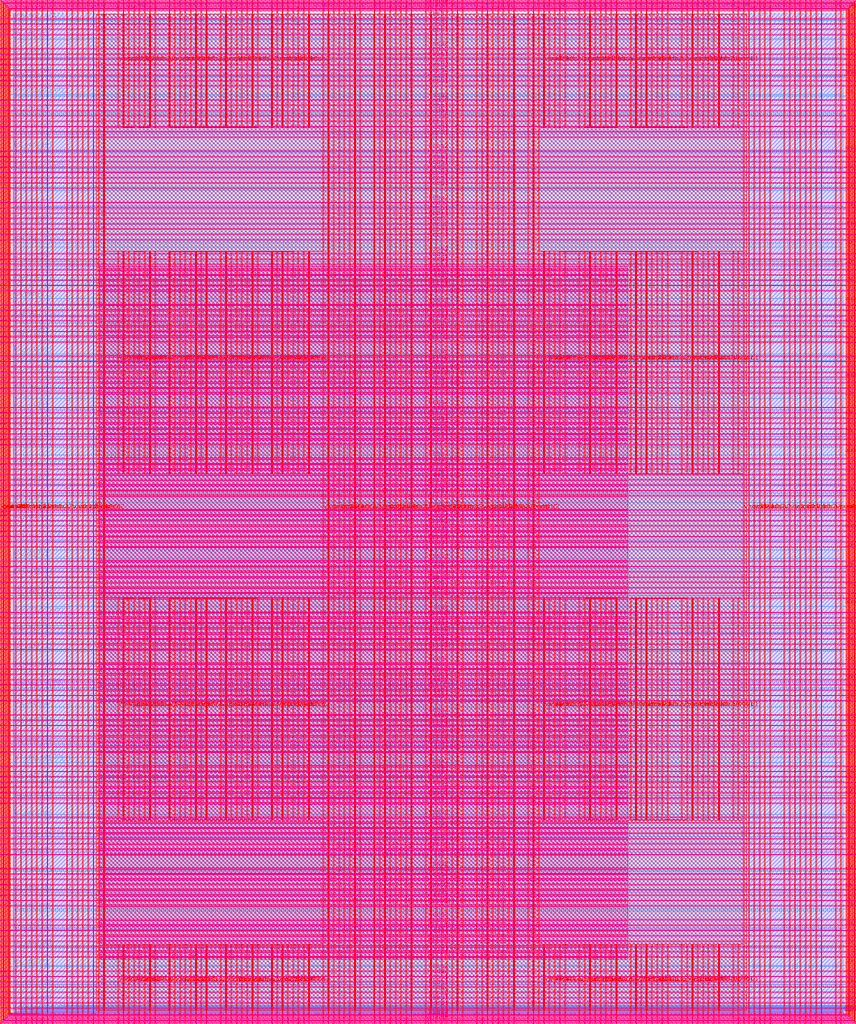
<source format=lef>
VERSION 5.7 ;
  NOWIREEXTENSIONATPIN ON ;
  DIVIDERCHAR "/" ;
  BUSBITCHARS "[]" ;
MACRO user_project_wrapper
  CLASS BLOCK ;
  FOREIGN user_project_wrapper ;
  ORIGIN 0.000 0.000 ;
  SIZE 2920.000 BY 3520.000 ;
  PIN analog_io[0]
    DIRECTION INOUT ;
    USE SIGNAL ;
    PORT
      LAYER met3 ;
        RECT 2917.600 1426.380 2924.800 1427.580 ;
    END
  END analog_io[0]
  PIN analog_io[10]
    DIRECTION INOUT ;
    USE SIGNAL ;
    PORT
      LAYER met2 ;
        RECT 2230.490 3517.600 2231.050 3524.800 ;
    END
  END analog_io[10]
  PIN analog_io[11]
    DIRECTION INOUT ;
    USE SIGNAL ;
    PORT
      LAYER met2 ;
        RECT 1905.730 3517.600 1906.290 3524.800 ;
    END
  END analog_io[11]
  PIN analog_io[12]
    DIRECTION INOUT ;
    USE SIGNAL ;
    PORT
      LAYER met2 ;
        RECT 1581.430 3517.600 1581.990 3524.800 ;
    END
  END analog_io[12]
  PIN analog_io[13]
    DIRECTION INOUT ;
    USE SIGNAL ;
    PORT
      LAYER met2 ;
        RECT 1257.130 3517.600 1257.690 3524.800 ;
    END
  END analog_io[13]
  PIN analog_io[14]
    DIRECTION INOUT ;
    USE SIGNAL ;
    PORT
      LAYER met2 ;
        RECT 932.370 3517.600 932.930 3524.800 ;
    END
  END analog_io[14]
  PIN analog_io[15]
    DIRECTION INOUT ;
    USE SIGNAL ;
    PORT
      LAYER met2 ;
        RECT 608.070 3517.600 608.630 3524.800 ;
    END
  END analog_io[15]
  PIN analog_io[16]
    DIRECTION INOUT ;
    USE SIGNAL ;
    PORT
      LAYER met2 ;
        RECT 283.770 3517.600 284.330 3524.800 ;
    END
  END analog_io[16]
  PIN analog_io[17]
    DIRECTION INOUT ;
    USE SIGNAL ;
    PORT
      LAYER met3 ;
        RECT -4.800 3486.100 2.400 3487.300 ;
    END
  END analog_io[17]
  PIN analog_io[18]
    DIRECTION INOUT ;
    USE SIGNAL ;
    PORT
      LAYER met3 ;
        RECT -4.800 3224.980 2.400 3226.180 ;
    END
  END analog_io[18]
  PIN analog_io[19]
    DIRECTION INOUT ;
    USE SIGNAL ;
    PORT
      LAYER met3 ;
        RECT -4.800 2964.540 2.400 2965.740 ;
    END
  END analog_io[19]
  PIN analog_io[1]
    DIRECTION INOUT ;
    USE SIGNAL ;
    PORT
      LAYER met3 ;
        RECT 2917.600 1692.260 2924.800 1693.460 ;
    END
  END analog_io[1]
  PIN analog_io[20]
    DIRECTION INOUT ;
    USE SIGNAL ;
    PORT
      LAYER met3 ;
        RECT -4.800 2703.420 2.400 2704.620 ;
    END
  END analog_io[20]
  PIN analog_io[21]
    DIRECTION INOUT ;
    USE SIGNAL ;
    PORT
      LAYER met3 ;
        RECT -4.800 2442.980 2.400 2444.180 ;
    END
  END analog_io[21]
  PIN analog_io[22]
    DIRECTION INOUT ;
    USE SIGNAL ;
    PORT
      LAYER met3 ;
        RECT -4.800 2182.540 2.400 2183.740 ;
    END
  END analog_io[22]
  PIN analog_io[23]
    DIRECTION INOUT ;
    USE SIGNAL ;
    PORT
      LAYER met3 ;
        RECT -4.800 1921.420 2.400 1922.620 ;
    END
  END analog_io[23]
  PIN analog_io[24]
    DIRECTION INOUT ;
    USE SIGNAL ;
    PORT
      LAYER met3 ;
        RECT -4.800 1660.980 2.400 1662.180 ;
    END
  END analog_io[24]
  PIN analog_io[25]
    DIRECTION INOUT ;
    USE SIGNAL ;
    PORT
      LAYER met3 ;
        RECT -4.800 1399.860 2.400 1401.060 ;
    END
  END analog_io[25]
  PIN analog_io[26]
    DIRECTION INOUT ;
    USE SIGNAL ;
    PORT
      LAYER met3 ;
        RECT -4.800 1139.420 2.400 1140.620 ;
    END
  END analog_io[26]
  PIN analog_io[27]
    DIRECTION INOUT ;
    USE SIGNAL ;
    PORT
      LAYER met3 ;
        RECT -4.800 878.980 2.400 880.180 ;
    END
  END analog_io[27]
  PIN analog_io[28]
    DIRECTION INOUT ;
    USE SIGNAL ;
    PORT
      LAYER met3 ;
        RECT -4.800 617.860 2.400 619.060 ;
    END
  END analog_io[28]
  PIN analog_io[2]
    DIRECTION INOUT ;
    USE SIGNAL ;
    PORT
      LAYER met3 ;
        RECT 2917.600 1958.140 2924.800 1959.340 ;
    END
  END analog_io[2]
  PIN analog_io[3]
    DIRECTION INOUT ;
    USE SIGNAL ;
    PORT
      LAYER met3 ;
        RECT 2917.600 2223.340 2924.800 2224.540 ;
    END
  END analog_io[3]
  PIN analog_io[4]
    DIRECTION INOUT ;
    USE SIGNAL ;
    PORT
      LAYER met3 ;
        RECT 2917.600 2489.220 2924.800 2490.420 ;
    END
  END analog_io[4]
  PIN analog_io[5]
    DIRECTION INOUT ;
    USE SIGNAL ;
    PORT
      LAYER met3 ;
        RECT 2917.600 2755.100 2924.800 2756.300 ;
    END
  END analog_io[5]
  PIN analog_io[6]
    DIRECTION INOUT ;
    USE SIGNAL ;
    PORT
      LAYER met3 ;
        RECT 2917.600 3020.300 2924.800 3021.500 ;
    END
  END analog_io[6]
  PIN analog_io[7]
    DIRECTION INOUT ;
    USE SIGNAL ;
    PORT
      LAYER met3 ;
        RECT 2917.600 3286.180 2924.800 3287.380 ;
    END
  END analog_io[7]
  PIN analog_io[8]
    DIRECTION INOUT ;
    USE SIGNAL ;
    PORT
      LAYER met2 ;
        RECT 2879.090 3517.600 2879.650 3524.800 ;
    END
  END analog_io[8]
  PIN analog_io[9]
    DIRECTION INOUT ;
    USE SIGNAL ;
    PORT
      LAYER met2 ;
        RECT 2554.790 3517.600 2555.350 3524.800 ;
    END
  END analog_io[9]
  PIN io_in[0]
    DIRECTION INPUT ;
    USE SIGNAL ;
    PORT
      LAYER met3 ;
        RECT 2917.600 32.380 2924.800 33.580 ;
    END
  END io_in[0]
  PIN io_in[10]
    DIRECTION INPUT ;
    USE SIGNAL ;
    ANTENNAGATEAREA 0.868500 ;
    PORT
      LAYER met3 ;
        RECT 2917.600 2289.980 2924.800 2291.180 ;
    END
  END io_in[10]
  PIN io_in[11]
    DIRECTION INPUT ;
    USE SIGNAL ;
    ANTENNAGATEAREA 0.994500 ;
    PORT
      LAYER met3 ;
        RECT 2917.600 2555.860 2924.800 2557.060 ;
    END
  END io_in[11]
  PIN io_in[12]
    DIRECTION INPUT ;
    USE SIGNAL ;
    ANTENNAGATEAREA 0.990000 ;
    PORT
      LAYER met3 ;
        RECT 2917.600 2821.060 2924.800 2822.260 ;
    END
  END io_in[12]
  PIN io_in[13]
    DIRECTION INPUT ;
    USE SIGNAL ;
    ANTENNAGATEAREA 0.742500 ;
    PORT
      LAYER met3 ;
        RECT 2917.600 3086.940 2924.800 3088.140 ;
    END
  END io_in[13]
  PIN io_in[14]
    DIRECTION INPUT ;
    USE SIGNAL ;
    ANTENNAGATEAREA 0.823500 ;
    PORT
      LAYER met3 ;
        RECT 2917.600 3352.820 2924.800 3354.020 ;
    END
  END io_in[14]
  PIN io_in[15]
    DIRECTION INPUT ;
    USE SIGNAL ;
    ANTENNAGATEAREA 1.611000 ;
    PORT
      LAYER met2 ;
        RECT 2798.130 3517.600 2798.690 3524.800 ;
    END
  END io_in[15]
  PIN io_in[16]
    DIRECTION INPUT ;
    USE SIGNAL ;
    ANTENNAGATEAREA 1.363500 ;
    PORT
      LAYER met2 ;
        RECT 2473.830 3517.600 2474.390 3524.800 ;
    END
  END io_in[16]
  PIN io_in[17]
    DIRECTION INPUT ;
    USE SIGNAL ;
    ANTENNAGATEAREA 1.489500 ;
    PORT
      LAYER met2 ;
        RECT 2149.070 3517.600 2149.630 3524.800 ;
    END
  END io_in[17]
  PIN io_in[18]
    DIRECTION INPUT ;
    USE SIGNAL ;
    ANTENNAGATEAREA 1.071000 ;
    PORT
      LAYER met2 ;
        RECT 1824.770 3517.600 1825.330 3524.800 ;
    END
  END io_in[18]
  PIN io_in[19]
    DIRECTION INPUT ;
    USE SIGNAL ;
    ANTENNAGATEAREA 1.368000 ;
    PORT
      LAYER met2 ;
        RECT 1500.470 3517.600 1501.030 3524.800 ;
    END
  END io_in[19]
  PIN io_in[1]
    DIRECTION INPUT ;
    USE SIGNAL ;
    PORT
      LAYER met3 ;
        RECT 2917.600 230.940 2924.800 232.140 ;
    END
  END io_in[1]
  PIN io_in[20]
    DIRECTION INPUT ;
    USE SIGNAL ;
    ANTENNAGATEAREA 1.363500 ;
    PORT
      LAYER met2 ;
        RECT 1175.710 3517.600 1176.270 3524.800 ;
    END
  END io_in[20]
  PIN io_in[21]
    DIRECTION INPUT ;
    USE SIGNAL ;
    ANTENNAGATEAREA 1.737000 ;
    PORT
      LAYER met2 ;
        RECT 851.410 3517.600 851.970 3524.800 ;
    END
  END io_in[21]
  PIN io_in[22]
    DIRECTION INPUT ;
    USE SIGNAL ;
    ANTENNAGATEAREA 1.363500 ;
    PORT
      LAYER met2 ;
        RECT 527.110 3517.600 527.670 3524.800 ;
    END
  END io_in[22]
  PIN io_in[23]
    DIRECTION INPUT ;
    USE SIGNAL ;
    ANTENNAGATEAREA 1.489500 ;
    PORT
      LAYER met2 ;
        RECT 202.350 3517.600 202.910 3524.800 ;
    END
  END io_in[23]
  PIN io_in[24]
    DIRECTION INPUT ;
    USE SIGNAL ;
    ANTENNAGATEAREA 2.061000 ;
    PORT
      LAYER met3 ;
        RECT -4.800 3420.820 2.400 3422.020 ;
    END
  END io_in[24]
  PIN io_in[25]
    DIRECTION INPUT ;
    USE SIGNAL ;
    ANTENNAGATEAREA 1.323000 ;
    PORT
      LAYER met3 ;
        RECT -4.800 3159.700 2.400 3160.900 ;
    END
  END io_in[25]
  PIN io_in[26]
    DIRECTION INPUT ;
    USE SIGNAL ;
    ANTENNAGATEAREA 1.071000 ;
    PORT
      LAYER met3 ;
        RECT -4.800 2899.260 2.400 2900.460 ;
    END
  END io_in[26]
  PIN io_in[27]
    DIRECTION INPUT ;
    USE SIGNAL ;
    ANTENNAGATEAREA 1.242000 ;
    PORT
      LAYER met3 ;
        RECT -4.800 2638.820 2.400 2640.020 ;
    END
  END io_in[27]
  PIN io_in[28]
    DIRECTION INPUT ;
    USE SIGNAL ;
    ANTENNAGATEAREA 1.242000 ;
    PORT
      LAYER met3 ;
        RECT -4.800 2377.700 2.400 2378.900 ;
    END
  END io_in[28]
  PIN io_in[29]
    DIRECTION INPUT ;
    USE SIGNAL ;
    ANTENNAGATEAREA 1.242000 ;
    PORT
      LAYER met3 ;
        RECT -4.800 2117.260 2.400 2118.460 ;
    END
  END io_in[29]
  PIN io_in[2]
    DIRECTION INPUT ;
    USE SIGNAL ;
    PORT
      LAYER met3 ;
        RECT 2917.600 430.180 2924.800 431.380 ;
    END
  END io_in[2]
  PIN io_in[30]
    DIRECTION INPUT ;
    USE SIGNAL ;
    ANTENNAGATEAREA 1.363500 ;
    PORT
      LAYER met3 ;
        RECT -4.800 1856.140 2.400 1857.340 ;
    END
  END io_in[30]
  PIN io_in[31]
    DIRECTION INPUT ;
    USE SIGNAL ;
    ANTENNAGATEAREA 1.242000 ;
    PORT
      LAYER met3 ;
        RECT -4.800 1595.700 2.400 1596.900 ;
    END
  END io_in[31]
  PIN io_in[32]
    DIRECTION INPUT ;
    USE SIGNAL ;
    ANTENNAGATEAREA 2.106000 ;
    PORT
      LAYER met3 ;
        RECT -4.800 1335.260 2.400 1336.460 ;
    END
  END io_in[32]
  PIN io_in[33]
    DIRECTION INPUT ;
    USE SIGNAL ;
    ANTENNAGATEAREA 1.737000 ;
    PORT
      LAYER met3 ;
        RECT -4.800 1074.140 2.400 1075.340 ;
    END
  END io_in[33]
  PIN io_in[34]
    DIRECTION INPUT ;
    USE SIGNAL ;
    ANTENNAGATEAREA 1.071000 ;
    PORT
      LAYER met3 ;
        RECT -4.800 813.700 2.400 814.900 ;
    END
  END io_in[34]
  PIN io_in[35]
    DIRECTION INPUT ;
    USE SIGNAL ;
    ANTENNAGATEAREA 1.737000 ;
    PORT
      LAYER met3 ;
        RECT -4.800 552.580 2.400 553.780 ;
    END
  END io_in[35]
  PIN io_in[36]
    DIRECTION INPUT ;
    USE SIGNAL ;
    ANTENNAGATEAREA 1.318500 ;
    PORT
      LAYER met3 ;
        RECT -4.800 357.420 2.400 358.620 ;
    END
  END io_in[36]
  PIN io_in[37]
    DIRECTION INPUT ;
    USE SIGNAL ;
    ANTENNAGATEAREA 1.197000 ;
    PORT
      LAYER met3 ;
        RECT -4.800 161.580 2.400 162.780 ;
    END
  END io_in[37]
  PIN io_in[3]
    DIRECTION INPUT ;
    USE SIGNAL ;
    PORT
      LAYER met3 ;
        RECT 2917.600 629.420 2924.800 630.620 ;
    END
  END io_in[3]
  PIN io_in[4]
    DIRECTION INPUT ;
    USE SIGNAL ;
    PORT
      LAYER met3 ;
        RECT 2917.600 828.660 2924.800 829.860 ;
    END
  END io_in[4]
  PIN io_in[5]
    DIRECTION INPUT ;
    USE SIGNAL ;
    ANTENNAGATEAREA 1.993500 ;
    PORT
      LAYER met3 ;
        RECT 2917.600 1027.900 2924.800 1029.100 ;
    END
  END io_in[5]
  PIN io_in[6]
    DIRECTION INPUT ;
    USE SIGNAL ;
    ANTENNAGATEAREA 1.363500 ;
    PORT
      LAYER met3 ;
        RECT 2917.600 1227.140 2924.800 1228.340 ;
    END
  END io_in[6]
  PIN io_in[7]
    DIRECTION INPUT ;
    USE SIGNAL ;
    ANTENNAGATEAREA 0.742500 ;
    PORT
      LAYER met3 ;
        RECT 2917.600 1493.020 2924.800 1494.220 ;
    END
  END io_in[7]
  PIN io_in[8]
    DIRECTION INPUT ;
    USE SIGNAL ;
    ANTENNAGATEAREA 0.247500 ;
    PORT
      LAYER met3 ;
        RECT 2917.600 1758.900 2924.800 1760.100 ;
    END
  END io_in[8]
  PIN io_in[9]
    DIRECTION INPUT ;
    USE SIGNAL ;
    ANTENNAGATEAREA 0.247500 ;
    PORT
      LAYER met3 ;
        RECT 2917.600 2024.100 2924.800 2025.300 ;
    END
  END io_in[9]
  PIN io_oeb[0]
    DIRECTION OUTPUT TRISTATE ;
    USE SIGNAL ;
    PORT
      LAYER met3 ;
        RECT 2917.600 164.980 2924.800 166.180 ;
    END
  END io_oeb[0]
  PIN io_oeb[10]
    DIRECTION OUTPUT TRISTATE ;
    USE SIGNAL ;
    ANTENNADIFFAREA 2.673000 ;
    PORT
      LAYER met3 ;
        RECT 2917.600 2422.580 2924.800 2423.780 ;
    END
  END io_oeb[10]
  PIN io_oeb[11]
    DIRECTION OUTPUT TRISTATE ;
    USE SIGNAL ;
    ANTENNADIFFAREA 2.673000 ;
    PORT
      LAYER met3 ;
        RECT 2917.600 2688.460 2924.800 2689.660 ;
    END
  END io_oeb[11]
  PIN io_oeb[12]
    DIRECTION OUTPUT TRISTATE ;
    USE SIGNAL ;
    ANTENNADIFFAREA 2.673000 ;
    PORT
      LAYER met3 ;
        RECT 2917.600 2954.340 2924.800 2955.540 ;
    END
  END io_oeb[12]
  PIN io_oeb[13]
    DIRECTION OUTPUT TRISTATE ;
    USE SIGNAL ;
    ANTENNADIFFAREA 2.673000 ;
    PORT
      LAYER met3 ;
        RECT 2917.600 3219.540 2924.800 3220.740 ;
    END
  END io_oeb[13]
  PIN io_oeb[14]
    DIRECTION OUTPUT TRISTATE ;
    USE SIGNAL ;
    ANTENNADIFFAREA 2.673000 ;
    PORT
      LAYER met3 ;
        RECT 2917.600 3485.420 2924.800 3486.620 ;
    END
  END io_oeb[14]
  PIN io_oeb[15]
    DIRECTION OUTPUT TRISTATE ;
    USE SIGNAL ;
    ANTENNADIFFAREA 2.673000 ;
    PORT
      LAYER met2 ;
        RECT 2635.750 3517.600 2636.310 3524.800 ;
    END
  END io_oeb[15]
  PIN io_oeb[16]
    DIRECTION OUTPUT TRISTATE ;
    USE SIGNAL ;
    ANTENNADIFFAREA 2.673000 ;
    PORT
      LAYER met2 ;
        RECT 2311.450 3517.600 2312.010 3524.800 ;
    END
  END io_oeb[16]
  PIN io_oeb[17]
    DIRECTION OUTPUT TRISTATE ;
    USE SIGNAL ;
    ANTENNADIFFAREA 2.673000 ;
    PORT
      LAYER met2 ;
        RECT 1987.150 3517.600 1987.710 3524.800 ;
    END
  END io_oeb[17]
  PIN io_oeb[18]
    DIRECTION OUTPUT TRISTATE ;
    USE SIGNAL ;
    ANTENNADIFFAREA 2.673000 ;
    PORT
      LAYER met2 ;
        RECT 1662.390 3517.600 1662.950 3524.800 ;
    END
  END io_oeb[18]
  PIN io_oeb[19]
    DIRECTION OUTPUT TRISTATE ;
    USE SIGNAL ;
    ANTENNADIFFAREA 2.673000 ;
    PORT
      LAYER met2 ;
        RECT 1338.090 3517.600 1338.650 3524.800 ;
    END
  END io_oeb[19]
  PIN io_oeb[1]
    DIRECTION OUTPUT TRISTATE ;
    USE SIGNAL ;
    PORT
      LAYER met3 ;
        RECT 2917.600 364.220 2924.800 365.420 ;
    END
  END io_oeb[1]
  PIN io_oeb[20]
    DIRECTION OUTPUT TRISTATE ;
    USE SIGNAL ;
    ANTENNADIFFAREA 2.673000 ;
    PORT
      LAYER met2 ;
        RECT 1013.790 3517.600 1014.350 3524.800 ;
    END
  END io_oeb[20]
  PIN io_oeb[21]
    DIRECTION OUTPUT TRISTATE ;
    USE SIGNAL ;
    ANTENNADIFFAREA 2.673000 ;
    PORT
      LAYER met2 ;
        RECT 689.030 3517.600 689.590 3524.800 ;
    END
  END io_oeb[21]
  PIN io_oeb[22]
    DIRECTION OUTPUT TRISTATE ;
    USE SIGNAL ;
    ANTENNADIFFAREA 2.673000 ;
    PORT
      LAYER met2 ;
        RECT 364.730 3517.600 365.290 3524.800 ;
    END
  END io_oeb[22]
  PIN io_oeb[23]
    DIRECTION OUTPUT TRISTATE ;
    USE SIGNAL ;
    ANTENNADIFFAREA 2.673000 ;
    PORT
      LAYER met2 ;
        RECT 40.430 3517.600 40.990 3524.800 ;
    END
  END io_oeb[23]
  PIN io_oeb[24]
    DIRECTION OUTPUT TRISTATE ;
    USE SIGNAL ;
    ANTENNADIFFAREA 2.673000 ;
    PORT
      LAYER met3 ;
        RECT -4.800 3290.260 2.400 3291.460 ;
    END
  END io_oeb[24]
  PIN io_oeb[25]
    DIRECTION OUTPUT TRISTATE ;
    USE SIGNAL ;
    ANTENNADIFFAREA 2.673000 ;
    PORT
      LAYER met3 ;
        RECT -4.800 3029.820 2.400 3031.020 ;
    END
  END io_oeb[25]
  PIN io_oeb[26]
    DIRECTION OUTPUT TRISTATE ;
    USE SIGNAL ;
    ANTENNADIFFAREA 2.673000 ;
    PORT
      LAYER met3 ;
        RECT -4.800 2768.700 2.400 2769.900 ;
    END
  END io_oeb[26]
  PIN io_oeb[27]
    DIRECTION OUTPUT TRISTATE ;
    USE SIGNAL ;
    ANTENNADIFFAREA 2.673000 ;
    PORT
      LAYER met3 ;
        RECT -4.800 2508.260 2.400 2509.460 ;
    END
  END io_oeb[27]
  PIN io_oeb[28]
    DIRECTION OUTPUT TRISTATE ;
    USE SIGNAL ;
    ANTENNADIFFAREA 2.673000 ;
    PORT
      LAYER met3 ;
        RECT -4.800 2247.140 2.400 2248.340 ;
    END
  END io_oeb[28]
  PIN io_oeb[29]
    DIRECTION OUTPUT TRISTATE ;
    USE SIGNAL ;
    ANTENNADIFFAREA 2.673000 ;
    PORT
      LAYER met3 ;
        RECT -4.800 1986.700 2.400 1987.900 ;
    END
  END io_oeb[29]
  PIN io_oeb[2]
    DIRECTION OUTPUT TRISTATE ;
    USE SIGNAL ;
    PORT
      LAYER met3 ;
        RECT 2917.600 563.460 2924.800 564.660 ;
    END
  END io_oeb[2]
  PIN io_oeb[30]
    DIRECTION OUTPUT TRISTATE ;
    USE SIGNAL ;
    ANTENNADIFFAREA 2.673000 ;
    PORT
      LAYER met3 ;
        RECT -4.800 1726.260 2.400 1727.460 ;
    END
  END io_oeb[30]
  PIN io_oeb[31]
    DIRECTION OUTPUT TRISTATE ;
    USE SIGNAL ;
    ANTENNADIFFAREA 2.673000 ;
    PORT
      LAYER met3 ;
        RECT -4.800 1465.140 2.400 1466.340 ;
    END
  END io_oeb[31]
  PIN io_oeb[32]
    DIRECTION OUTPUT TRISTATE ;
    USE SIGNAL ;
    ANTENNADIFFAREA 2.673000 ;
    PORT
      LAYER met3 ;
        RECT -4.800 1204.700 2.400 1205.900 ;
    END
  END io_oeb[32]
  PIN io_oeb[33]
    DIRECTION OUTPUT TRISTATE ;
    USE SIGNAL ;
    ANTENNADIFFAREA 2.673000 ;
    PORT
      LAYER met3 ;
        RECT -4.800 943.580 2.400 944.780 ;
    END
  END io_oeb[33]
  PIN io_oeb[34]
    DIRECTION OUTPUT TRISTATE ;
    USE SIGNAL ;
    ANTENNADIFFAREA 2.673000 ;
    PORT
      LAYER met3 ;
        RECT -4.800 683.140 2.400 684.340 ;
    END
  END io_oeb[34]
  PIN io_oeb[35]
    DIRECTION OUTPUT TRISTATE ;
    USE SIGNAL ;
    ANTENNADIFFAREA 2.673000 ;
    PORT
      LAYER met3 ;
        RECT -4.800 422.700 2.400 423.900 ;
    END
  END io_oeb[35]
  PIN io_oeb[36]
    DIRECTION OUTPUT TRISTATE ;
    USE SIGNAL ;
    ANTENNADIFFAREA 2.673000 ;
    PORT
      LAYER met3 ;
        RECT -4.800 226.860 2.400 228.060 ;
    END
  END io_oeb[36]
  PIN io_oeb[37]
    DIRECTION OUTPUT TRISTATE ;
    USE SIGNAL ;
    ANTENNADIFFAREA 2.673000 ;
    PORT
      LAYER met3 ;
        RECT -4.800 31.700 2.400 32.900 ;
    END
  END io_oeb[37]
  PIN io_oeb[3]
    DIRECTION OUTPUT TRISTATE ;
    USE SIGNAL ;
    PORT
      LAYER met3 ;
        RECT 2917.600 762.700 2924.800 763.900 ;
    END
  END io_oeb[3]
  PIN io_oeb[4]
    DIRECTION OUTPUT TRISTATE ;
    USE SIGNAL ;
    PORT
      LAYER met3 ;
        RECT 2917.600 961.940 2924.800 963.140 ;
    END
  END io_oeb[4]
  PIN io_oeb[5]
    DIRECTION OUTPUT TRISTATE ;
    USE SIGNAL ;
    PORT
      LAYER met3 ;
        RECT 2917.600 1161.180 2924.800 1162.380 ;
    END
  END io_oeb[5]
  PIN io_oeb[6]
    DIRECTION OUTPUT TRISTATE ;
    USE SIGNAL ;
    PORT
      LAYER met3 ;
        RECT 2917.600 1360.420 2924.800 1361.620 ;
    END
  END io_oeb[6]
  PIN io_oeb[7]
    DIRECTION OUTPUT TRISTATE ;
    USE SIGNAL ;
    PORT
      LAYER met3 ;
        RECT 2917.600 1625.620 2924.800 1626.820 ;
    END
  END io_oeb[7]
  PIN io_oeb[8]
    DIRECTION OUTPUT TRISTATE ;
    USE SIGNAL ;
    PORT
      LAYER met3 ;
        RECT 2917.600 1891.500 2924.800 1892.700 ;
    END
  END io_oeb[8]
  PIN io_oeb[9]
    DIRECTION OUTPUT TRISTATE ;
    USE SIGNAL ;
    PORT
      LAYER met3 ;
        RECT 2917.600 2157.380 2924.800 2158.580 ;
    END
  END io_oeb[9]
  PIN io_out[0]
    DIRECTION OUTPUT TRISTATE ;
    USE SIGNAL ;
    PORT
      LAYER met3 ;
        RECT 2917.600 98.340 2924.800 99.540 ;
    END
  END io_out[0]
  PIN io_out[10]
    DIRECTION OUTPUT TRISTATE ;
    USE SIGNAL ;
    ANTENNADIFFAREA 2.673000 ;
    PORT
      LAYER met3 ;
        RECT 2917.600 2356.620 2924.800 2357.820 ;
    END
  END io_out[10]
  PIN io_out[11]
    DIRECTION OUTPUT TRISTATE ;
    USE SIGNAL ;
    ANTENNADIFFAREA 2.673000 ;
    PORT
      LAYER met3 ;
        RECT 2917.600 2621.820 2924.800 2623.020 ;
    END
  END io_out[11]
  PIN io_out[12]
    DIRECTION OUTPUT TRISTATE ;
    USE SIGNAL ;
    ANTENNADIFFAREA 2.673000 ;
    PORT
      LAYER met3 ;
        RECT 2917.600 2887.700 2924.800 2888.900 ;
    END
  END io_out[12]
  PIN io_out[13]
    DIRECTION OUTPUT TRISTATE ;
    USE SIGNAL ;
    ANTENNADIFFAREA 2.673000 ;
    PORT
      LAYER met3 ;
        RECT 2917.600 3153.580 2924.800 3154.780 ;
    END
  END io_out[13]
  PIN io_out[14]
    DIRECTION OUTPUT TRISTATE ;
    USE SIGNAL ;
    ANTENNADIFFAREA 2.673000 ;
    PORT
      LAYER met3 ;
        RECT 2917.600 3418.780 2924.800 3419.980 ;
    END
  END io_out[14]
  PIN io_out[15]
    DIRECTION OUTPUT TRISTATE ;
    USE SIGNAL ;
    ANTENNADIFFAREA 2.673000 ;
    PORT
      LAYER met2 ;
        RECT 2717.170 3517.600 2717.730 3524.800 ;
    END
  END io_out[15]
  PIN io_out[16]
    DIRECTION OUTPUT TRISTATE ;
    USE SIGNAL ;
    ANTENNADIFFAREA 2.673000 ;
    PORT
      LAYER met2 ;
        RECT 2392.410 3517.600 2392.970 3524.800 ;
    END
  END io_out[16]
  PIN io_out[17]
    DIRECTION OUTPUT TRISTATE ;
    USE SIGNAL ;
    ANTENNADIFFAREA 2.673000 ;
    PORT
      LAYER met2 ;
        RECT 2068.110 3517.600 2068.670 3524.800 ;
    END
  END io_out[17]
  PIN io_out[18]
    DIRECTION OUTPUT TRISTATE ;
    USE SIGNAL ;
    ANTENNADIFFAREA 2.673000 ;
    PORT
      LAYER met2 ;
        RECT 1743.810 3517.600 1744.370 3524.800 ;
    END
  END io_out[18]
  PIN io_out[19]
    DIRECTION OUTPUT TRISTATE ;
    USE SIGNAL ;
    ANTENNADIFFAREA 2.673000 ;
    PORT
      LAYER met2 ;
        RECT 1419.050 3517.600 1419.610 3524.800 ;
    END
  END io_out[19]
  PIN io_out[1]
    DIRECTION OUTPUT TRISTATE ;
    USE SIGNAL ;
    PORT
      LAYER met3 ;
        RECT 2917.600 297.580 2924.800 298.780 ;
    END
  END io_out[1]
  PIN io_out[20]
    DIRECTION OUTPUT TRISTATE ;
    USE SIGNAL ;
    ANTENNADIFFAREA 2.673000 ;
    PORT
      LAYER met2 ;
        RECT 1094.750 3517.600 1095.310 3524.800 ;
    END
  END io_out[20]
  PIN io_out[21]
    DIRECTION OUTPUT TRISTATE ;
    USE SIGNAL ;
    ANTENNADIFFAREA 2.673000 ;
    PORT
      LAYER met2 ;
        RECT 770.450 3517.600 771.010 3524.800 ;
    END
  END io_out[21]
  PIN io_out[22]
    DIRECTION OUTPUT TRISTATE ;
    USE SIGNAL ;
    ANTENNADIFFAREA 2.673000 ;
    PORT
      LAYER met2 ;
        RECT 445.690 3517.600 446.250 3524.800 ;
    END
  END io_out[22]
  PIN io_out[23]
    DIRECTION OUTPUT TRISTATE ;
    USE SIGNAL ;
    ANTENNADIFFAREA 2.673000 ;
    PORT
      LAYER met2 ;
        RECT 121.390 3517.600 121.950 3524.800 ;
    END
  END io_out[23]
  PIN io_out[24]
    DIRECTION OUTPUT TRISTATE ;
    USE SIGNAL ;
    ANTENNADIFFAREA 2.673000 ;
    PORT
      LAYER met3 ;
        RECT -4.800 3355.540 2.400 3356.740 ;
    END
  END io_out[24]
  PIN io_out[25]
    DIRECTION OUTPUT TRISTATE ;
    USE SIGNAL ;
    ANTENNADIFFAREA 2.673000 ;
    PORT
      LAYER met3 ;
        RECT -4.800 3095.100 2.400 3096.300 ;
    END
  END io_out[25]
  PIN io_out[26]
    DIRECTION OUTPUT TRISTATE ;
    USE SIGNAL ;
    ANTENNADIFFAREA 2.673000 ;
    PORT
      LAYER met3 ;
        RECT -4.800 2833.980 2.400 2835.180 ;
    END
  END io_out[26]
  PIN io_out[27]
    DIRECTION OUTPUT TRISTATE ;
    USE SIGNAL ;
    ANTENNADIFFAREA 2.673000 ;
    PORT
      LAYER met3 ;
        RECT -4.800 2573.540 2.400 2574.740 ;
    END
  END io_out[27]
  PIN io_out[28]
    DIRECTION OUTPUT TRISTATE ;
    USE SIGNAL ;
    ANTENNADIFFAREA 2.673000 ;
    PORT
      LAYER met3 ;
        RECT -4.800 2312.420 2.400 2313.620 ;
    END
  END io_out[28]
  PIN io_out[29]
    DIRECTION OUTPUT TRISTATE ;
    USE SIGNAL ;
    ANTENNADIFFAREA 2.673000 ;
    PORT
      LAYER met3 ;
        RECT -4.800 2051.980 2.400 2053.180 ;
    END
  END io_out[29]
  PIN io_out[2]
    DIRECTION OUTPUT TRISTATE ;
    USE SIGNAL ;
    PORT
      LAYER met3 ;
        RECT 2917.600 496.820 2924.800 498.020 ;
    END
  END io_out[2]
  PIN io_out[30]
    DIRECTION OUTPUT TRISTATE ;
    USE SIGNAL ;
    ANTENNADIFFAREA 2.673000 ;
    PORT
      LAYER met3 ;
        RECT -4.800 1791.540 2.400 1792.740 ;
    END
  END io_out[30]
  PIN io_out[31]
    DIRECTION OUTPUT TRISTATE ;
    USE SIGNAL ;
    ANTENNADIFFAREA 2.673000 ;
    PORT
      LAYER met3 ;
        RECT -4.800 1530.420 2.400 1531.620 ;
    END
  END io_out[31]
  PIN io_out[32]
    DIRECTION OUTPUT TRISTATE ;
    USE SIGNAL ;
    ANTENNADIFFAREA 2.673000 ;
    PORT
      LAYER met3 ;
        RECT -4.800 1269.980 2.400 1271.180 ;
    END
  END io_out[32]
  PIN io_out[33]
    DIRECTION OUTPUT TRISTATE ;
    USE SIGNAL ;
    ANTENNADIFFAREA 2.673000 ;
    PORT
      LAYER met3 ;
        RECT -4.800 1008.860 2.400 1010.060 ;
    END
  END io_out[33]
  PIN io_out[34]
    DIRECTION OUTPUT TRISTATE ;
    USE SIGNAL ;
    ANTENNADIFFAREA 2.673000 ;
    PORT
      LAYER met3 ;
        RECT -4.800 748.420 2.400 749.620 ;
    END
  END io_out[34]
  PIN io_out[35]
    DIRECTION OUTPUT TRISTATE ;
    USE SIGNAL ;
    ANTENNADIFFAREA 2.673000 ;
    PORT
      LAYER met3 ;
        RECT -4.800 487.300 2.400 488.500 ;
    END
  END io_out[35]
  PIN io_out[36]
    DIRECTION OUTPUT TRISTATE ;
    USE SIGNAL ;
    ANTENNADIFFAREA 2.673000 ;
    PORT
      LAYER met3 ;
        RECT -4.800 292.140 2.400 293.340 ;
    END
  END io_out[36]
  PIN io_out[37]
    DIRECTION OUTPUT TRISTATE ;
    USE SIGNAL ;
    ANTENNADIFFAREA 2.673000 ;
    PORT
      LAYER met3 ;
        RECT -4.800 96.300 2.400 97.500 ;
    END
  END io_out[37]
  PIN io_out[3]
    DIRECTION OUTPUT TRISTATE ;
    USE SIGNAL ;
    PORT
      LAYER met3 ;
        RECT 2917.600 696.060 2924.800 697.260 ;
    END
  END io_out[3]
  PIN io_out[4]
    DIRECTION OUTPUT TRISTATE ;
    USE SIGNAL ;
    PORT
      LAYER met3 ;
        RECT 2917.600 895.300 2924.800 896.500 ;
    END
  END io_out[4]
  PIN io_out[5]
    DIRECTION OUTPUT TRISTATE ;
    USE SIGNAL ;
    PORT
      LAYER met3 ;
        RECT 2917.600 1094.540 2924.800 1095.740 ;
    END
  END io_out[5]
  PIN io_out[6]
    DIRECTION OUTPUT TRISTATE ;
    USE SIGNAL ;
    PORT
      LAYER met3 ;
        RECT 2917.600 1293.780 2924.800 1294.980 ;
    END
  END io_out[6]
  PIN io_out[7]
    DIRECTION OUTPUT TRISTATE ;
    USE SIGNAL ;
    PORT
      LAYER met3 ;
        RECT 2917.600 1559.660 2924.800 1560.860 ;
    END
  END io_out[7]
  PIN io_out[8]
    DIRECTION OUTPUT TRISTATE ;
    USE SIGNAL ;
    ANTENNADIFFAREA 2.673000 ;
    PORT
      LAYER met3 ;
        RECT 2917.600 1824.860 2924.800 1826.060 ;
    END
  END io_out[8]
  PIN io_out[9]
    DIRECTION OUTPUT TRISTATE ;
    USE SIGNAL ;
    ANTENNADIFFAREA 2.673000 ;
    PORT
      LAYER met3 ;
        RECT 2917.600 2090.740 2924.800 2091.940 ;
    END
  END io_out[9]
  PIN la_data_in[0]
    DIRECTION INPUT ;
    USE SIGNAL ;
    ANTENNAGATEAREA 0.247500 ;
    PORT
      LAYER met2 ;
        RECT 629.230 -4.800 629.790 2.400 ;
    END
  END la_data_in[0]
  PIN la_data_in[100]
    DIRECTION INPUT ;
    USE SIGNAL ;
    PORT
      LAYER met2 ;
        RECT 2402.530 -4.800 2403.090 2.400 ;
    END
  END la_data_in[100]
  PIN la_data_in[101]
    DIRECTION INPUT ;
    USE SIGNAL ;
    PORT
      LAYER met2 ;
        RECT 2420.010 -4.800 2420.570 2.400 ;
    END
  END la_data_in[101]
  PIN la_data_in[102]
    DIRECTION INPUT ;
    USE SIGNAL ;
    PORT
      LAYER met2 ;
        RECT 2437.950 -4.800 2438.510 2.400 ;
    END
  END la_data_in[102]
  PIN la_data_in[103]
    DIRECTION INPUT ;
    USE SIGNAL ;
    PORT
      LAYER met2 ;
        RECT 2455.430 -4.800 2455.990 2.400 ;
    END
  END la_data_in[103]
  PIN la_data_in[104]
    DIRECTION INPUT ;
    USE SIGNAL ;
    PORT
      LAYER met2 ;
        RECT 2473.370 -4.800 2473.930 2.400 ;
    END
  END la_data_in[104]
  PIN la_data_in[105]
    DIRECTION INPUT ;
    USE SIGNAL ;
    PORT
      LAYER met2 ;
        RECT 2490.850 -4.800 2491.410 2.400 ;
    END
  END la_data_in[105]
  PIN la_data_in[106]
    DIRECTION INPUT ;
    USE SIGNAL ;
    PORT
      LAYER met2 ;
        RECT 2508.790 -4.800 2509.350 2.400 ;
    END
  END la_data_in[106]
  PIN la_data_in[107]
    DIRECTION INPUT ;
    USE SIGNAL ;
    PORT
      LAYER met2 ;
        RECT 2526.730 -4.800 2527.290 2.400 ;
    END
  END la_data_in[107]
  PIN la_data_in[108]
    DIRECTION INPUT ;
    USE SIGNAL ;
    PORT
      LAYER met2 ;
        RECT 2544.210 -4.800 2544.770 2.400 ;
    END
  END la_data_in[108]
  PIN la_data_in[109]
    DIRECTION INPUT ;
    USE SIGNAL ;
    PORT
      LAYER met2 ;
        RECT 2562.150 -4.800 2562.710 2.400 ;
    END
  END la_data_in[109]
  PIN la_data_in[10]
    DIRECTION INPUT ;
    USE SIGNAL ;
    ANTENNAGATEAREA 0.126000 ;
    PORT
      LAYER met2 ;
        RECT 806.330 -4.800 806.890 2.400 ;
    END
  END la_data_in[10]
  PIN la_data_in[110]
    DIRECTION INPUT ;
    USE SIGNAL ;
    PORT
      LAYER met2 ;
        RECT 2579.630 -4.800 2580.190 2.400 ;
    END
  END la_data_in[110]
  PIN la_data_in[111]
    DIRECTION INPUT ;
    USE SIGNAL ;
    PORT
      LAYER met2 ;
        RECT 2597.570 -4.800 2598.130 2.400 ;
    END
  END la_data_in[111]
  PIN la_data_in[112]
    DIRECTION INPUT ;
    USE SIGNAL ;
    PORT
      LAYER met2 ;
        RECT 2615.050 -4.800 2615.610 2.400 ;
    END
  END la_data_in[112]
  PIN la_data_in[113]
    DIRECTION INPUT ;
    USE SIGNAL ;
    PORT
      LAYER met2 ;
        RECT 2632.990 -4.800 2633.550 2.400 ;
    END
  END la_data_in[113]
  PIN la_data_in[114]
    DIRECTION INPUT ;
    USE SIGNAL ;
    PORT
      LAYER met2 ;
        RECT 2650.470 -4.800 2651.030 2.400 ;
    END
  END la_data_in[114]
  PIN la_data_in[115]
    DIRECTION INPUT ;
    USE SIGNAL ;
    PORT
      LAYER met2 ;
        RECT 2668.410 -4.800 2668.970 2.400 ;
    END
  END la_data_in[115]
  PIN la_data_in[116]
    DIRECTION INPUT ;
    USE SIGNAL ;
    PORT
      LAYER met2 ;
        RECT 2685.890 -4.800 2686.450 2.400 ;
    END
  END la_data_in[116]
  PIN la_data_in[117]
    DIRECTION INPUT ;
    USE SIGNAL ;
    PORT
      LAYER met2 ;
        RECT 2703.830 -4.800 2704.390 2.400 ;
    END
  END la_data_in[117]
  PIN la_data_in[118]
    DIRECTION INPUT ;
    USE SIGNAL ;
    PORT
      LAYER met2 ;
        RECT 2721.770 -4.800 2722.330 2.400 ;
    END
  END la_data_in[118]
  PIN la_data_in[119]
    DIRECTION INPUT ;
    USE SIGNAL ;
    PORT
      LAYER met2 ;
        RECT 2739.250 -4.800 2739.810 2.400 ;
    END
  END la_data_in[119]
  PIN la_data_in[11]
    DIRECTION INPUT ;
    USE SIGNAL ;
    ANTENNAGATEAREA 0.247500 ;
    PORT
      LAYER met2 ;
        RECT 824.270 -4.800 824.830 2.400 ;
    END
  END la_data_in[11]
  PIN la_data_in[120]
    DIRECTION INPUT ;
    USE SIGNAL ;
    PORT
      LAYER met2 ;
        RECT 2757.190 -4.800 2757.750 2.400 ;
    END
  END la_data_in[120]
  PIN la_data_in[121]
    DIRECTION INPUT ;
    USE SIGNAL ;
    PORT
      LAYER met2 ;
        RECT 2774.670 -4.800 2775.230 2.400 ;
    END
  END la_data_in[121]
  PIN la_data_in[122]
    DIRECTION INPUT ;
    USE SIGNAL ;
    PORT
      LAYER met2 ;
        RECT 2792.610 -4.800 2793.170 2.400 ;
    END
  END la_data_in[122]
  PIN la_data_in[123]
    DIRECTION INPUT ;
    USE SIGNAL ;
    PORT
      LAYER met2 ;
        RECT 2810.090 -4.800 2810.650 2.400 ;
    END
  END la_data_in[123]
  PIN la_data_in[124]
    DIRECTION INPUT ;
    USE SIGNAL ;
    PORT
      LAYER met2 ;
        RECT 2828.030 -4.800 2828.590 2.400 ;
    END
  END la_data_in[124]
  PIN la_data_in[125]
    DIRECTION INPUT ;
    USE SIGNAL ;
    PORT
      LAYER met2 ;
        RECT 2845.510 -4.800 2846.070 2.400 ;
    END
  END la_data_in[125]
  PIN la_data_in[126]
    DIRECTION INPUT ;
    USE SIGNAL ;
    PORT
      LAYER met2 ;
        RECT 2863.450 -4.800 2864.010 2.400 ;
    END
  END la_data_in[126]
  PIN la_data_in[127]
    DIRECTION INPUT ;
    USE SIGNAL ;
    PORT
      LAYER met2 ;
        RECT 2881.390 -4.800 2881.950 2.400 ;
    END
  END la_data_in[127]
  PIN la_data_in[12]
    DIRECTION INPUT ;
    USE SIGNAL ;
    ANTENNAGATEAREA 4.347000 ;
    PORT
      LAYER met2 ;
        RECT 841.750 -4.800 842.310 2.400 ;
    END
  END la_data_in[12]
  PIN la_data_in[13]
    DIRECTION INPUT ;
    USE SIGNAL ;
    ANTENNAGATEAREA 3.105000 ;
    PORT
      LAYER met2 ;
        RECT 859.690 -4.800 860.250 2.400 ;
    END
  END la_data_in[13]
  PIN la_data_in[14]
    DIRECTION INPUT ;
    USE SIGNAL ;
    ANTENNAGATEAREA 4.833000 ;
    PORT
      LAYER met2 ;
        RECT 877.170 -4.800 877.730 2.400 ;
    END
  END la_data_in[14]
  PIN la_data_in[15]
    DIRECTION INPUT ;
    USE SIGNAL ;
    PORT
      LAYER met2 ;
        RECT 895.110 -4.800 895.670 2.400 ;
    END
  END la_data_in[15]
  PIN la_data_in[16]
    DIRECTION INPUT ;
    USE SIGNAL ;
    PORT
      LAYER met2 ;
        RECT 912.590 -4.800 913.150 2.400 ;
    END
  END la_data_in[16]
  PIN la_data_in[17]
    DIRECTION INPUT ;
    USE SIGNAL ;
    PORT
      LAYER met2 ;
        RECT 930.530 -4.800 931.090 2.400 ;
    END
  END la_data_in[17]
  PIN la_data_in[18]
    DIRECTION INPUT ;
    USE SIGNAL ;
    PORT
      LAYER met2 ;
        RECT 948.470 -4.800 949.030 2.400 ;
    END
  END la_data_in[18]
  PIN la_data_in[19]
    DIRECTION INPUT ;
    USE SIGNAL ;
    PORT
      LAYER met2 ;
        RECT 965.950 -4.800 966.510 2.400 ;
    END
  END la_data_in[19]
  PIN la_data_in[1]
    DIRECTION INPUT ;
    USE SIGNAL ;
    ANTENNAGATEAREA 0.247500 ;
    PORT
      LAYER met2 ;
        RECT 646.710 -4.800 647.270 2.400 ;
    END
  END la_data_in[1]
  PIN la_data_in[20]
    DIRECTION INPUT ;
    USE SIGNAL ;
    PORT
      LAYER met2 ;
        RECT 983.890 -4.800 984.450 2.400 ;
    END
  END la_data_in[20]
  PIN la_data_in[21]
    DIRECTION INPUT ;
    USE SIGNAL ;
    PORT
      LAYER met2 ;
        RECT 1001.370 -4.800 1001.930 2.400 ;
    END
  END la_data_in[21]
  PIN la_data_in[22]
    DIRECTION INPUT ;
    USE SIGNAL ;
    PORT
      LAYER met2 ;
        RECT 1019.310 -4.800 1019.870 2.400 ;
    END
  END la_data_in[22]
  PIN la_data_in[23]
    DIRECTION INPUT ;
    USE SIGNAL ;
    PORT
      LAYER met2 ;
        RECT 1036.790 -4.800 1037.350 2.400 ;
    END
  END la_data_in[23]
  PIN la_data_in[24]
    DIRECTION INPUT ;
    USE SIGNAL ;
    PORT
      LAYER met2 ;
        RECT 1054.730 -4.800 1055.290 2.400 ;
    END
  END la_data_in[24]
  PIN la_data_in[25]
    DIRECTION INPUT ;
    USE SIGNAL ;
    PORT
      LAYER met2 ;
        RECT 1072.210 -4.800 1072.770 2.400 ;
    END
  END la_data_in[25]
  PIN la_data_in[26]
    DIRECTION INPUT ;
    USE SIGNAL ;
    PORT
      LAYER met2 ;
        RECT 1090.150 -4.800 1090.710 2.400 ;
    END
  END la_data_in[26]
  PIN la_data_in[27]
    DIRECTION INPUT ;
    USE SIGNAL ;
    PORT
      LAYER met2 ;
        RECT 1107.630 -4.800 1108.190 2.400 ;
    END
  END la_data_in[27]
  PIN la_data_in[28]
    DIRECTION INPUT ;
    USE SIGNAL ;
    PORT
      LAYER met2 ;
        RECT 1125.570 -4.800 1126.130 2.400 ;
    END
  END la_data_in[28]
  PIN la_data_in[29]
    DIRECTION INPUT ;
    USE SIGNAL ;
    PORT
      LAYER met2 ;
        RECT 1143.510 -4.800 1144.070 2.400 ;
    END
  END la_data_in[29]
  PIN la_data_in[2]
    DIRECTION INPUT ;
    USE SIGNAL ;
    ANTENNAGATEAREA 0.247500 ;
    PORT
      LAYER met2 ;
        RECT 664.650 -4.800 665.210 2.400 ;
    END
  END la_data_in[2]
  PIN la_data_in[30]
    DIRECTION INPUT ;
    USE SIGNAL ;
    PORT
      LAYER met2 ;
        RECT 1160.990 -4.800 1161.550 2.400 ;
    END
  END la_data_in[30]
  PIN la_data_in[31]
    DIRECTION INPUT ;
    USE SIGNAL ;
    PORT
      LAYER met2 ;
        RECT 1178.930 -4.800 1179.490 2.400 ;
    END
  END la_data_in[31]
  PIN la_data_in[32]
    DIRECTION INPUT ;
    USE SIGNAL ;
    PORT
      LAYER met2 ;
        RECT 1196.410 -4.800 1196.970 2.400 ;
    END
  END la_data_in[32]
  PIN la_data_in[33]
    DIRECTION INPUT ;
    USE SIGNAL ;
    PORT
      LAYER met2 ;
        RECT 1214.350 -4.800 1214.910 2.400 ;
    END
  END la_data_in[33]
  PIN la_data_in[34]
    DIRECTION INPUT ;
    USE SIGNAL ;
    PORT
      LAYER met2 ;
        RECT 1231.830 -4.800 1232.390 2.400 ;
    END
  END la_data_in[34]
  PIN la_data_in[35]
    DIRECTION INPUT ;
    USE SIGNAL ;
    PORT
      LAYER met2 ;
        RECT 1249.770 -4.800 1250.330 2.400 ;
    END
  END la_data_in[35]
  PIN la_data_in[36]
    DIRECTION INPUT ;
    USE SIGNAL ;
    PORT
      LAYER met2 ;
        RECT 1267.250 -4.800 1267.810 2.400 ;
    END
  END la_data_in[36]
  PIN la_data_in[37]
    DIRECTION INPUT ;
    USE SIGNAL ;
    PORT
      LAYER met2 ;
        RECT 1285.190 -4.800 1285.750 2.400 ;
    END
  END la_data_in[37]
  PIN la_data_in[38]
    DIRECTION INPUT ;
    USE SIGNAL ;
    PORT
      LAYER met2 ;
        RECT 1303.130 -4.800 1303.690 2.400 ;
    END
  END la_data_in[38]
  PIN la_data_in[39]
    DIRECTION INPUT ;
    USE SIGNAL ;
    PORT
      LAYER met2 ;
        RECT 1320.610 -4.800 1321.170 2.400 ;
    END
  END la_data_in[39]
  PIN la_data_in[3]
    DIRECTION INPUT ;
    USE SIGNAL ;
    ANTENNAGATEAREA 0.247500 ;
    PORT
      LAYER met2 ;
        RECT 682.130 -4.800 682.690 2.400 ;
    END
  END la_data_in[3]
  PIN la_data_in[40]
    DIRECTION INPUT ;
    USE SIGNAL ;
    PORT
      LAYER met2 ;
        RECT 1338.550 -4.800 1339.110 2.400 ;
    END
  END la_data_in[40]
  PIN la_data_in[41]
    DIRECTION INPUT ;
    USE SIGNAL ;
    PORT
      LAYER met2 ;
        RECT 1356.030 -4.800 1356.590 2.400 ;
    END
  END la_data_in[41]
  PIN la_data_in[42]
    DIRECTION INPUT ;
    USE SIGNAL ;
    PORT
      LAYER met2 ;
        RECT 1373.970 -4.800 1374.530 2.400 ;
    END
  END la_data_in[42]
  PIN la_data_in[43]
    DIRECTION INPUT ;
    USE SIGNAL ;
    PORT
      LAYER met2 ;
        RECT 1391.450 -4.800 1392.010 2.400 ;
    END
  END la_data_in[43]
  PIN la_data_in[44]
    DIRECTION INPUT ;
    USE SIGNAL ;
    PORT
      LAYER met2 ;
        RECT 1409.390 -4.800 1409.950 2.400 ;
    END
  END la_data_in[44]
  PIN la_data_in[45]
    DIRECTION INPUT ;
    USE SIGNAL ;
    PORT
      LAYER met2 ;
        RECT 1426.870 -4.800 1427.430 2.400 ;
    END
  END la_data_in[45]
  PIN la_data_in[46]
    DIRECTION INPUT ;
    USE SIGNAL ;
    PORT
      LAYER met2 ;
        RECT 1444.810 -4.800 1445.370 2.400 ;
    END
  END la_data_in[46]
  PIN la_data_in[47]
    DIRECTION INPUT ;
    USE SIGNAL ;
    PORT
      LAYER met2 ;
        RECT 1462.750 -4.800 1463.310 2.400 ;
    END
  END la_data_in[47]
  PIN la_data_in[48]
    DIRECTION INPUT ;
    USE SIGNAL ;
    PORT
      LAYER met2 ;
        RECT 1480.230 -4.800 1480.790 2.400 ;
    END
  END la_data_in[48]
  PIN la_data_in[49]
    DIRECTION INPUT ;
    USE SIGNAL ;
    PORT
      LAYER met2 ;
        RECT 1498.170 -4.800 1498.730 2.400 ;
    END
  END la_data_in[49]
  PIN la_data_in[4]
    DIRECTION INPUT ;
    USE SIGNAL ;
    ANTENNAGATEAREA 0.126000 ;
    PORT
      LAYER met2 ;
        RECT 700.070 -4.800 700.630 2.400 ;
    END
  END la_data_in[4]
  PIN la_data_in[50]
    DIRECTION INPUT ;
    USE SIGNAL ;
    PORT
      LAYER met2 ;
        RECT 1515.650 -4.800 1516.210 2.400 ;
    END
  END la_data_in[50]
  PIN la_data_in[51]
    DIRECTION INPUT ;
    USE SIGNAL ;
    PORT
      LAYER met2 ;
        RECT 1533.590 -4.800 1534.150 2.400 ;
    END
  END la_data_in[51]
  PIN la_data_in[52]
    DIRECTION INPUT ;
    USE SIGNAL ;
    PORT
      LAYER met2 ;
        RECT 1551.070 -4.800 1551.630 2.400 ;
    END
  END la_data_in[52]
  PIN la_data_in[53]
    DIRECTION INPUT ;
    USE SIGNAL ;
    PORT
      LAYER met2 ;
        RECT 1569.010 -4.800 1569.570 2.400 ;
    END
  END la_data_in[53]
  PIN la_data_in[54]
    DIRECTION INPUT ;
    USE SIGNAL ;
    PORT
      LAYER met2 ;
        RECT 1586.490 -4.800 1587.050 2.400 ;
    END
  END la_data_in[54]
  PIN la_data_in[55]
    DIRECTION INPUT ;
    USE SIGNAL ;
    PORT
      LAYER met2 ;
        RECT 1604.430 -4.800 1604.990 2.400 ;
    END
  END la_data_in[55]
  PIN la_data_in[56]
    DIRECTION INPUT ;
    USE SIGNAL ;
    PORT
      LAYER met2 ;
        RECT 1621.910 -4.800 1622.470 2.400 ;
    END
  END la_data_in[56]
  PIN la_data_in[57]
    DIRECTION INPUT ;
    USE SIGNAL ;
    PORT
      LAYER met2 ;
        RECT 1639.850 -4.800 1640.410 2.400 ;
    END
  END la_data_in[57]
  PIN la_data_in[58]
    DIRECTION INPUT ;
    USE SIGNAL ;
    PORT
      LAYER met2 ;
        RECT 1657.790 -4.800 1658.350 2.400 ;
    END
  END la_data_in[58]
  PIN la_data_in[59]
    DIRECTION INPUT ;
    USE SIGNAL ;
    PORT
      LAYER met2 ;
        RECT 1675.270 -4.800 1675.830 2.400 ;
    END
  END la_data_in[59]
  PIN la_data_in[5]
    DIRECTION INPUT ;
    USE SIGNAL ;
    ANTENNAGATEAREA 0.247500 ;
    PORT
      LAYER met2 ;
        RECT 717.550 -4.800 718.110 2.400 ;
    END
  END la_data_in[5]
  PIN la_data_in[60]
    DIRECTION INPUT ;
    USE SIGNAL ;
    PORT
      LAYER met2 ;
        RECT 1693.210 -4.800 1693.770 2.400 ;
    END
  END la_data_in[60]
  PIN la_data_in[61]
    DIRECTION INPUT ;
    USE SIGNAL ;
    PORT
      LAYER met2 ;
        RECT 1710.690 -4.800 1711.250 2.400 ;
    END
  END la_data_in[61]
  PIN la_data_in[62]
    DIRECTION INPUT ;
    USE SIGNAL ;
    PORT
      LAYER met2 ;
        RECT 1728.630 -4.800 1729.190 2.400 ;
    END
  END la_data_in[62]
  PIN la_data_in[63]
    DIRECTION INPUT ;
    USE SIGNAL ;
    PORT
      LAYER met2 ;
        RECT 1746.110 -4.800 1746.670 2.400 ;
    END
  END la_data_in[63]
  PIN la_data_in[64]
    DIRECTION INPUT ;
    USE SIGNAL ;
    PORT
      LAYER met2 ;
        RECT 1764.050 -4.800 1764.610 2.400 ;
    END
  END la_data_in[64]
  PIN la_data_in[65]
    DIRECTION INPUT ;
    USE SIGNAL ;
    PORT
      LAYER met2 ;
        RECT 1781.530 -4.800 1782.090 2.400 ;
    END
  END la_data_in[65]
  PIN la_data_in[66]
    DIRECTION INPUT ;
    USE SIGNAL ;
    PORT
      LAYER met2 ;
        RECT 1799.470 -4.800 1800.030 2.400 ;
    END
  END la_data_in[66]
  PIN la_data_in[67]
    DIRECTION INPUT ;
    USE SIGNAL ;
    PORT
      LAYER met2 ;
        RECT 1817.410 -4.800 1817.970 2.400 ;
    END
  END la_data_in[67]
  PIN la_data_in[68]
    DIRECTION INPUT ;
    USE SIGNAL ;
    PORT
      LAYER met2 ;
        RECT 1834.890 -4.800 1835.450 2.400 ;
    END
  END la_data_in[68]
  PIN la_data_in[69]
    DIRECTION INPUT ;
    USE SIGNAL ;
    PORT
      LAYER met2 ;
        RECT 1852.830 -4.800 1853.390 2.400 ;
    END
  END la_data_in[69]
  PIN la_data_in[6]
    DIRECTION INPUT ;
    USE SIGNAL ;
    ANTENNAGATEAREA 0.126000 ;
    PORT
      LAYER met2 ;
        RECT 735.490 -4.800 736.050 2.400 ;
    END
  END la_data_in[6]
  PIN la_data_in[70]
    DIRECTION INPUT ;
    USE SIGNAL ;
    PORT
      LAYER met2 ;
        RECT 1870.310 -4.800 1870.870 2.400 ;
    END
  END la_data_in[70]
  PIN la_data_in[71]
    DIRECTION INPUT ;
    USE SIGNAL ;
    PORT
      LAYER met2 ;
        RECT 1888.250 -4.800 1888.810 2.400 ;
    END
  END la_data_in[71]
  PIN la_data_in[72]
    DIRECTION INPUT ;
    USE SIGNAL ;
    PORT
      LAYER met2 ;
        RECT 1905.730 -4.800 1906.290 2.400 ;
    END
  END la_data_in[72]
  PIN la_data_in[73]
    DIRECTION INPUT ;
    USE SIGNAL ;
    PORT
      LAYER met2 ;
        RECT 1923.670 -4.800 1924.230 2.400 ;
    END
  END la_data_in[73]
  PIN la_data_in[74]
    DIRECTION INPUT ;
    USE SIGNAL ;
    PORT
      LAYER met2 ;
        RECT 1941.150 -4.800 1941.710 2.400 ;
    END
  END la_data_in[74]
  PIN la_data_in[75]
    DIRECTION INPUT ;
    USE SIGNAL ;
    PORT
      LAYER met2 ;
        RECT 1959.090 -4.800 1959.650 2.400 ;
    END
  END la_data_in[75]
  PIN la_data_in[76]
    DIRECTION INPUT ;
    USE SIGNAL ;
    PORT
      LAYER met2 ;
        RECT 1976.570 -4.800 1977.130 2.400 ;
    END
  END la_data_in[76]
  PIN la_data_in[77]
    DIRECTION INPUT ;
    USE SIGNAL ;
    PORT
      LAYER met2 ;
        RECT 1994.510 -4.800 1995.070 2.400 ;
    END
  END la_data_in[77]
  PIN la_data_in[78]
    DIRECTION INPUT ;
    USE SIGNAL ;
    PORT
      LAYER met2 ;
        RECT 2012.450 -4.800 2013.010 2.400 ;
    END
  END la_data_in[78]
  PIN la_data_in[79]
    DIRECTION INPUT ;
    USE SIGNAL ;
    PORT
      LAYER met2 ;
        RECT 2029.930 -4.800 2030.490 2.400 ;
    END
  END la_data_in[79]
  PIN la_data_in[7]
    DIRECTION INPUT ;
    USE SIGNAL ;
    ANTENNAGATEAREA 0.247500 ;
    PORT
      LAYER met2 ;
        RECT 752.970 -4.800 753.530 2.400 ;
    END
  END la_data_in[7]
  PIN la_data_in[80]
    DIRECTION INPUT ;
    USE SIGNAL ;
    PORT
      LAYER met2 ;
        RECT 2047.870 -4.800 2048.430 2.400 ;
    END
  END la_data_in[80]
  PIN la_data_in[81]
    DIRECTION INPUT ;
    USE SIGNAL ;
    PORT
      LAYER met2 ;
        RECT 2065.350 -4.800 2065.910 2.400 ;
    END
  END la_data_in[81]
  PIN la_data_in[82]
    DIRECTION INPUT ;
    USE SIGNAL ;
    PORT
      LAYER met2 ;
        RECT 2083.290 -4.800 2083.850 2.400 ;
    END
  END la_data_in[82]
  PIN la_data_in[83]
    DIRECTION INPUT ;
    USE SIGNAL ;
    PORT
      LAYER met2 ;
        RECT 2100.770 -4.800 2101.330 2.400 ;
    END
  END la_data_in[83]
  PIN la_data_in[84]
    DIRECTION INPUT ;
    USE SIGNAL ;
    PORT
      LAYER met2 ;
        RECT 2118.710 -4.800 2119.270 2.400 ;
    END
  END la_data_in[84]
  PIN la_data_in[85]
    DIRECTION INPUT ;
    USE SIGNAL ;
    PORT
      LAYER met2 ;
        RECT 2136.190 -4.800 2136.750 2.400 ;
    END
  END la_data_in[85]
  PIN la_data_in[86]
    DIRECTION INPUT ;
    USE SIGNAL ;
    PORT
      LAYER met2 ;
        RECT 2154.130 -4.800 2154.690 2.400 ;
    END
  END la_data_in[86]
  PIN la_data_in[87]
    DIRECTION INPUT ;
    USE SIGNAL ;
    PORT
      LAYER met2 ;
        RECT 2172.070 -4.800 2172.630 2.400 ;
    END
  END la_data_in[87]
  PIN la_data_in[88]
    DIRECTION INPUT ;
    USE SIGNAL ;
    PORT
      LAYER met2 ;
        RECT 2189.550 -4.800 2190.110 2.400 ;
    END
  END la_data_in[88]
  PIN la_data_in[89]
    DIRECTION INPUT ;
    USE SIGNAL ;
    PORT
      LAYER met2 ;
        RECT 2207.490 -4.800 2208.050 2.400 ;
    END
  END la_data_in[89]
  PIN la_data_in[8]
    DIRECTION INPUT ;
    USE SIGNAL ;
    ANTENNAGATEAREA 0.126000 ;
    PORT
      LAYER met2 ;
        RECT 770.910 -4.800 771.470 2.400 ;
    END
  END la_data_in[8]
  PIN la_data_in[90]
    DIRECTION INPUT ;
    USE SIGNAL ;
    PORT
      LAYER met2 ;
        RECT 2224.970 -4.800 2225.530 2.400 ;
    END
  END la_data_in[90]
  PIN la_data_in[91]
    DIRECTION INPUT ;
    USE SIGNAL ;
    PORT
      LAYER met2 ;
        RECT 2242.910 -4.800 2243.470 2.400 ;
    END
  END la_data_in[91]
  PIN la_data_in[92]
    DIRECTION INPUT ;
    USE SIGNAL ;
    PORT
      LAYER met2 ;
        RECT 2260.390 -4.800 2260.950 2.400 ;
    END
  END la_data_in[92]
  PIN la_data_in[93]
    DIRECTION INPUT ;
    USE SIGNAL ;
    PORT
      LAYER met2 ;
        RECT 2278.330 -4.800 2278.890 2.400 ;
    END
  END la_data_in[93]
  PIN la_data_in[94]
    DIRECTION INPUT ;
    USE SIGNAL ;
    PORT
      LAYER met2 ;
        RECT 2295.810 -4.800 2296.370 2.400 ;
    END
  END la_data_in[94]
  PIN la_data_in[95]
    DIRECTION INPUT ;
    USE SIGNAL ;
    PORT
      LAYER met2 ;
        RECT 2313.750 -4.800 2314.310 2.400 ;
    END
  END la_data_in[95]
  PIN la_data_in[96]
    DIRECTION INPUT ;
    USE SIGNAL ;
    PORT
      LAYER met2 ;
        RECT 2331.230 -4.800 2331.790 2.400 ;
    END
  END la_data_in[96]
  PIN la_data_in[97]
    DIRECTION INPUT ;
    USE SIGNAL ;
    PORT
      LAYER met2 ;
        RECT 2349.170 -4.800 2349.730 2.400 ;
    END
  END la_data_in[97]
  PIN la_data_in[98]
    DIRECTION INPUT ;
    USE SIGNAL ;
    PORT
      LAYER met2 ;
        RECT 2367.110 -4.800 2367.670 2.400 ;
    END
  END la_data_in[98]
  PIN la_data_in[99]
    DIRECTION INPUT ;
    USE SIGNAL ;
    PORT
      LAYER met2 ;
        RECT 2384.590 -4.800 2385.150 2.400 ;
    END
  END la_data_in[99]
  PIN la_data_in[9]
    DIRECTION INPUT ;
    USE SIGNAL ;
    ANTENNAGATEAREA 0.247500 ;
    PORT
      LAYER met2 ;
        RECT 788.850 -4.800 789.410 2.400 ;
    END
  END la_data_in[9]
  PIN la_data_out[0]
    DIRECTION OUTPUT TRISTATE ;
    USE SIGNAL ;
    PORT
      LAYER met2 ;
        RECT 634.750 -4.800 635.310 2.400 ;
    END
  END la_data_out[0]
  PIN la_data_out[100]
    DIRECTION OUTPUT TRISTATE ;
    USE SIGNAL ;
    ANTENNADIFFAREA 2.673000 ;
    PORT
      LAYER met2 ;
        RECT 2408.510 -4.800 2409.070 2.400 ;
    END
  END la_data_out[100]
  PIN la_data_out[101]
    DIRECTION OUTPUT TRISTATE ;
    USE SIGNAL ;
    ANTENNADIFFAREA 2.673000 ;
    PORT
      LAYER met2 ;
        RECT 2425.990 -4.800 2426.550 2.400 ;
    END
  END la_data_out[101]
  PIN la_data_out[102]
    DIRECTION OUTPUT TRISTATE ;
    USE SIGNAL ;
    ANTENNADIFFAREA 2.673000 ;
    PORT
      LAYER met2 ;
        RECT 2443.930 -4.800 2444.490 2.400 ;
    END
  END la_data_out[102]
  PIN la_data_out[103]
    DIRECTION OUTPUT TRISTATE ;
    USE SIGNAL ;
    ANTENNADIFFAREA 2.673000 ;
    PORT
      LAYER met2 ;
        RECT 2461.410 -4.800 2461.970 2.400 ;
    END
  END la_data_out[103]
  PIN la_data_out[104]
    DIRECTION OUTPUT TRISTATE ;
    USE SIGNAL ;
    ANTENNADIFFAREA 2.673000 ;
    PORT
      LAYER met2 ;
        RECT 2479.350 -4.800 2479.910 2.400 ;
    END
  END la_data_out[104]
  PIN la_data_out[105]
    DIRECTION OUTPUT TRISTATE ;
    USE SIGNAL ;
    ANTENNADIFFAREA 2.673000 ;
    PORT
      LAYER met2 ;
        RECT 2496.830 -4.800 2497.390 2.400 ;
    END
  END la_data_out[105]
  PIN la_data_out[106]
    DIRECTION OUTPUT TRISTATE ;
    USE SIGNAL ;
    ANTENNADIFFAREA 2.673000 ;
    PORT
      LAYER met2 ;
        RECT 2514.770 -4.800 2515.330 2.400 ;
    END
  END la_data_out[106]
  PIN la_data_out[107]
    DIRECTION OUTPUT TRISTATE ;
    USE SIGNAL ;
    ANTENNADIFFAREA 2.673000 ;
    PORT
      LAYER met2 ;
        RECT 2532.250 -4.800 2532.810 2.400 ;
    END
  END la_data_out[107]
  PIN la_data_out[108]
    DIRECTION OUTPUT TRISTATE ;
    USE SIGNAL ;
    ANTENNADIFFAREA 2.673000 ;
    PORT
      LAYER met2 ;
        RECT 2550.190 -4.800 2550.750 2.400 ;
    END
  END la_data_out[108]
  PIN la_data_out[109]
    DIRECTION OUTPUT TRISTATE ;
    USE SIGNAL ;
    ANTENNADIFFAREA 2.673000 ;
    PORT
      LAYER met2 ;
        RECT 2567.670 -4.800 2568.230 2.400 ;
    END
  END la_data_out[109]
  PIN la_data_out[10]
    DIRECTION OUTPUT TRISTATE ;
    USE SIGNAL ;
    PORT
      LAYER met2 ;
        RECT 812.310 -4.800 812.870 2.400 ;
    END
  END la_data_out[10]
  PIN la_data_out[110]
    DIRECTION OUTPUT TRISTATE ;
    USE SIGNAL ;
    ANTENNADIFFAREA 2.673000 ;
    PORT
      LAYER met2 ;
        RECT 2585.610 -4.800 2586.170 2.400 ;
    END
  END la_data_out[110]
  PIN la_data_out[111]
    DIRECTION OUTPUT TRISTATE ;
    USE SIGNAL ;
    ANTENNADIFFAREA 2.673000 ;
    PORT
      LAYER met2 ;
        RECT 2603.550 -4.800 2604.110 2.400 ;
    END
  END la_data_out[111]
  PIN la_data_out[112]
    DIRECTION OUTPUT TRISTATE ;
    USE SIGNAL ;
    ANTENNADIFFAREA 2.673000 ;
    PORT
      LAYER met2 ;
        RECT 2621.030 -4.800 2621.590 2.400 ;
    END
  END la_data_out[112]
  PIN la_data_out[113]
    DIRECTION OUTPUT TRISTATE ;
    USE SIGNAL ;
    ANTENNADIFFAREA 2.673000 ;
    PORT
      LAYER met2 ;
        RECT 2638.970 -4.800 2639.530 2.400 ;
    END
  END la_data_out[113]
  PIN la_data_out[114]
    DIRECTION OUTPUT TRISTATE ;
    USE SIGNAL ;
    ANTENNADIFFAREA 2.673000 ;
    PORT
      LAYER met2 ;
        RECT 2656.450 -4.800 2657.010 2.400 ;
    END
  END la_data_out[114]
  PIN la_data_out[115]
    DIRECTION OUTPUT TRISTATE ;
    USE SIGNAL ;
    ANTENNADIFFAREA 2.673000 ;
    PORT
      LAYER met2 ;
        RECT 2674.390 -4.800 2674.950 2.400 ;
    END
  END la_data_out[115]
  PIN la_data_out[116]
    DIRECTION OUTPUT TRISTATE ;
    USE SIGNAL ;
    ANTENNADIFFAREA 2.673000 ;
    PORT
      LAYER met2 ;
        RECT 2691.870 -4.800 2692.430 2.400 ;
    END
  END la_data_out[116]
  PIN la_data_out[117]
    DIRECTION OUTPUT TRISTATE ;
    USE SIGNAL ;
    ANTENNADIFFAREA 2.673000 ;
    PORT
      LAYER met2 ;
        RECT 2709.810 -4.800 2710.370 2.400 ;
    END
  END la_data_out[117]
  PIN la_data_out[118]
    DIRECTION OUTPUT TRISTATE ;
    USE SIGNAL ;
    ANTENNADIFFAREA 2.673000 ;
    PORT
      LAYER met2 ;
        RECT 2727.290 -4.800 2727.850 2.400 ;
    END
  END la_data_out[118]
  PIN la_data_out[119]
    DIRECTION OUTPUT TRISTATE ;
    USE SIGNAL ;
    ANTENNADIFFAREA 2.673000 ;
    PORT
      LAYER met2 ;
        RECT 2745.230 -4.800 2745.790 2.400 ;
    END
  END la_data_out[119]
  PIN la_data_out[11]
    DIRECTION OUTPUT TRISTATE ;
    USE SIGNAL ;
    PORT
      LAYER met2 ;
        RECT 830.250 -4.800 830.810 2.400 ;
    END
  END la_data_out[11]
  PIN la_data_out[120]
    DIRECTION OUTPUT TRISTATE ;
    USE SIGNAL ;
    ANTENNADIFFAREA 2.673000 ;
    PORT
      LAYER met2 ;
        RECT 2763.170 -4.800 2763.730 2.400 ;
    END
  END la_data_out[120]
  PIN la_data_out[121]
    DIRECTION OUTPUT TRISTATE ;
    USE SIGNAL ;
    ANTENNADIFFAREA 2.673000 ;
    PORT
      LAYER met2 ;
        RECT 2780.650 -4.800 2781.210 2.400 ;
    END
  END la_data_out[121]
  PIN la_data_out[122]
    DIRECTION OUTPUT TRISTATE ;
    USE SIGNAL ;
    ANTENNADIFFAREA 2.673000 ;
    PORT
      LAYER met2 ;
        RECT 2798.590 -4.800 2799.150 2.400 ;
    END
  END la_data_out[122]
  PIN la_data_out[123]
    DIRECTION OUTPUT TRISTATE ;
    USE SIGNAL ;
    ANTENNADIFFAREA 2.673000 ;
    PORT
      LAYER met2 ;
        RECT 2816.070 -4.800 2816.630 2.400 ;
    END
  END la_data_out[123]
  PIN la_data_out[124]
    DIRECTION OUTPUT TRISTATE ;
    USE SIGNAL ;
    ANTENNADIFFAREA 2.673000 ;
    PORT
      LAYER met2 ;
        RECT 2834.010 -4.800 2834.570 2.400 ;
    END
  END la_data_out[124]
  PIN la_data_out[125]
    DIRECTION OUTPUT TRISTATE ;
    USE SIGNAL ;
    ANTENNADIFFAREA 2.673000 ;
    PORT
      LAYER met2 ;
        RECT 2851.490 -4.800 2852.050 2.400 ;
    END
  END la_data_out[125]
  PIN la_data_out[126]
    DIRECTION OUTPUT TRISTATE ;
    USE SIGNAL ;
    ANTENNADIFFAREA 2.673000 ;
    PORT
      LAYER met2 ;
        RECT 2869.430 -4.800 2869.990 2.400 ;
    END
  END la_data_out[126]
  PIN la_data_out[127]
    DIRECTION OUTPUT TRISTATE ;
    USE SIGNAL ;
    ANTENNADIFFAREA 2.673000 ;
    PORT
      LAYER met2 ;
        RECT 2886.910 -4.800 2887.470 2.400 ;
    END
  END la_data_out[127]
  PIN la_data_out[12]
    DIRECTION OUTPUT TRISTATE ;
    USE SIGNAL ;
    PORT
      LAYER met2 ;
        RECT 847.730 -4.800 848.290 2.400 ;
    END
  END la_data_out[12]
  PIN la_data_out[13]
    DIRECTION OUTPUT TRISTATE ;
    USE SIGNAL ;
    PORT
      LAYER met2 ;
        RECT 865.670 -4.800 866.230 2.400 ;
    END
  END la_data_out[13]
  PIN la_data_out[14]
    DIRECTION OUTPUT TRISTATE ;
    USE SIGNAL ;
    PORT
      LAYER met2 ;
        RECT 883.150 -4.800 883.710 2.400 ;
    END
  END la_data_out[14]
  PIN la_data_out[15]
    DIRECTION OUTPUT TRISTATE ;
    USE SIGNAL ;
    ANTENNADIFFAREA 2.673000 ;
    PORT
      LAYER met2 ;
        RECT 901.090 -4.800 901.650 2.400 ;
    END
  END la_data_out[15]
  PIN la_data_out[16]
    DIRECTION OUTPUT TRISTATE ;
    USE SIGNAL ;
    ANTENNADIFFAREA 2.673000 ;
    PORT
      LAYER met2 ;
        RECT 918.570 -4.800 919.130 2.400 ;
    END
  END la_data_out[16]
  PIN la_data_out[17]
    DIRECTION OUTPUT TRISTATE ;
    USE SIGNAL ;
    ANTENNADIFFAREA 2.673000 ;
    PORT
      LAYER met2 ;
        RECT 936.510 -4.800 937.070 2.400 ;
    END
  END la_data_out[17]
  PIN la_data_out[18]
    DIRECTION OUTPUT TRISTATE ;
    USE SIGNAL ;
    ANTENNADIFFAREA 2.673000 ;
    PORT
      LAYER met2 ;
        RECT 953.990 -4.800 954.550 2.400 ;
    END
  END la_data_out[18]
  PIN la_data_out[19]
    DIRECTION OUTPUT TRISTATE ;
    USE SIGNAL ;
    ANTENNADIFFAREA 2.673000 ;
    PORT
      LAYER met2 ;
        RECT 971.930 -4.800 972.490 2.400 ;
    END
  END la_data_out[19]
  PIN la_data_out[1]
    DIRECTION OUTPUT TRISTATE ;
    USE SIGNAL ;
    PORT
      LAYER met2 ;
        RECT 652.690 -4.800 653.250 2.400 ;
    END
  END la_data_out[1]
  PIN la_data_out[20]
    DIRECTION OUTPUT TRISTATE ;
    USE SIGNAL ;
    ANTENNADIFFAREA 2.673000 ;
    PORT
      LAYER met2 ;
        RECT 989.410 -4.800 989.970 2.400 ;
    END
  END la_data_out[20]
  PIN la_data_out[21]
    DIRECTION OUTPUT TRISTATE ;
    USE SIGNAL ;
    ANTENNADIFFAREA 2.673000 ;
    PORT
      LAYER met2 ;
        RECT 1007.350 -4.800 1007.910 2.400 ;
    END
  END la_data_out[21]
  PIN la_data_out[22]
    DIRECTION OUTPUT TRISTATE ;
    USE SIGNAL ;
    ANTENNADIFFAREA 2.673000 ;
    PORT
      LAYER met2 ;
        RECT 1025.290 -4.800 1025.850 2.400 ;
    END
  END la_data_out[22]
  PIN la_data_out[23]
    DIRECTION OUTPUT TRISTATE ;
    USE SIGNAL ;
    ANTENNADIFFAREA 2.673000 ;
    PORT
      LAYER met2 ;
        RECT 1042.770 -4.800 1043.330 2.400 ;
    END
  END la_data_out[23]
  PIN la_data_out[24]
    DIRECTION OUTPUT TRISTATE ;
    USE SIGNAL ;
    ANTENNADIFFAREA 2.673000 ;
    PORT
      LAYER met2 ;
        RECT 1060.710 -4.800 1061.270 2.400 ;
    END
  END la_data_out[24]
  PIN la_data_out[25]
    DIRECTION OUTPUT TRISTATE ;
    USE SIGNAL ;
    ANTENNADIFFAREA 2.673000 ;
    PORT
      LAYER met2 ;
        RECT 1078.190 -4.800 1078.750 2.400 ;
    END
  END la_data_out[25]
  PIN la_data_out[26]
    DIRECTION OUTPUT TRISTATE ;
    USE SIGNAL ;
    ANTENNADIFFAREA 2.673000 ;
    PORT
      LAYER met2 ;
        RECT 1096.130 -4.800 1096.690 2.400 ;
    END
  END la_data_out[26]
  PIN la_data_out[27]
    DIRECTION OUTPUT TRISTATE ;
    USE SIGNAL ;
    ANTENNADIFFAREA 2.673000 ;
    PORT
      LAYER met2 ;
        RECT 1113.610 -4.800 1114.170 2.400 ;
    END
  END la_data_out[27]
  PIN la_data_out[28]
    DIRECTION OUTPUT TRISTATE ;
    USE SIGNAL ;
    ANTENNADIFFAREA 2.673000 ;
    PORT
      LAYER met2 ;
        RECT 1131.550 -4.800 1132.110 2.400 ;
    END
  END la_data_out[28]
  PIN la_data_out[29]
    DIRECTION OUTPUT TRISTATE ;
    USE SIGNAL ;
    ANTENNADIFFAREA 2.673000 ;
    PORT
      LAYER met2 ;
        RECT 1149.030 -4.800 1149.590 2.400 ;
    END
  END la_data_out[29]
  PIN la_data_out[2]
    DIRECTION OUTPUT TRISTATE ;
    USE SIGNAL ;
    PORT
      LAYER met2 ;
        RECT 670.630 -4.800 671.190 2.400 ;
    END
  END la_data_out[2]
  PIN la_data_out[30]
    DIRECTION OUTPUT TRISTATE ;
    USE SIGNAL ;
    ANTENNADIFFAREA 2.673000 ;
    PORT
      LAYER met2 ;
        RECT 1166.970 -4.800 1167.530 2.400 ;
    END
  END la_data_out[30]
  PIN la_data_out[31]
    DIRECTION OUTPUT TRISTATE ;
    USE SIGNAL ;
    ANTENNADIFFAREA 2.673000 ;
    PORT
      LAYER met2 ;
        RECT 1184.910 -4.800 1185.470 2.400 ;
    END
  END la_data_out[31]
  PIN la_data_out[32]
    DIRECTION OUTPUT TRISTATE ;
    USE SIGNAL ;
    ANTENNADIFFAREA 2.673000 ;
    PORT
      LAYER met2 ;
        RECT 1202.390 -4.800 1202.950 2.400 ;
    END
  END la_data_out[32]
  PIN la_data_out[33]
    DIRECTION OUTPUT TRISTATE ;
    USE SIGNAL ;
    ANTENNADIFFAREA 2.673000 ;
    PORT
      LAYER met2 ;
        RECT 1220.330 -4.800 1220.890 2.400 ;
    END
  END la_data_out[33]
  PIN la_data_out[34]
    DIRECTION OUTPUT TRISTATE ;
    USE SIGNAL ;
    ANTENNADIFFAREA 2.673000 ;
    PORT
      LAYER met2 ;
        RECT 1237.810 -4.800 1238.370 2.400 ;
    END
  END la_data_out[34]
  PIN la_data_out[35]
    DIRECTION OUTPUT TRISTATE ;
    USE SIGNAL ;
    ANTENNADIFFAREA 2.673000 ;
    PORT
      LAYER met2 ;
        RECT 1255.750 -4.800 1256.310 2.400 ;
    END
  END la_data_out[35]
  PIN la_data_out[36]
    DIRECTION OUTPUT TRISTATE ;
    USE SIGNAL ;
    ANTENNADIFFAREA 2.673000 ;
    PORT
      LAYER met2 ;
        RECT 1273.230 -4.800 1273.790 2.400 ;
    END
  END la_data_out[36]
  PIN la_data_out[37]
    DIRECTION OUTPUT TRISTATE ;
    USE SIGNAL ;
    ANTENNADIFFAREA 2.673000 ;
    PORT
      LAYER met2 ;
        RECT 1291.170 -4.800 1291.730 2.400 ;
    END
  END la_data_out[37]
  PIN la_data_out[38]
    DIRECTION OUTPUT TRISTATE ;
    USE SIGNAL ;
    ANTENNADIFFAREA 2.673000 ;
    PORT
      LAYER met2 ;
        RECT 1308.650 -4.800 1309.210 2.400 ;
    END
  END la_data_out[38]
  PIN la_data_out[39]
    DIRECTION OUTPUT TRISTATE ;
    USE SIGNAL ;
    ANTENNADIFFAREA 2.673000 ;
    PORT
      LAYER met2 ;
        RECT 1326.590 -4.800 1327.150 2.400 ;
    END
  END la_data_out[39]
  PIN la_data_out[3]
    DIRECTION OUTPUT TRISTATE ;
    USE SIGNAL ;
    PORT
      LAYER met2 ;
        RECT 688.110 -4.800 688.670 2.400 ;
    END
  END la_data_out[3]
  PIN la_data_out[40]
    DIRECTION OUTPUT TRISTATE ;
    USE SIGNAL ;
    ANTENNADIFFAREA 2.673000 ;
    PORT
      LAYER met2 ;
        RECT 1344.070 -4.800 1344.630 2.400 ;
    END
  END la_data_out[40]
  PIN la_data_out[41]
    DIRECTION OUTPUT TRISTATE ;
    USE SIGNAL ;
    ANTENNADIFFAREA 2.673000 ;
    PORT
      LAYER met2 ;
        RECT 1362.010 -4.800 1362.570 2.400 ;
    END
  END la_data_out[41]
  PIN la_data_out[42]
    DIRECTION OUTPUT TRISTATE ;
    USE SIGNAL ;
    ANTENNADIFFAREA 2.673000 ;
    PORT
      LAYER met2 ;
        RECT 1379.950 -4.800 1380.510 2.400 ;
    END
  END la_data_out[42]
  PIN la_data_out[43]
    DIRECTION OUTPUT TRISTATE ;
    USE SIGNAL ;
    ANTENNADIFFAREA 2.673000 ;
    PORT
      LAYER met2 ;
        RECT 1397.430 -4.800 1397.990 2.400 ;
    END
  END la_data_out[43]
  PIN la_data_out[44]
    DIRECTION OUTPUT TRISTATE ;
    USE SIGNAL ;
    ANTENNADIFFAREA 2.673000 ;
    PORT
      LAYER met2 ;
        RECT 1415.370 -4.800 1415.930 2.400 ;
    END
  END la_data_out[44]
  PIN la_data_out[45]
    DIRECTION OUTPUT TRISTATE ;
    USE SIGNAL ;
    ANTENNADIFFAREA 2.673000 ;
    PORT
      LAYER met2 ;
        RECT 1432.850 -4.800 1433.410 2.400 ;
    END
  END la_data_out[45]
  PIN la_data_out[46]
    DIRECTION OUTPUT TRISTATE ;
    USE SIGNAL ;
    ANTENNADIFFAREA 2.673000 ;
    PORT
      LAYER met2 ;
        RECT 1450.790 -4.800 1451.350 2.400 ;
    END
  END la_data_out[46]
  PIN la_data_out[47]
    DIRECTION OUTPUT TRISTATE ;
    USE SIGNAL ;
    ANTENNADIFFAREA 2.673000 ;
    PORT
      LAYER met2 ;
        RECT 1468.270 -4.800 1468.830 2.400 ;
    END
  END la_data_out[47]
  PIN la_data_out[48]
    DIRECTION OUTPUT TRISTATE ;
    USE SIGNAL ;
    ANTENNADIFFAREA 2.673000 ;
    PORT
      LAYER met2 ;
        RECT 1486.210 -4.800 1486.770 2.400 ;
    END
  END la_data_out[48]
  PIN la_data_out[49]
    DIRECTION OUTPUT TRISTATE ;
    USE SIGNAL ;
    ANTENNADIFFAREA 2.673000 ;
    PORT
      LAYER met2 ;
        RECT 1503.690 -4.800 1504.250 2.400 ;
    END
  END la_data_out[49]
  PIN la_data_out[4]
    DIRECTION OUTPUT TRISTATE ;
    USE SIGNAL ;
    PORT
      LAYER met2 ;
        RECT 706.050 -4.800 706.610 2.400 ;
    END
  END la_data_out[4]
  PIN la_data_out[50]
    DIRECTION OUTPUT TRISTATE ;
    USE SIGNAL ;
    ANTENNADIFFAREA 2.673000 ;
    PORT
      LAYER met2 ;
        RECT 1521.630 -4.800 1522.190 2.400 ;
    END
  END la_data_out[50]
  PIN la_data_out[51]
    DIRECTION OUTPUT TRISTATE ;
    USE SIGNAL ;
    ANTENNADIFFAREA 2.673000 ;
    PORT
      LAYER met2 ;
        RECT 1539.570 -4.800 1540.130 2.400 ;
    END
  END la_data_out[51]
  PIN la_data_out[52]
    DIRECTION OUTPUT TRISTATE ;
    USE SIGNAL ;
    ANTENNADIFFAREA 2.673000 ;
    PORT
      LAYER met2 ;
        RECT 1557.050 -4.800 1557.610 2.400 ;
    END
  END la_data_out[52]
  PIN la_data_out[53]
    DIRECTION OUTPUT TRISTATE ;
    USE SIGNAL ;
    ANTENNADIFFAREA 2.673000 ;
    PORT
      LAYER met2 ;
        RECT 1574.990 -4.800 1575.550 2.400 ;
    END
  END la_data_out[53]
  PIN la_data_out[54]
    DIRECTION OUTPUT TRISTATE ;
    USE SIGNAL ;
    ANTENNADIFFAREA 2.673000 ;
    PORT
      LAYER met2 ;
        RECT 1592.470 -4.800 1593.030 2.400 ;
    END
  END la_data_out[54]
  PIN la_data_out[55]
    DIRECTION OUTPUT TRISTATE ;
    USE SIGNAL ;
    ANTENNADIFFAREA 2.673000 ;
    PORT
      LAYER met2 ;
        RECT 1610.410 -4.800 1610.970 2.400 ;
    END
  END la_data_out[55]
  PIN la_data_out[56]
    DIRECTION OUTPUT TRISTATE ;
    USE SIGNAL ;
    ANTENNADIFFAREA 2.673000 ;
    PORT
      LAYER met2 ;
        RECT 1627.890 -4.800 1628.450 2.400 ;
    END
  END la_data_out[56]
  PIN la_data_out[57]
    DIRECTION OUTPUT TRISTATE ;
    USE SIGNAL ;
    ANTENNADIFFAREA 2.673000 ;
    PORT
      LAYER met2 ;
        RECT 1645.830 -4.800 1646.390 2.400 ;
    END
  END la_data_out[57]
  PIN la_data_out[58]
    DIRECTION OUTPUT TRISTATE ;
    USE SIGNAL ;
    ANTENNADIFFAREA 2.673000 ;
    PORT
      LAYER met2 ;
        RECT 1663.310 -4.800 1663.870 2.400 ;
    END
  END la_data_out[58]
  PIN la_data_out[59]
    DIRECTION OUTPUT TRISTATE ;
    USE SIGNAL ;
    ANTENNADIFFAREA 2.673000 ;
    PORT
      LAYER met2 ;
        RECT 1681.250 -4.800 1681.810 2.400 ;
    END
  END la_data_out[59]
  PIN la_data_out[5]
    DIRECTION OUTPUT TRISTATE ;
    USE SIGNAL ;
    PORT
      LAYER met2 ;
        RECT 723.530 -4.800 724.090 2.400 ;
    END
  END la_data_out[5]
  PIN la_data_out[60]
    DIRECTION OUTPUT TRISTATE ;
    USE SIGNAL ;
    ANTENNADIFFAREA 2.673000 ;
    PORT
      LAYER met2 ;
        RECT 1699.190 -4.800 1699.750 2.400 ;
    END
  END la_data_out[60]
  PIN la_data_out[61]
    DIRECTION OUTPUT TRISTATE ;
    USE SIGNAL ;
    ANTENNADIFFAREA 2.673000 ;
    PORT
      LAYER met2 ;
        RECT 1716.670 -4.800 1717.230 2.400 ;
    END
  END la_data_out[61]
  PIN la_data_out[62]
    DIRECTION OUTPUT TRISTATE ;
    USE SIGNAL ;
    ANTENNADIFFAREA 2.673000 ;
    PORT
      LAYER met2 ;
        RECT 1734.610 -4.800 1735.170 2.400 ;
    END
  END la_data_out[62]
  PIN la_data_out[63]
    DIRECTION OUTPUT TRISTATE ;
    USE SIGNAL ;
    ANTENNADIFFAREA 2.673000 ;
    PORT
      LAYER met2 ;
        RECT 1752.090 -4.800 1752.650 2.400 ;
    END
  END la_data_out[63]
  PIN la_data_out[64]
    DIRECTION OUTPUT TRISTATE ;
    USE SIGNAL ;
    ANTENNADIFFAREA 2.673000 ;
    PORT
      LAYER met2 ;
        RECT 1770.030 -4.800 1770.590 2.400 ;
    END
  END la_data_out[64]
  PIN la_data_out[65]
    DIRECTION OUTPUT TRISTATE ;
    USE SIGNAL ;
    ANTENNADIFFAREA 2.673000 ;
    PORT
      LAYER met2 ;
        RECT 1787.510 -4.800 1788.070 2.400 ;
    END
  END la_data_out[65]
  PIN la_data_out[66]
    DIRECTION OUTPUT TRISTATE ;
    USE SIGNAL ;
    ANTENNADIFFAREA 2.673000 ;
    PORT
      LAYER met2 ;
        RECT 1805.450 -4.800 1806.010 2.400 ;
    END
  END la_data_out[66]
  PIN la_data_out[67]
    DIRECTION OUTPUT TRISTATE ;
    USE SIGNAL ;
    ANTENNADIFFAREA 2.673000 ;
    PORT
      LAYER met2 ;
        RECT 1822.930 -4.800 1823.490 2.400 ;
    END
  END la_data_out[67]
  PIN la_data_out[68]
    DIRECTION OUTPUT TRISTATE ;
    USE SIGNAL ;
    ANTENNADIFFAREA 2.673000 ;
    PORT
      LAYER met2 ;
        RECT 1840.870 -4.800 1841.430 2.400 ;
    END
  END la_data_out[68]
  PIN la_data_out[69]
    DIRECTION OUTPUT TRISTATE ;
    USE SIGNAL ;
    ANTENNADIFFAREA 2.673000 ;
    PORT
      LAYER met2 ;
        RECT 1858.350 -4.800 1858.910 2.400 ;
    END
  END la_data_out[69]
  PIN la_data_out[6]
    DIRECTION OUTPUT TRISTATE ;
    USE SIGNAL ;
    PORT
      LAYER met2 ;
        RECT 741.470 -4.800 742.030 2.400 ;
    END
  END la_data_out[6]
  PIN la_data_out[70]
    DIRECTION OUTPUT TRISTATE ;
    USE SIGNAL ;
    ANTENNADIFFAREA 2.673000 ;
    PORT
      LAYER met2 ;
        RECT 1876.290 -4.800 1876.850 2.400 ;
    END
  END la_data_out[70]
  PIN la_data_out[71]
    DIRECTION OUTPUT TRISTATE ;
    USE SIGNAL ;
    ANTENNADIFFAREA 2.673000 ;
    PORT
      LAYER met2 ;
        RECT 1894.230 -4.800 1894.790 2.400 ;
    END
  END la_data_out[71]
  PIN la_data_out[72]
    DIRECTION OUTPUT TRISTATE ;
    USE SIGNAL ;
    ANTENNADIFFAREA 2.673000 ;
    PORT
      LAYER met2 ;
        RECT 1911.710 -4.800 1912.270 2.400 ;
    END
  END la_data_out[72]
  PIN la_data_out[73]
    DIRECTION OUTPUT TRISTATE ;
    USE SIGNAL ;
    ANTENNADIFFAREA 2.673000 ;
    PORT
      LAYER met2 ;
        RECT 1929.650 -4.800 1930.210 2.400 ;
    END
  END la_data_out[73]
  PIN la_data_out[74]
    DIRECTION OUTPUT TRISTATE ;
    USE SIGNAL ;
    ANTENNADIFFAREA 2.673000 ;
    PORT
      LAYER met2 ;
        RECT 1947.130 -4.800 1947.690 2.400 ;
    END
  END la_data_out[74]
  PIN la_data_out[75]
    DIRECTION OUTPUT TRISTATE ;
    USE SIGNAL ;
    ANTENNADIFFAREA 2.673000 ;
    PORT
      LAYER met2 ;
        RECT 1965.070 -4.800 1965.630 2.400 ;
    END
  END la_data_out[75]
  PIN la_data_out[76]
    DIRECTION OUTPUT TRISTATE ;
    USE SIGNAL ;
    ANTENNADIFFAREA 2.673000 ;
    PORT
      LAYER met2 ;
        RECT 1982.550 -4.800 1983.110 2.400 ;
    END
  END la_data_out[76]
  PIN la_data_out[77]
    DIRECTION OUTPUT TRISTATE ;
    USE SIGNAL ;
    ANTENNADIFFAREA 2.673000 ;
    PORT
      LAYER met2 ;
        RECT 2000.490 -4.800 2001.050 2.400 ;
    END
  END la_data_out[77]
  PIN la_data_out[78]
    DIRECTION OUTPUT TRISTATE ;
    USE SIGNAL ;
    ANTENNADIFFAREA 2.673000 ;
    PORT
      LAYER met2 ;
        RECT 2017.970 -4.800 2018.530 2.400 ;
    END
  END la_data_out[78]
  PIN la_data_out[79]
    DIRECTION OUTPUT TRISTATE ;
    USE SIGNAL ;
    ANTENNADIFFAREA 2.673000 ;
    PORT
      LAYER met2 ;
        RECT 2035.910 -4.800 2036.470 2.400 ;
    END
  END la_data_out[79]
  PIN la_data_out[7]
    DIRECTION OUTPUT TRISTATE ;
    USE SIGNAL ;
    PORT
      LAYER met2 ;
        RECT 758.950 -4.800 759.510 2.400 ;
    END
  END la_data_out[7]
  PIN la_data_out[80]
    DIRECTION OUTPUT TRISTATE ;
    USE SIGNAL ;
    ANTENNADIFFAREA 2.673000 ;
    PORT
      LAYER met2 ;
        RECT 2053.850 -4.800 2054.410 2.400 ;
    END
  END la_data_out[80]
  PIN la_data_out[81]
    DIRECTION OUTPUT TRISTATE ;
    USE SIGNAL ;
    ANTENNADIFFAREA 2.673000 ;
    PORT
      LAYER met2 ;
        RECT 2071.330 -4.800 2071.890 2.400 ;
    END
  END la_data_out[81]
  PIN la_data_out[82]
    DIRECTION OUTPUT TRISTATE ;
    USE SIGNAL ;
    ANTENNADIFFAREA 2.673000 ;
    PORT
      LAYER met2 ;
        RECT 2089.270 -4.800 2089.830 2.400 ;
    END
  END la_data_out[82]
  PIN la_data_out[83]
    DIRECTION OUTPUT TRISTATE ;
    USE SIGNAL ;
    ANTENNADIFFAREA 2.673000 ;
    PORT
      LAYER met2 ;
        RECT 2106.750 -4.800 2107.310 2.400 ;
    END
  END la_data_out[83]
  PIN la_data_out[84]
    DIRECTION OUTPUT TRISTATE ;
    USE SIGNAL ;
    ANTENNADIFFAREA 2.673000 ;
    PORT
      LAYER met2 ;
        RECT 2124.690 -4.800 2125.250 2.400 ;
    END
  END la_data_out[84]
  PIN la_data_out[85]
    DIRECTION OUTPUT TRISTATE ;
    USE SIGNAL ;
    ANTENNADIFFAREA 2.673000 ;
    PORT
      LAYER met2 ;
        RECT 2142.170 -4.800 2142.730 2.400 ;
    END
  END la_data_out[85]
  PIN la_data_out[86]
    DIRECTION OUTPUT TRISTATE ;
    USE SIGNAL ;
    ANTENNADIFFAREA 2.673000 ;
    PORT
      LAYER met2 ;
        RECT 2160.110 -4.800 2160.670 2.400 ;
    END
  END la_data_out[86]
  PIN la_data_out[87]
    DIRECTION OUTPUT TRISTATE ;
    USE SIGNAL ;
    ANTENNADIFFAREA 2.673000 ;
    PORT
      LAYER met2 ;
        RECT 2177.590 -4.800 2178.150 2.400 ;
    END
  END la_data_out[87]
  PIN la_data_out[88]
    DIRECTION OUTPUT TRISTATE ;
    USE SIGNAL ;
    ANTENNADIFFAREA 2.673000 ;
    PORT
      LAYER met2 ;
        RECT 2195.530 -4.800 2196.090 2.400 ;
    END
  END la_data_out[88]
  PIN la_data_out[89]
    DIRECTION OUTPUT TRISTATE ;
    USE SIGNAL ;
    ANTENNADIFFAREA 2.673000 ;
    PORT
      LAYER met2 ;
        RECT 2213.010 -4.800 2213.570 2.400 ;
    END
  END la_data_out[89]
  PIN la_data_out[8]
    DIRECTION OUTPUT TRISTATE ;
    USE SIGNAL ;
    PORT
      LAYER met2 ;
        RECT 776.890 -4.800 777.450 2.400 ;
    END
  END la_data_out[8]
  PIN la_data_out[90]
    DIRECTION OUTPUT TRISTATE ;
    USE SIGNAL ;
    ANTENNADIFFAREA 2.673000 ;
    PORT
      LAYER met2 ;
        RECT 2230.950 -4.800 2231.510 2.400 ;
    END
  END la_data_out[90]
  PIN la_data_out[91]
    DIRECTION OUTPUT TRISTATE ;
    USE SIGNAL ;
    ANTENNADIFFAREA 2.673000 ;
    PORT
      LAYER met2 ;
        RECT 2248.890 -4.800 2249.450 2.400 ;
    END
  END la_data_out[91]
  PIN la_data_out[92]
    DIRECTION OUTPUT TRISTATE ;
    USE SIGNAL ;
    ANTENNADIFFAREA 2.673000 ;
    PORT
      LAYER met2 ;
        RECT 2266.370 -4.800 2266.930 2.400 ;
    END
  END la_data_out[92]
  PIN la_data_out[93]
    DIRECTION OUTPUT TRISTATE ;
    USE SIGNAL ;
    ANTENNADIFFAREA 2.673000 ;
    PORT
      LAYER met2 ;
        RECT 2284.310 -4.800 2284.870 2.400 ;
    END
  END la_data_out[93]
  PIN la_data_out[94]
    DIRECTION OUTPUT TRISTATE ;
    USE SIGNAL ;
    ANTENNADIFFAREA 2.673000 ;
    PORT
      LAYER met2 ;
        RECT 2301.790 -4.800 2302.350 2.400 ;
    END
  END la_data_out[94]
  PIN la_data_out[95]
    DIRECTION OUTPUT TRISTATE ;
    USE SIGNAL ;
    ANTENNADIFFAREA 2.673000 ;
    PORT
      LAYER met2 ;
        RECT 2319.730 -4.800 2320.290 2.400 ;
    END
  END la_data_out[95]
  PIN la_data_out[96]
    DIRECTION OUTPUT TRISTATE ;
    USE SIGNAL ;
    ANTENNADIFFAREA 2.673000 ;
    PORT
      LAYER met2 ;
        RECT 2337.210 -4.800 2337.770 2.400 ;
    END
  END la_data_out[96]
  PIN la_data_out[97]
    DIRECTION OUTPUT TRISTATE ;
    USE SIGNAL ;
    ANTENNADIFFAREA 2.673000 ;
    PORT
      LAYER met2 ;
        RECT 2355.150 -4.800 2355.710 2.400 ;
    END
  END la_data_out[97]
  PIN la_data_out[98]
    DIRECTION OUTPUT TRISTATE ;
    USE SIGNAL ;
    ANTENNADIFFAREA 2.673000 ;
    PORT
      LAYER met2 ;
        RECT 2372.630 -4.800 2373.190 2.400 ;
    END
  END la_data_out[98]
  PIN la_data_out[99]
    DIRECTION OUTPUT TRISTATE ;
    USE SIGNAL ;
    ANTENNADIFFAREA 2.673000 ;
    PORT
      LAYER met2 ;
        RECT 2390.570 -4.800 2391.130 2.400 ;
    END
  END la_data_out[99]
  PIN la_data_out[9]
    DIRECTION OUTPUT TRISTATE ;
    USE SIGNAL ;
    PORT
      LAYER met2 ;
        RECT 794.370 -4.800 794.930 2.400 ;
    END
  END la_data_out[9]
  PIN la_oenb[0]
    DIRECTION INPUT ;
    USE SIGNAL ;
    PORT
      LAYER met2 ;
        RECT 640.730 -4.800 641.290 2.400 ;
    END
  END la_oenb[0]
  PIN la_oenb[100]
    DIRECTION INPUT ;
    USE SIGNAL ;
    PORT
      LAYER met2 ;
        RECT 2414.030 -4.800 2414.590 2.400 ;
    END
  END la_oenb[100]
  PIN la_oenb[101]
    DIRECTION INPUT ;
    USE SIGNAL ;
    PORT
      LAYER met2 ;
        RECT 2431.970 -4.800 2432.530 2.400 ;
    END
  END la_oenb[101]
  PIN la_oenb[102]
    DIRECTION INPUT ;
    USE SIGNAL ;
    PORT
      LAYER met2 ;
        RECT 2449.450 -4.800 2450.010 2.400 ;
    END
  END la_oenb[102]
  PIN la_oenb[103]
    DIRECTION INPUT ;
    USE SIGNAL ;
    PORT
      LAYER met2 ;
        RECT 2467.390 -4.800 2467.950 2.400 ;
    END
  END la_oenb[103]
  PIN la_oenb[104]
    DIRECTION INPUT ;
    USE SIGNAL ;
    PORT
      LAYER met2 ;
        RECT 2485.330 -4.800 2485.890 2.400 ;
    END
  END la_oenb[104]
  PIN la_oenb[105]
    DIRECTION INPUT ;
    USE SIGNAL ;
    PORT
      LAYER met2 ;
        RECT 2502.810 -4.800 2503.370 2.400 ;
    END
  END la_oenb[105]
  PIN la_oenb[106]
    DIRECTION INPUT ;
    USE SIGNAL ;
    PORT
      LAYER met2 ;
        RECT 2520.750 -4.800 2521.310 2.400 ;
    END
  END la_oenb[106]
  PIN la_oenb[107]
    DIRECTION INPUT ;
    USE SIGNAL ;
    PORT
      LAYER met2 ;
        RECT 2538.230 -4.800 2538.790 2.400 ;
    END
  END la_oenb[107]
  PIN la_oenb[108]
    DIRECTION INPUT ;
    USE SIGNAL ;
    PORT
      LAYER met2 ;
        RECT 2556.170 -4.800 2556.730 2.400 ;
    END
  END la_oenb[108]
  PIN la_oenb[109]
    DIRECTION INPUT ;
    USE SIGNAL ;
    PORT
      LAYER met2 ;
        RECT 2573.650 -4.800 2574.210 2.400 ;
    END
  END la_oenb[109]
  PIN la_oenb[10]
    DIRECTION INPUT ;
    USE SIGNAL ;
    PORT
      LAYER met2 ;
        RECT 818.290 -4.800 818.850 2.400 ;
    END
  END la_oenb[10]
  PIN la_oenb[110]
    DIRECTION INPUT ;
    USE SIGNAL ;
    PORT
      LAYER met2 ;
        RECT 2591.590 -4.800 2592.150 2.400 ;
    END
  END la_oenb[110]
  PIN la_oenb[111]
    DIRECTION INPUT ;
    USE SIGNAL ;
    PORT
      LAYER met2 ;
        RECT 2609.070 -4.800 2609.630 2.400 ;
    END
  END la_oenb[111]
  PIN la_oenb[112]
    DIRECTION INPUT ;
    USE SIGNAL ;
    PORT
      LAYER met2 ;
        RECT 2627.010 -4.800 2627.570 2.400 ;
    END
  END la_oenb[112]
  PIN la_oenb[113]
    DIRECTION INPUT ;
    USE SIGNAL ;
    PORT
      LAYER met2 ;
        RECT 2644.950 -4.800 2645.510 2.400 ;
    END
  END la_oenb[113]
  PIN la_oenb[114]
    DIRECTION INPUT ;
    USE SIGNAL ;
    PORT
      LAYER met2 ;
        RECT 2662.430 -4.800 2662.990 2.400 ;
    END
  END la_oenb[114]
  PIN la_oenb[115]
    DIRECTION INPUT ;
    USE SIGNAL ;
    PORT
      LAYER met2 ;
        RECT 2680.370 -4.800 2680.930 2.400 ;
    END
  END la_oenb[115]
  PIN la_oenb[116]
    DIRECTION INPUT ;
    USE SIGNAL ;
    PORT
      LAYER met2 ;
        RECT 2697.850 -4.800 2698.410 2.400 ;
    END
  END la_oenb[116]
  PIN la_oenb[117]
    DIRECTION INPUT ;
    USE SIGNAL ;
    PORT
      LAYER met2 ;
        RECT 2715.790 -4.800 2716.350 2.400 ;
    END
  END la_oenb[117]
  PIN la_oenb[118]
    DIRECTION INPUT ;
    USE SIGNAL ;
    PORT
      LAYER met2 ;
        RECT 2733.270 -4.800 2733.830 2.400 ;
    END
  END la_oenb[118]
  PIN la_oenb[119]
    DIRECTION INPUT ;
    USE SIGNAL ;
    PORT
      LAYER met2 ;
        RECT 2751.210 -4.800 2751.770 2.400 ;
    END
  END la_oenb[119]
  PIN la_oenb[11]
    DIRECTION INPUT ;
    USE SIGNAL ;
    PORT
      LAYER met2 ;
        RECT 835.770 -4.800 836.330 2.400 ;
    END
  END la_oenb[11]
  PIN la_oenb[120]
    DIRECTION INPUT ;
    USE SIGNAL ;
    PORT
      LAYER met2 ;
        RECT 2768.690 -4.800 2769.250 2.400 ;
    END
  END la_oenb[120]
  PIN la_oenb[121]
    DIRECTION INPUT ;
    USE SIGNAL ;
    PORT
      LAYER met2 ;
        RECT 2786.630 -4.800 2787.190 2.400 ;
    END
  END la_oenb[121]
  PIN la_oenb[122]
    DIRECTION INPUT ;
    USE SIGNAL ;
    PORT
      LAYER met2 ;
        RECT 2804.110 -4.800 2804.670 2.400 ;
    END
  END la_oenb[122]
  PIN la_oenb[123]
    DIRECTION INPUT ;
    USE SIGNAL ;
    PORT
      LAYER met2 ;
        RECT 2822.050 -4.800 2822.610 2.400 ;
    END
  END la_oenb[123]
  PIN la_oenb[124]
    DIRECTION INPUT ;
    USE SIGNAL ;
    PORT
      LAYER met2 ;
        RECT 2839.990 -4.800 2840.550 2.400 ;
    END
  END la_oenb[124]
  PIN la_oenb[125]
    DIRECTION INPUT ;
    USE SIGNAL ;
    PORT
      LAYER met2 ;
        RECT 2857.470 -4.800 2858.030 2.400 ;
    END
  END la_oenb[125]
  PIN la_oenb[126]
    DIRECTION INPUT ;
    USE SIGNAL ;
    PORT
      LAYER met2 ;
        RECT 2875.410 -4.800 2875.970 2.400 ;
    END
  END la_oenb[126]
  PIN la_oenb[127]
    DIRECTION INPUT ;
    USE SIGNAL ;
    PORT
      LAYER met2 ;
        RECT 2892.890 -4.800 2893.450 2.400 ;
    END
  END la_oenb[127]
  PIN la_oenb[12]
    DIRECTION INPUT ;
    USE SIGNAL ;
    PORT
      LAYER met2 ;
        RECT 853.710 -4.800 854.270 2.400 ;
    END
  END la_oenb[12]
  PIN la_oenb[13]
    DIRECTION INPUT ;
    USE SIGNAL ;
    PORT
      LAYER met2 ;
        RECT 871.190 -4.800 871.750 2.400 ;
    END
  END la_oenb[13]
  PIN la_oenb[14]
    DIRECTION INPUT ;
    USE SIGNAL ;
    PORT
      LAYER met2 ;
        RECT 889.130 -4.800 889.690 2.400 ;
    END
  END la_oenb[14]
  PIN la_oenb[15]
    DIRECTION INPUT ;
    USE SIGNAL ;
    PORT
      LAYER met2 ;
        RECT 907.070 -4.800 907.630 2.400 ;
    END
  END la_oenb[15]
  PIN la_oenb[16]
    DIRECTION INPUT ;
    USE SIGNAL ;
    PORT
      LAYER met2 ;
        RECT 924.550 -4.800 925.110 2.400 ;
    END
  END la_oenb[16]
  PIN la_oenb[17]
    DIRECTION INPUT ;
    USE SIGNAL ;
    PORT
      LAYER met2 ;
        RECT 942.490 -4.800 943.050 2.400 ;
    END
  END la_oenb[17]
  PIN la_oenb[18]
    DIRECTION INPUT ;
    USE SIGNAL ;
    PORT
      LAYER met2 ;
        RECT 959.970 -4.800 960.530 2.400 ;
    END
  END la_oenb[18]
  PIN la_oenb[19]
    DIRECTION INPUT ;
    USE SIGNAL ;
    PORT
      LAYER met2 ;
        RECT 977.910 -4.800 978.470 2.400 ;
    END
  END la_oenb[19]
  PIN la_oenb[1]
    DIRECTION INPUT ;
    USE SIGNAL ;
    PORT
      LAYER met2 ;
        RECT 658.670 -4.800 659.230 2.400 ;
    END
  END la_oenb[1]
  PIN la_oenb[20]
    DIRECTION INPUT ;
    USE SIGNAL ;
    PORT
      LAYER met2 ;
        RECT 995.390 -4.800 995.950 2.400 ;
    END
  END la_oenb[20]
  PIN la_oenb[21]
    DIRECTION INPUT ;
    USE SIGNAL ;
    PORT
      LAYER met2 ;
        RECT 1013.330 -4.800 1013.890 2.400 ;
    END
  END la_oenb[21]
  PIN la_oenb[22]
    DIRECTION INPUT ;
    USE SIGNAL ;
    PORT
      LAYER met2 ;
        RECT 1030.810 -4.800 1031.370 2.400 ;
    END
  END la_oenb[22]
  PIN la_oenb[23]
    DIRECTION INPUT ;
    USE SIGNAL ;
    PORT
      LAYER met2 ;
        RECT 1048.750 -4.800 1049.310 2.400 ;
    END
  END la_oenb[23]
  PIN la_oenb[24]
    DIRECTION INPUT ;
    USE SIGNAL ;
    PORT
      LAYER met2 ;
        RECT 1066.690 -4.800 1067.250 2.400 ;
    END
  END la_oenb[24]
  PIN la_oenb[25]
    DIRECTION INPUT ;
    USE SIGNAL ;
    PORT
      LAYER met2 ;
        RECT 1084.170 -4.800 1084.730 2.400 ;
    END
  END la_oenb[25]
  PIN la_oenb[26]
    DIRECTION INPUT ;
    USE SIGNAL ;
    PORT
      LAYER met2 ;
        RECT 1102.110 -4.800 1102.670 2.400 ;
    END
  END la_oenb[26]
  PIN la_oenb[27]
    DIRECTION INPUT ;
    USE SIGNAL ;
    PORT
      LAYER met2 ;
        RECT 1119.590 -4.800 1120.150 2.400 ;
    END
  END la_oenb[27]
  PIN la_oenb[28]
    DIRECTION INPUT ;
    USE SIGNAL ;
    PORT
      LAYER met2 ;
        RECT 1137.530 -4.800 1138.090 2.400 ;
    END
  END la_oenb[28]
  PIN la_oenb[29]
    DIRECTION INPUT ;
    USE SIGNAL ;
    PORT
      LAYER met2 ;
        RECT 1155.010 -4.800 1155.570 2.400 ;
    END
  END la_oenb[29]
  PIN la_oenb[2]
    DIRECTION INPUT ;
    USE SIGNAL ;
    PORT
      LAYER met2 ;
        RECT 676.150 -4.800 676.710 2.400 ;
    END
  END la_oenb[2]
  PIN la_oenb[30]
    DIRECTION INPUT ;
    USE SIGNAL ;
    PORT
      LAYER met2 ;
        RECT 1172.950 -4.800 1173.510 2.400 ;
    END
  END la_oenb[30]
  PIN la_oenb[31]
    DIRECTION INPUT ;
    USE SIGNAL ;
    PORT
      LAYER met2 ;
        RECT 1190.430 -4.800 1190.990 2.400 ;
    END
  END la_oenb[31]
  PIN la_oenb[32]
    DIRECTION INPUT ;
    USE SIGNAL ;
    PORT
      LAYER met2 ;
        RECT 1208.370 -4.800 1208.930 2.400 ;
    END
  END la_oenb[32]
  PIN la_oenb[33]
    DIRECTION INPUT ;
    USE SIGNAL ;
    PORT
      LAYER met2 ;
        RECT 1225.850 -4.800 1226.410 2.400 ;
    END
  END la_oenb[33]
  PIN la_oenb[34]
    DIRECTION INPUT ;
    USE SIGNAL ;
    PORT
      LAYER met2 ;
        RECT 1243.790 -4.800 1244.350 2.400 ;
    END
  END la_oenb[34]
  PIN la_oenb[35]
    DIRECTION INPUT ;
    USE SIGNAL ;
    PORT
      LAYER met2 ;
        RECT 1261.730 -4.800 1262.290 2.400 ;
    END
  END la_oenb[35]
  PIN la_oenb[36]
    DIRECTION INPUT ;
    USE SIGNAL ;
    PORT
      LAYER met2 ;
        RECT 1279.210 -4.800 1279.770 2.400 ;
    END
  END la_oenb[36]
  PIN la_oenb[37]
    DIRECTION INPUT ;
    USE SIGNAL ;
    PORT
      LAYER met2 ;
        RECT 1297.150 -4.800 1297.710 2.400 ;
    END
  END la_oenb[37]
  PIN la_oenb[38]
    DIRECTION INPUT ;
    USE SIGNAL ;
    PORT
      LAYER met2 ;
        RECT 1314.630 -4.800 1315.190 2.400 ;
    END
  END la_oenb[38]
  PIN la_oenb[39]
    DIRECTION INPUT ;
    USE SIGNAL ;
    PORT
      LAYER met2 ;
        RECT 1332.570 -4.800 1333.130 2.400 ;
    END
  END la_oenb[39]
  PIN la_oenb[3]
    DIRECTION INPUT ;
    USE SIGNAL ;
    PORT
      LAYER met2 ;
        RECT 694.090 -4.800 694.650 2.400 ;
    END
  END la_oenb[3]
  PIN la_oenb[40]
    DIRECTION INPUT ;
    USE SIGNAL ;
    PORT
      LAYER met2 ;
        RECT 1350.050 -4.800 1350.610 2.400 ;
    END
  END la_oenb[40]
  PIN la_oenb[41]
    DIRECTION INPUT ;
    USE SIGNAL ;
    PORT
      LAYER met2 ;
        RECT 1367.990 -4.800 1368.550 2.400 ;
    END
  END la_oenb[41]
  PIN la_oenb[42]
    DIRECTION INPUT ;
    USE SIGNAL ;
    PORT
      LAYER met2 ;
        RECT 1385.470 -4.800 1386.030 2.400 ;
    END
  END la_oenb[42]
  PIN la_oenb[43]
    DIRECTION INPUT ;
    USE SIGNAL ;
    PORT
      LAYER met2 ;
        RECT 1403.410 -4.800 1403.970 2.400 ;
    END
  END la_oenb[43]
  PIN la_oenb[44]
    DIRECTION INPUT ;
    USE SIGNAL ;
    PORT
      LAYER met2 ;
        RECT 1421.350 -4.800 1421.910 2.400 ;
    END
  END la_oenb[44]
  PIN la_oenb[45]
    DIRECTION INPUT ;
    USE SIGNAL ;
    PORT
      LAYER met2 ;
        RECT 1438.830 -4.800 1439.390 2.400 ;
    END
  END la_oenb[45]
  PIN la_oenb[46]
    DIRECTION INPUT ;
    USE SIGNAL ;
    PORT
      LAYER met2 ;
        RECT 1456.770 -4.800 1457.330 2.400 ;
    END
  END la_oenb[46]
  PIN la_oenb[47]
    DIRECTION INPUT ;
    USE SIGNAL ;
    PORT
      LAYER met2 ;
        RECT 1474.250 -4.800 1474.810 2.400 ;
    END
  END la_oenb[47]
  PIN la_oenb[48]
    DIRECTION INPUT ;
    USE SIGNAL ;
    PORT
      LAYER met2 ;
        RECT 1492.190 -4.800 1492.750 2.400 ;
    END
  END la_oenb[48]
  PIN la_oenb[49]
    DIRECTION INPUT ;
    USE SIGNAL ;
    PORT
      LAYER met2 ;
        RECT 1509.670 -4.800 1510.230 2.400 ;
    END
  END la_oenb[49]
  PIN la_oenb[4]
    DIRECTION INPUT ;
    USE SIGNAL ;
    PORT
      LAYER met2 ;
        RECT 712.030 -4.800 712.590 2.400 ;
    END
  END la_oenb[4]
  PIN la_oenb[50]
    DIRECTION INPUT ;
    USE SIGNAL ;
    PORT
      LAYER met2 ;
        RECT 1527.610 -4.800 1528.170 2.400 ;
    END
  END la_oenb[50]
  PIN la_oenb[51]
    DIRECTION INPUT ;
    USE SIGNAL ;
    PORT
      LAYER met2 ;
        RECT 1545.090 -4.800 1545.650 2.400 ;
    END
  END la_oenb[51]
  PIN la_oenb[52]
    DIRECTION INPUT ;
    USE SIGNAL ;
    PORT
      LAYER met2 ;
        RECT 1563.030 -4.800 1563.590 2.400 ;
    END
  END la_oenb[52]
  PIN la_oenb[53]
    DIRECTION INPUT ;
    USE SIGNAL ;
    PORT
      LAYER met2 ;
        RECT 1580.970 -4.800 1581.530 2.400 ;
    END
  END la_oenb[53]
  PIN la_oenb[54]
    DIRECTION INPUT ;
    USE SIGNAL ;
    PORT
      LAYER met2 ;
        RECT 1598.450 -4.800 1599.010 2.400 ;
    END
  END la_oenb[54]
  PIN la_oenb[55]
    DIRECTION INPUT ;
    USE SIGNAL ;
    PORT
      LAYER met2 ;
        RECT 1616.390 -4.800 1616.950 2.400 ;
    END
  END la_oenb[55]
  PIN la_oenb[56]
    DIRECTION INPUT ;
    USE SIGNAL ;
    PORT
      LAYER met2 ;
        RECT 1633.870 -4.800 1634.430 2.400 ;
    END
  END la_oenb[56]
  PIN la_oenb[57]
    DIRECTION INPUT ;
    USE SIGNAL ;
    PORT
      LAYER met2 ;
        RECT 1651.810 -4.800 1652.370 2.400 ;
    END
  END la_oenb[57]
  PIN la_oenb[58]
    DIRECTION INPUT ;
    USE SIGNAL ;
    PORT
      LAYER met2 ;
        RECT 1669.290 -4.800 1669.850 2.400 ;
    END
  END la_oenb[58]
  PIN la_oenb[59]
    DIRECTION INPUT ;
    USE SIGNAL ;
    PORT
      LAYER met2 ;
        RECT 1687.230 -4.800 1687.790 2.400 ;
    END
  END la_oenb[59]
  PIN la_oenb[5]
    DIRECTION INPUT ;
    USE SIGNAL ;
    PORT
      LAYER met2 ;
        RECT 729.510 -4.800 730.070 2.400 ;
    END
  END la_oenb[5]
  PIN la_oenb[60]
    DIRECTION INPUT ;
    USE SIGNAL ;
    PORT
      LAYER met2 ;
        RECT 1704.710 -4.800 1705.270 2.400 ;
    END
  END la_oenb[60]
  PIN la_oenb[61]
    DIRECTION INPUT ;
    USE SIGNAL ;
    PORT
      LAYER met2 ;
        RECT 1722.650 -4.800 1723.210 2.400 ;
    END
  END la_oenb[61]
  PIN la_oenb[62]
    DIRECTION INPUT ;
    USE SIGNAL ;
    PORT
      LAYER met2 ;
        RECT 1740.130 -4.800 1740.690 2.400 ;
    END
  END la_oenb[62]
  PIN la_oenb[63]
    DIRECTION INPUT ;
    USE SIGNAL ;
    PORT
      LAYER met2 ;
        RECT 1758.070 -4.800 1758.630 2.400 ;
    END
  END la_oenb[63]
  PIN la_oenb[64]
    DIRECTION INPUT ;
    USE SIGNAL ;
    PORT
      LAYER met2 ;
        RECT 1776.010 -4.800 1776.570 2.400 ;
    END
  END la_oenb[64]
  PIN la_oenb[65]
    DIRECTION INPUT ;
    USE SIGNAL ;
    PORT
      LAYER met2 ;
        RECT 1793.490 -4.800 1794.050 2.400 ;
    END
  END la_oenb[65]
  PIN la_oenb[66]
    DIRECTION INPUT ;
    USE SIGNAL ;
    PORT
      LAYER met2 ;
        RECT 1811.430 -4.800 1811.990 2.400 ;
    END
  END la_oenb[66]
  PIN la_oenb[67]
    DIRECTION INPUT ;
    USE SIGNAL ;
    PORT
      LAYER met2 ;
        RECT 1828.910 -4.800 1829.470 2.400 ;
    END
  END la_oenb[67]
  PIN la_oenb[68]
    DIRECTION INPUT ;
    USE SIGNAL ;
    PORT
      LAYER met2 ;
        RECT 1846.850 -4.800 1847.410 2.400 ;
    END
  END la_oenb[68]
  PIN la_oenb[69]
    DIRECTION INPUT ;
    USE SIGNAL ;
    PORT
      LAYER met2 ;
        RECT 1864.330 -4.800 1864.890 2.400 ;
    END
  END la_oenb[69]
  PIN la_oenb[6]
    DIRECTION INPUT ;
    USE SIGNAL ;
    PORT
      LAYER met2 ;
        RECT 747.450 -4.800 748.010 2.400 ;
    END
  END la_oenb[6]
  PIN la_oenb[70]
    DIRECTION INPUT ;
    USE SIGNAL ;
    PORT
      LAYER met2 ;
        RECT 1882.270 -4.800 1882.830 2.400 ;
    END
  END la_oenb[70]
  PIN la_oenb[71]
    DIRECTION INPUT ;
    USE SIGNAL ;
    PORT
      LAYER met2 ;
        RECT 1899.750 -4.800 1900.310 2.400 ;
    END
  END la_oenb[71]
  PIN la_oenb[72]
    DIRECTION INPUT ;
    USE SIGNAL ;
    PORT
      LAYER met2 ;
        RECT 1917.690 -4.800 1918.250 2.400 ;
    END
  END la_oenb[72]
  PIN la_oenb[73]
    DIRECTION INPUT ;
    USE SIGNAL ;
    PORT
      LAYER met2 ;
        RECT 1935.630 -4.800 1936.190 2.400 ;
    END
  END la_oenb[73]
  PIN la_oenb[74]
    DIRECTION INPUT ;
    USE SIGNAL ;
    PORT
      LAYER met2 ;
        RECT 1953.110 -4.800 1953.670 2.400 ;
    END
  END la_oenb[74]
  PIN la_oenb[75]
    DIRECTION INPUT ;
    USE SIGNAL ;
    PORT
      LAYER met2 ;
        RECT 1971.050 -4.800 1971.610 2.400 ;
    END
  END la_oenb[75]
  PIN la_oenb[76]
    DIRECTION INPUT ;
    USE SIGNAL ;
    PORT
      LAYER met2 ;
        RECT 1988.530 -4.800 1989.090 2.400 ;
    END
  END la_oenb[76]
  PIN la_oenb[77]
    DIRECTION INPUT ;
    USE SIGNAL ;
    PORT
      LAYER met2 ;
        RECT 2006.470 -4.800 2007.030 2.400 ;
    END
  END la_oenb[77]
  PIN la_oenb[78]
    DIRECTION INPUT ;
    USE SIGNAL ;
    PORT
      LAYER met2 ;
        RECT 2023.950 -4.800 2024.510 2.400 ;
    END
  END la_oenb[78]
  PIN la_oenb[79]
    DIRECTION INPUT ;
    USE SIGNAL ;
    PORT
      LAYER met2 ;
        RECT 2041.890 -4.800 2042.450 2.400 ;
    END
  END la_oenb[79]
  PIN la_oenb[7]
    DIRECTION INPUT ;
    USE SIGNAL ;
    PORT
      LAYER met2 ;
        RECT 764.930 -4.800 765.490 2.400 ;
    END
  END la_oenb[7]
  PIN la_oenb[80]
    DIRECTION INPUT ;
    USE SIGNAL ;
    PORT
      LAYER met2 ;
        RECT 2059.370 -4.800 2059.930 2.400 ;
    END
  END la_oenb[80]
  PIN la_oenb[81]
    DIRECTION INPUT ;
    USE SIGNAL ;
    PORT
      LAYER met2 ;
        RECT 2077.310 -4.800 2077.870 2.400 ;
    END
  END la_oenb[81]
  PIN la_oenb[82]
    DIRECTION INPUT ;
    USE SIGNAL ;
    PORT
      LAYER met2 ;
        RECT 2094.790 -4.800 2095.350 2.400 ;
    END
  END la_oenb[82]
  PIN la_oenb[83]
    DIRECTION INPUT ;
    USE SIGNAL ;
    PORT
      LAYER met2 ;
        RECT 2112.730 -4.800 2113.290 2.400 ;
    END
  END la_oenb[83]
  PIN la_oenb[84]
    DIRECTION INPUT ;
    USE SIGNAL ;
    PORT
      LAYER met2 ;
        RECT 2130.670 -4.800 2131.230 2.400 ;
    END
  END la_oenb[84]
  PIN la_oenb[85]
    DIRECTION INPUT ;
    USE SIGNAL ;
    PORT
      LAYER met2 ;
        RECT 2148.150 -4.800 2148.710 2.400 ;
    END
  END la_oenb[85]
  PIN la_oenb[86]
    DIRECTION INPUT ;
    USE SIGNAL ;
    PORT
      LAYER met2 ;
        RECT 2166.090 -4.800 2166.650 2.400 ;
    END
  END la_oenb[86]
  PIN la_oenb[87]
    DIRECTION INPUT ;
    USE SIGNAL ;
    PORT
      LAYER met2 ;
        RECT 2183.570 -4.800 2184.130 2.400 ;
    END
  END la_oenb[87]
  PIN la_oenb[88]
    DIRECTION INPUT ;
    USE SIGNAL ;
    PORT
      LAYER met2 ;
        RECT 2201.510 -4.800 2202.070 2.400 ;
    END
  END la_oenb[88]
  PIN la_oenb[89]
    DIRECTION INPUT ;
    USE SIGNAL ;
    PORT
      LAYER met2 ;
        RECT 2218.990 -4.800 2219.550 2.400 ;
    END
  END la_oenb[89]
  PIN la_oenb[8]
    DIRECTION INPUT ;
    USE SIGNAL ;
    PORT
      LAYER met2 ;
        RECT 782.870 -4.800 783.430 2.400 ;
    END
  END la_oenb[8]
  PIN la_oenb[90]
    DIRECTION INPUT ;
    USE SIGNAL ;
    PORT
      LAYER met2 ;
        RECT 2236.930 -4.800 2237.490 2.400 ;
    END
  END la_oenb[90]
  PIN la_oenb[91]
    DIRECTION INPUT ;
    USE SIGNAL ;
    PORT
      LAYER met2 ;
        RECT 2254.410 -4.800 2254.970 2.400 ;
    END
  END la_oenb[91]
  PIN la_oenb[92]
    DIRECTION INPUT ;
    USE SIGNAL ;
    PORT
      LAYER met2 ;
        RECT 2272.350 -4.800 2272.910 2.400 ;
    END
  END la_oenb[92]
  PIN la_oenb[93]
    DIRECTION INPUT ;
    USE SIGNAL ;
    PORT
      LAYER met2 ;
        RECT 2290.290 -4.800 2290.850 2.400 ;
    END
  END la_oenb[93]
  PIN la_oenb[94]
    DIRECTION INPUT ;
    USE SIGNAL ;
    PORT
      LAYER met2 ;
        RECT 2307.770 -4.800 2308.330 2.400 ;
    END
  END la_oenb[94]
  PIN la_oenb[95]
    DIRECTION INPUT ;
    USE SIGNAL ;
    PORT
      LAYER met2 ;
        RECT 2325.710 -4.800 2326.270 2.400 ;
    END
  END la_oenb[95]
  PIN la_oenb[96]
    DIRECTION INPUT ;
    USE SIGNAL ;
    PORT
      LAYER met2 ;
        RECT 2343.190 -4.800 2343.750 2.400 ;
    END
  END la_oenb[96]
  PIN la_oenb[97]
    DIRECTION INPUT ;
    USE SIGNAL ;
    PORT
      LAYER met2 ;
        RECT 2361.130 -4.800 2361.690 2.400 ;
    END
  END la_oenb[97]
  PIN la_oenb[98]
    DIRECTION INPUT ;
    USE SIGNAL ;
    PORT
      LAYER met2 ;
        RECT 2378.610 -4.800 2379.170 2.400 ;
    END
  END la_oenb[98]
  PIN la_oenb[99]
    DIRECTION INPUT ;
    USE SIGNAL ;
    PORT
      LAYER met2 ;
        RECT 2396.550 -4.800 2397.110 2.400 ;
    END
  END la_oenb[99]
  PIN la_oenb[9]
    DIRECTION INPUT ;
    USE SIGNAL ;
    PORT
      LAYER met2 ;
        RECT 800.350 -4.800 800.910 2.400 ;
    END
  END la_oenb[9]
  PIN user_clock2
    DIRECTION INPUT ;
    USE SIGNAL ;
    ANTENNAGATEAREA 0.159000 ;
    PORT
      LAYER met2 ;
        RECT 2898.870 -4.800 2899.430 2.400 ;
    END
  END user_clock2
  PIN user_irq[0]
    DIRECTION OUTPUT TRISTATE ;
    USE SIGNAL ;
    ANTENNADIFFAREA 2.673000 ;
    PORT
      LAYER met2 ;
        RECT 2904.850 -4.800 2905.410 2.400 ;
    END
  END user_irq[0]
  PIN user_irq[1]
    DIRECTION OUTPUT TRISTATE ;
    USE SIGNAL ;
    PORT
      LAYER met2 ;
        RECT 2910.830 -4.800 2911.390 2.400 ;
    END
  END user_irq[1]
  PIN user_irq[2]
    DIRECTION OUTPUT TRISTATE ;
    USE SIGNAL ;
    PORT
      LAYER met2 ;
        RECT 2916.810 -4.800 2917.370 2.400 ;
    END
  END user_irq[2]
  PIN vccd1
    DIRECTION INOUT ;
    USE POWER ;
    PORT
      LAYER met4 ;
        RECT -10.030 -4.670 -6.930 3524.350 ;
    END
    PORT
      LAYER met5 ;
        RECT -10.030 -4.670 2929.650 -1.570 ;
    END
    PORT
      LAYER met5 ;
        RECT -10.030 3521.250 2929.650 3524.350 ;
    END
    PORT
      LAYER met4 ;
        RECT 2926.550 -4.670 2929.650 3524.350 ;
    END
    PORT
      LAYER met4 ;
        RECT 8.970 -38.270 12.070 3557.950 ;
    END
    PORT
      LAYER met4 ;
        RECT 188.970 -38.270 192.070 3557.950 ;
    END
    PORT
      LAYER met4 ;
        RECT 368.970 -38.270 372.070 240.600 ;
    END
    PORT
      LAYER met4 ;
        RECT 368.970 676.700 372.070 1457.430 ;
    END
    PORT
      LAYER met4 ;
        RECT 368.970 1893.240 372.070 2673.680 ;
    END
    PORT
      LAYER met4 ;
        RECT 368.970 3109.780 372.070 3557.950 ;
    END
    PORT
      LAYER met4 ;
        RECT 548.970 -38.270 552.070 240.600 ;
    END
    PORT
      LAYER met4 ;
        RECT 548.970 676.700 552.070 1457.430 ;
    END
    PORT
      LAYER met4 ;
        RECT 548.970 1893.240 552.070 2673.680 ;
    END
    PORT
      LAYER met4 ;
        RECT 548.970 3109.780 552.070 3557.950 ;
    END
    PORT
      LAYER met4 ;
        RECT 728.970 -38.270 732.070 239.680 ;
    END
    PORT
      LAYER met4 ;
        RECT 728.970 677.620 732.070 1456.220 ;
    END
    PORT
      LAYER met4 ;
        RECT 728.970 1894.160 732.070 2672.760 ;
    END
    PORT
      LAYER met4 ;
        RECT 728.970 3110.700 732.070 3557.950 ;
    END
    PORT
      LAYER met4 ;
        RECT 908.970 -38.270 912.070 239.680 ;
    END
    PORT
      LAYER met4 ;
        RECT 908.970 676.700 912.070 1457.430 ;
    END
    PORT
      LAYER met4 ;
        RECT 908.970 1894.160 912.070 2672.760 ;
    END
    PORT
      LAYER met4 ;
        RECT 908.970 3109.780 912.070 3557.950 ;
    END
    PORT
      LAYER met4 ;
        RECT 1088.970 -38.270 1092.070 3557.950 ;
    END
    PORT
      LAYER met4 ;
        RECT 1268.970 -38.270 1272.070 3557.950 ;
    END
    PORT
      LAYER met4 ;
        RECT 1448.970 -38.270 1452.070 3557.950 ;
    END
    PORT
      LAYER met4 ;
        RECT 1628.970 -38.270 1632.070 3557.950 ;
    END
    PORT
      LAYER met4 ;
        RECT 1808.970 -38.270 1812.070 3557.950 ;
    END
    PORT
      LAYER met4 ;
        RECT 1988.970 -38.270 1992.070 239.680 ;
    END
    PORT
      LAYER met4 ;
        RECT 1988.970 676.700 1992.070 1457.430 ;
    END
    PORT
      LAYER met4 ;
        RECT 1988.970 1894.160 1992.070 2672.760 ;
    END
    PORT
      LAYER met4 ;
        RECT 1988.970 3109.780 1992.070 3557.950 ;
    END
    PORT
      LAYER met4 ;
        RECT 2168.970 -38.270 2172.070 240.600 ;
    END
    PORT
      LAYER met4 ;
        RECT 2168.970 676.700 2172.070 1457.430 ;
    END
    PORT
      LAYER met4 ;
        RECT 2168.970 1893.240 2172.070 2673.680 ;
    END
    PORT
      LAYER met4 ;
        RECT 2168.970 3109.780 2172.070 3557.950 ;
    END
    PORT
      LAYER met4 ;
        RECT 2348.970 -38.270 2352.070 239.680 ;
    END
    PORT
      LAYER met4 ;
        RECT 2348.970 677.620 2352.070 1456.220 ;
    END
    PORT
      LAYER met4 ;
        RECT 2348.970 1894.160 2352.070 2672.760 ;
    END
    PORT
      LAYER met4 ;
        RECT 2348.970 3110.700 2352.070 3557.950 ;
    END
    PORT
      LAYER met4 ;
        RECT 2528.970 -38.270 2532.070 240.600 ;
    END
    PORT
      LAYER met4 ;
        RECT 2528.970 676.700 2532.070 1457.430 ;
    END
    PORT
      LAYER met4 ;
        RECT 2528.970 1893.240 2532.070 2673.680 ;
    END
    PORT
      LAYER met4 ;
        RECT 2528.970 3109.780 2532.070 3557.950 ;
    END
    PORT
      LAYER met4 ;
        RECT 2708.970 -38.270 2712.070 3557.950 ;
    END
    PORT
      LAYER met4 ;
        RECT 2888.970 -38.270 2892.070 3557.950 ;
    END
    PORT
      LAYER met5 ;
        RECT -43.630 14.330 2963.250 17.430 ;
    END
    PORT
      LAYER met5 ;
        RECT -43.630 194.330 2963.250 197.430 ;
    END
    PORT
      LAYER met5 ;
        RECT -43.630 374.330 2963.250 377.430 ;
    END
    PORT
      LAYER met5 ;
        RECT -43.630 554.330 2963.250 557.430 ;
    END
    PORT
      LAYER met5 ;
        RECT -43.630 734.330 2963.250 737.430 ;
    END
    PORT
      LAYER met5 ;
        RECT -43.630 914.330 2963.250 917.430 ;
    END
    PORT
      LAYER met5 ;
        RECT -43.630 1094.330 2963.250 1097.430 ;
    END
    PORT
      LAYER met5 ;
        RECT -43.630 1274.330 2963.250 1277.430 ;
    END
    PORT
      LAYER met5 ;
        RECT -43.630 1454.330 2963.250 1457.430 ;
    END
    PORT
      LAYER met5 ;
        RECT -43.630 1634.330 2963.250 1637.430 ;
    END
    PORT
      LAYER met5 ;
        RECT -43.630 1814.330 2963.250 1817.430 ;
    END
    PORT
      LAYER met5 ;
        RECT -43.630 1994.330 2963.250 1997.430 ;
    END
    PORT
      LAYER met5 ;
        RECT -43.630 2174.330 2963.250 2177.430 ;
    END
    PORT
      LAYER met5 ;
        RECT -43.630 2354.330 2963.250 2357.430 ;
    END
    PORT
      LAYER met5 ;
        RECT -43.630 2534.330 2963.250 2537.430 ;
    END
    PORT
      LAYER met5 ;
        RECT -43.630 2714.330 2963.250 2717.430 ;
    END
    PORT
      LAYER met5 ;
        RECT -43.630 2894.330 2963.250 2897.430 ;
    END
    PORT
      LAYER met5 ;
        RECT -43.630 3074.330 2963.250 3077.430 ;
    END
    PORT
      LAYER met5 ;
        RECT -43.630 3254.330 2963.250 3257.430 ;
    END
    PORT
      LAYER met5 ;
        RECT -43.630 3434.330 2963.250 3437.430 ;
    END
  END vccd1
  PIN vccd2
    DIRECTION INOUT ;
    USE POWER ;
    PORT
      LAYER met4 ;
        RECT -19.630 -14.270 -16.530 3533.950 ;
    END
    PORT
      LAYER met5 ;
        RECT -19.630 -14.270 2939.250 -11.170 ;
    END
    PORT
      LAYER met5 ;
        RECT -19.630 3530.850 2939.250 3533.950 ;
    END
    PORT
      LAYER met4 ;
        RECT 2936.150 -14.270 2939.250 3533.950 ;
    END
    PORT
      LAYER met4 ;
        RECT 46.170 -38.270 49.270 3557.950 ;
    END
    PORT
      LAYER met4 ;
        RECT 226.170 -38.270 229.270 3557.950 ;
    END
    PORT
      LAYER met4 ;
        RECT 406.170 -38.270 409.270 240.600 ;
    END
    PORT
      LAYER met4 ;
        RECT 406.170 677.620 409.270 1456.220 ;
    END
    PORT
      LAYER met4 ;
        RECT 406.170 1893.240 409.270 2673.680 ;
    END
    PORT
      LAYER met4 ;
        RECT 406.170 3110.700 409.270 3557.950 ;
    END
    PORT
      LAYER met4 ;
        RECT 586.170 -38.270 589.270 240.600 ;
    END
    PORT
      LAYER met4 ;
        RECT 586.170 676.700 589.270 1457.140 ;
    END
    PORT
      LAYER met4 ;
        RECT 586.170 1893.240 589.270 2673.680 ;
    END
    PORT
      LAYER met4 ;
        RECT 586.170 3109.780 589.270 3557.950 ;
    END
    PORT
      LAYER met4 ;
        RECT 766.170 -38.270 769.270 239.680 ;
    END
    PORT
      LAYER met4 ;
        RECT 766.170 677.620 769.270 1456.220 ;
    END
    PORT
      LAYER met4 ;
        RECT 766.170 1894.160 769.270 2672.760 ;
    END
    PORT
      LAYER met4 ;
        RECT 766.170 3110.700 769.270 3557.950 ;
    END
    PORT
      LAYER met4 ;
        RECT 946.170 -38.270 949.270 240.600 ;
    END
    PORT
      LAYER met4 ;
        RECT 946.170 676.700 949.270 1457.140 ;
    END
    PORT
      LAYER met4 ;
        RECT 946.170 1893.240 949.270 2673.680 ;
    END
    PORT
      LAYER met4 ;
        RECT 946.170 3109.780 949.270 3557.950 ;
    END
    PORT
      LAYER met4 ;
        RECT 1126.170 -38.270 1129.270 3557.950 ;
    END
    PORT
      LAYER met4 ;
        RECT 1306.170 -38.270 1309.270 3557.950 ;
    END
    PORT
      LAYER met4 ;
        RECT 1486.170 -38.270 1489.270 3557.950 ;
    END
    PORT
      LAYER met4 ;
        RECT 1666.170 -38.270 1669.270 3557.950 ;
    END
    PORT
      LAYER met4 ;
        RECT 1846.170 -38.270 1849.270 3557.950 ;
    END
    PORT
      LAYER met4 ;
        RECT 2026.170 -38.270 2029.270 239.680 ;
    END
    PORT
      LAYER met4 ;
        RECT 2026.170 677.620 2029.270 1456.220 ;
    END
    PORT
      LAYER met4 ;
        RECT 2026.170 1894.160 2029.270 2672.760 ;
    END
    PORT
      LAYER met4 ;
        RECT 2026.170 3110.700 2029.270 3557.950 ;
    END
    PORT
      LAYER met4 ;
        RECT 2206.170 -38.270 2209.270 240.600 ;
    END
    PORT
      LAYER met4 ;
        RECT 2206.170 676.700 2209.270 1457.140 ;
    END
    PORT
      LAYER met4 ;
        RECT 2206.170 1893.240 2209.270 2673.680 ;
    END
    PORT
      LAYER met4 ;
        RECT 2206.170 3109.780 2209.270 3557.950 ;
    END
    PORT
      LAYER met4 ;
        RECT 2386.170 -38.270 2389.270 239.680 ;
    END
    PORT
      LAYER met4 ;
        RECT 2386.170 676.700 2389.270 1457.140 ;
    END
    PORT
      LAYER met4 ;
        RECT 2386.170 1894.160 2389.270 2672.760 ;
    END
    PORT
      LAYER met4 ;
        RECT 2386.170 3109.780 2389.270 3557.950 ;
    END
    PORT
      LAYER met4 ;
        RECT 2566.170 -38.270 2569.270 3557.950 ;
    END
    PORT
      LAYER met4 ;
        RECT 2746.170 -38.270 2749.270 3557.950 ;
    END
    PORT
      LAYER met5 ;
        RECT -43.630 51.530 2963.250 54.630 ;
    END
    PORT
      LAYER met5 ;
        RECT -43.630 231.530 2963.250 234.630 ;
    END
    PORT
      LAYER met5 ;
        RECT -43.630 411.530 2963.250 414.630 ;
    END
    PORT
      LAYER met5 ;
        RECT -43.630 591.530 2963.250 594.630 ;
    END
    PORT
      LAYER met5 ;
        RECT -43.630 771.530 2963.250 774.630 ;
    END
    PORT
      LAYER met5 ;
        RECT -43.630 951.530 2963.250 954.630 ;
    END
    PORT
      LAYER met5 ;
        RECT -43.630 1131.530 2963.250 1134.630 ;
    END
    PORT
      LAYER met5 ;
        RECT -43.630 1311.530 2963.250 1314.630 ;
    END
    PORT
      LAYER met5 ;
        RECT -43.630 1491.530 2963.250 1494.630 ;
    END
    PORT
      LAYER met5 ;
        RECT -43.630 1671.530 2963.250 1674.630 ;
    END
    PORT
      LAYER met5 ;
        RECT -43.630 1851.530 2963.250 1854.630 ;
    END
    PORT
      LAYER met5 ;
        RECT -43.630 2031.530 2963.250 2034.630 ;
    END
    PORT
      LAYER met5 ;
        RECT -43.630 2211.530 2963.250 2214.630 ;
    END
    PORT
      LAYER met5 ;
        RECT -43.630 2391.530 2963.250 2394.630 ;
    END
    PORT
      LAYER met5 ;
        RECT -43.630 2571.530 2963.250 2574.630 ;
    END
    PORT
      LAYER met5 ;
        RECT -43.630 2751.530 2963.250 2754.630 ;
    END
    PORT
      LAYER met5 ;
        RECT -43.630 2931.530 2963.250 2934.630 ;
    END
    PORT
      LAYER met5 ;
        RECT -43.630 3111.530 2963.250 3114.630 ;
    END
    PORT
      LAYER met5 ;
        RECT -43.630 3291.530 2963.250 3294.630 ;
    END
    PORT
      LAYER met5 ;
        RECT -43.630 3471.530 2963.250 3474.630 ;
    END
  END vccd2
  PIN vdda1
    DIRECTION INOUT ;
    USE POWER ;
    PORT
      LAYER met4 ;
        RECT -29.230 -23.870 -26.130 3543.550 ;
    END
    PORT
      LAYER met5 ;
        RECT -29.230 -23.870 2948.850 -20.770 ;
    END
    PORT
      LAYER met5 ;
        RECT -29.230 3540.450 2948.850 3543.550 ;
    END
    PORT
      LAYER met4 ;
        RECT 2945.750 -23.870 2948.850 3543.550 ;
    END
    PORT
      LAYER met4 ;
        RECT 83.370 -38.270 86.470 3557.950 ;
    END
    PORT
      LAYER met4 ;
        RECT 263.370 -38.270 266.470 3557.950 ;
    END
    PORT
      LAYER met4 ;
        RECT 443.370 -38.270 446.470 239.680 ;
    END
    PORT
      LAYER met4 ;
        RECT 443.370 676.700 446.470 1457.140 ;
    END
    PORT
      LAYER met4 ;
        RECT 443.370 1894.160 446.470 2672.760 ;
    END
    PORT
      LAYER met4 ;
        RECT 443.370 3109.780 446.470 3557.950 ;
    END
    PORT
      LAYER met4 ;
        RECT 623.370 -38.270 626.470 240.600 ;
    END
    PORT
      LAYER met4 ;
        RECT 623.370 676.700 626.470 1457.140 ;
    END
    PORT
      LAYER met4 ;
        RECT 623.370 1893.240 626.470 2673.680 ;
    END
    PORT
      LAYER met4 ;
        RECT 623.370 3109.780 626.470 3557.950 ;
    END
    PORT
      LAYER met4 ;
        RECT 803.370 -38.270 806.470 239.680 ;
    END
    PORT
      LAYER met4 ;
        RECT 803.370 677.620 806.470 1456.220 ;
    END
    PORT
      LAYER met4 ;
        RECT 803.370 1894.160 806.470 2672.760 ;
    END
    PORT
      LAYER met4 ;
        RECT 803.370 3110.700 806.470 3557.950 ;
    END
    PORT
      LAYER met4 ;
        RECT 983.370 -38.270 986.470 240.600 ;
    END
    PORT
      LAYER met4 ;
        RECT 983.370 676.700 986.470 1457.140 ;
    END
    PORT
      LAYER met4 ;
        RECT 983.370 1893.240 986.470 2673.680 ;
    END
    PORT
      LAYER met4 ;
        RECT 983.370 3109.780 986.470 3557.950 ;
    END
    PORT
      LAYER met4 ;
        RECT 1163.370 -38.270 1166.470 3557.950 ;
    END
    PORT
      LAYER met4 ;
        RECT 1343.370 -38.270 1346.470 3557.950 ;
    END
    PORT
      LAYER met4 ;
        RECT 1523.370 -38.270 1526.470 3557.950 ;
    END
    PORT
      LAYER met4 ;
        RECT 1703.370 -38.270 1706.470 3557.950 ;
    END
    PORT
      LAYER met4 ;
        RECT 1883.370 -38.270 1886.470 240.600 ;
    END
    PORT
      LAYER met4 ;
        RECT 1883.370 676.700 1886.470 1457.140 ;
    END
    PORT
      LAYER met4 ;
        RECT 1883.370 1893.240 1886.470 2673.680 ;
    END
    PORT
      LAYER met4 ;
        RECT 1883.370 3109.780 1886.470 3557.950 ;
    END
    PORT
      LAYER met4 ;
        RECT 2063.370 -38.270 2066.470 239.680 ;
    END
    PORT
      LAYER met4 ;
        RECT 2063.370 677.620 2066.470 1456.220 ;
    END
    PORT
      LAYER met4 ;
        RECT 2063.370 1894.160 2066.470 2672.760 ;
    END
    PORT
      LAYER met4 ;
        RECT 2063.370 3110.700 2066.470 3557.950 ;
    END
    PORT
      LAYER met4 ;
        RECT 2243.370 -38.270 2246.470 240.600 ;
    END
    PORT
      LAYER met4 ;
        RECT 2243.370 676.700 2246.470 1457.140 ;
    END
    PORT
      LAYER met4 ;
        RECT 2243.370 1893.240 2246.470 2673.680 ;
    END
    PORT
      LAYER met4 ;
        RECT 2243.370 3109.780 2246.470 3557.950 ;
    END
    PORT
      LAYER met4 ;
        RECT 2423.370 -38.270 2426.470 240.600 ;
    END
    PORT
      LAYER met4 ;
        RECT 2423.370 676.700 2426.470 1457.140 ;
    END
    PORT
      LAYER met4 ;
        RECT 2423.370 1893.240 2426.470 2673.680 ;
    END
    PORT
      LAYER met4 ;
        RECT 2423.370 3109.780 2426.470 3557.950 ;
    END
    PORT
      LAYER met4 ;
        RECT 2603.370 -38.270 2606.470 3557.950 ;
    END
    PORT
      LAYER met4 ;
        RECT 2783.370 -38.270 2786.470 3557.950 ;
    END
    PORT
      LAYER met5 ;
        RECT -43.630 88.730 2963.250 91.830 ;
    END
    PORT
      LAYER met5 ;
        RECT -43.630 268.730 2963.250 271.830 ;
    END
    PORT
      LAYER met5 ;
        RECT -43.630 448.730 2963.250 451.830 ;
    END
    PORT
      LAYER met5 ;
        RECT -43.630 628.730 2963.250 631.830 ;
    END
    PORT
      LAYER met5 ;
        RECT -43.630 808.730 2963.250 811.830 ;
    END
    PORT
      LAYER met5 ;
        RECT -43.630 988.730 2963.250 991.830 ;
    END
    PORT
      LAYER met5 ;
        RECT -43.630 1168.730 2963.250 1171.830 ;
    END
    PORT
      LAYER met5 ;
        RECT -43.630 1348.730 2963.250 1351.830 ;
    END
    PORT
      LAYER met5 ;
        RECT -43.630 1528.730 2963.250 1531.830 ;
    END
    PORT
      LAYER met5 ;
        RECT -43.630 1708.730 2963.250 1711.830 ;
    END
    PORT
      LAYER met5 ;
        RECT -43.630 1888.730 2963.250 1891.830 ;
    END
    PORT
      LAYER met5 ;
        RECT -43.630 2068.730 2963.250 2071.830 ;
    END
    PORT
      LAYER met5 ;
        RECT -43.630 2248.730 2963.250 2251.830 ;
    END
    PORT
      LAYER met5 ;
        RECT -43.630 2428.730 2963.250 2431.830 ;
    END
    PORT
      LAYER met5 ;
        RECT -43.630 2608.730 2963.250 2611.830 ;
    END
    PORT
      LAYER met5 ;
        RECT -43.630 2788.730 2963.250 2791.830 ;
    END
    PORT
      LAYER met5 ;
        RECT -43.630 2968.730 2963.250 2971.830 ;
    END
    PORT
      LAYER met5 ;
        RECT -43.630 3148.730 2963.250 3151.830 ;
    END
    PORT
      LAYER met5 ;
        RECT -43.630 3328.730 2963.250 3331.830 ;
    END
  END vdda1
  PIN vdda2
    DIRECTION INOUT ;
    USE POWER ;
    PORT
      LAYER met4 ;
        RECT -38.830 -33.470 -35.730 3553.150 ;
    END
    PORT
      LAYER met5 ;
        RECT -38.830 -33.470 2958.450 -30.370 ;
    END
    PORT
      LAYER met5 ;
        RECT -38.830 3550.050 2958.450 3553.150 ;
    END
    PORT
      LAYER met4 ;
        RECT 2955.350 -33.470 2958.450 3553.150 ;
    END
    PORT
      LAYER met4 ;
        RECT 120.570 -38.270 123.670 3557.950 ;
    END
    PORT
      LAYER met4 ;
        RECT 300.570 -38.270 303.670 3557.950 ;
    END
    PORT
      LAYER met4 ;
        RECT 480.570 -38.270 483.670 240.600 ;
    END
    PORT
      LAYER met4 ;
        RECT 480.570 676.700 483.670 1457.140 ;
    END
    PORT
      LAYER met4 ;
        RECT 480.570 1893.240 483.670 2673.680 ;
    END
    PORT
      LAYER met4 ;
        RECT 480.570 3109.780 483.670 3557.950 ;
    END
    PORT
      LAYER met4 ;
        RECT 660.570 -38.270 663.670 240.600 ;
    END
    PORT
      LAYER met4 ;
        RECT 660.570 676.700 663.670 1457.140 ;
    END
    PORT
      LAYER met4 ;
        RECT 660.570 1893.240 663.670 2673.680 ;
    END
    PORT
      LAYER met4 ;
        RECT 660.570 3109.780 663.670 3557.950 ;
    END
    PORT
      LAYER met4 ;
        RECT 840.570 -38.270 843.670 239.680 ;
    END
    PORT
      LAYER met4 ;
        RECT 840.570 677.620 843.670 1456.220 ;
    END
    PORT
      LAYER met4 ;
        RECT 840.570 1894.160 843.670 2672.760 ;
    END
    PORT
      LAYER met4 ;
        RECT 840.570 3110.700 843.670 3557.950 ;
    END
    PORT
      LAYER met4 ;
        RECT 1020.570 -38.270 1023.670 240.600 ;
    END
    PORT
      LAYER met4 ;
        RECT 1020.570 676.700 1023.670 1457.140 ;
    END
    PORT
      LAYER met4 ;
        RECT 1020.570 1893.240 1023.670 2673.680 ;
    END
    PORT
      LAYER met4 ;
        RECT 1020.570 3109.780 1023.670 3557.950 ;
    END
    PORT
      LAYER met4 ;
        RECT 1200.570 -38.270 1203.670 3557.950 ;
    END
    PORT
      LAYER met4 ;
        RECT 1380.570 -38.270 1383.670 3557.950 ;
    END
    PORT
      LAYER met4 ;
        RECT 1560.570 -38.270 1563.670 3557.950 ;
    END
    PORT
      LAYER met4 ;
        RECT 1740.570 -38.270 1743.670 3557.950 ;
    END
    PORT
      LAYER met4 ;
        RECT 1920.570 -38.270 1923.670 240.600 ;
    END
    PORT
      LAYER met4 ;
        RECT 1920.570 676.700 1923.670 1457.140 ;
    END
    PORT
      LAYER met4 ;
        RECT 1920.570 1893.240 1923.670 2673.680 ;
    END
    PORT
      LAYER met4 ;
        RECT 1920.570 3109.780 1923.670 3557.950 ;
    END
    PORT
      LAYER met4 ;
        RECT 2100.570 -38.270 2103.670 239.680 ;
    END
    PORT
      LAYER met4 ;
        RECT 2100.570 677.620 2103.670 1456.220 ;
    END
    PORT
      LAYER met4 ;
        RECT 2100.570 1894.160 2103.670 2672.760 ;
    END
    PORT
      LAYER met4 ;
        RECT 2100.570 3110.700 2103.670 3557.950 ;
    END
    PORT
      LAYER met4 ;
        RECT 2280.570 -38.270 2283.670 240.600 ;
    END
    PORT
      LAYER met4 ;
        RECT 2280.570 676.700 2283.670 1457.140 ;
    END
    PORT
      LAYER met4 ;
        RECT 2280.570 1893.240 2283.670 2673.680 ;
    END
    PORT
      LAYER met4 ;
        RECT 2280.570 3109.780 2283.670 3557.950 ;
    END
    PORT
      LAYER met4 ;
        RECT 2460.570 -38.270 2463.670 240.600 ;
    END
    PORT
      LAYER met4 ;
        RECT 2460.570 676.700 2463.670 1457.140 ;
    END
    PORT
      LAYER met4 ;
        RECT 2460.570 1893.240 2463.670 2673.680 ;
    END
    PORT
      LAYER met4 ;
        RECT 2460.570 3109.780 2463.670 3557.950 ;
    END
    PORT
      LAYER met4 ;
        RECT 2640.570 -38.270 2643.670 3557.950 ;
    END
    PORT
      LAYER met4 ;
        RECT 2820.570 -38.270 2823.670 3557.950 ;
    END
    PORT
      LAYER met5 ;
        RECT -43.630 125.930 2963.250 129.030 ;
    END
    PORT
      LAYER met5 ;
        RECT -43.630 305.930 2963.250 309.030 ;
    END
    PORT
      LAYER met5 ;
        RECT -43.630 485.930 2963.250 489.030 ;
    END
    PORT
      LAYER met5 ;
        RECT -43.630 665.930 2963.250 669.030 ;
    END
    PORT
      LAYER met5 ;
        RECT -43.630 845.930 2963.250 849.030 ;
    END
    PORT
      LAYER met5 ;
        RECT -43.630 1025.930 2963.250 1029.030 ;
    END
    PORT
      LAYER met5 ;
        RECT -43.630 1205.930 2963.250 1209.030 ;
    END
    PORT
      LAYER met5 ;
        RECT -43.630 1385.930 2963.250 1389.030 ;
    END
    PORT
      LAYER met5 ;
        RECT -43.630 1565.930 2963.250 1569.030 ;
    END
    PORT
      LAYER met5 ;
        RECT -43.630 1745.930 2963.250 1749.030 ;
    END
    PORT
      LAYER met5 ;
        RECT -43.630 1925.930 2963.250 1929.030 ;
    END
    PORT
      LAYER met5 ;
        RECT -43.630 2105.930 2963.250 2109.030 ;
    END
    PORT
      LAYER met5 ;
        RECT -43.630 2285.930 2963.250 2289.030 ;
    END
    PORT
      LAYER met5 ;
        RECT -43.630 2465.930 2963.250 2469.030 ;
    END
    PORT
      LAYER met5 ;
        RECT -43.630 2645.930 2963.250 2649.030 ;
    END
    PORT
      LAYER met5 ;
        RECT -43.630 2825.930 2963.250 2829.030 ;
    END
    PORT
      LAYER met5 ;
        RECT -43.630 3005.930 2963.250 3009.030 ;
    END
    PORT
      LAYER met5 ;
        RECT -43.630 3185.930 2963.250 3189.030 ;
    END
    PORT
      LAYER met5 ;
        RECT -43.630 3365.930 2963.250 3369.030 ;
    END
  END vdda2
  PIN vssa1
    DIRECTION INOUT ;
    USE GROUND ;
    PORT
      LAYER met4 ;
        RECT -34.030 -28.670 -30.930 3548.350 ;
    END
    PORT
      LAYER met5 ;
        RECT -34.030 -28.670 2953.650 -25.570 ;
    END
    PORT
      LAYER met5 ;
        RECT -34.030 3545.250 2953.650 3548.350 ;
    END
    PORT
      LAYER met4 ;
        RECT 2950.550 -28.670 2953.650 3548.350 ;
    END
    PORT
      LAYER met4 ;
        RECT 101.970 -38.270 105.070 3557.950 ;
    END
    PORT
      LAYER met4 ;
        RECT 281.970 -38.270 285.070 3557.950 ;
    END
    PORT
      LAYER met4 ;
        RECT 461.970 -38.270 465.070 240.600 ;
    END
    PORT
      LAYER met4 ;
        RECT 461.970 677.620 465.070 1456.220 ;
    END
    PORT
      LAYER met4 ;
        RECT 461.970 1893.240 465.070 2673.680 ;
    END
    PORT
      LAYER met4 ;
        RECT 461.970 3110.700 465.070 3557.950 ;
    END
    PORT
      LAYER met4 ;
        RECT 641.970 -38.270 645.070 239.680 ;
    END
    PORT
      LAYER met4 ;
        RECT 641.970 677.620 645.070 1456.220 ;
    END
    PORT
      LAYER met4 ;
        RECT 641.970 1894.160 645.070 2672.760 ;
    END
    PORT
      LAYER met4 ;
        RECT 641.970 3110.700 645.070 3557.950 ;
    END
    PORT
      LAYER met4 ;
        RECT 821.970 -38.270 825.070 239.680 ;
    END
    PORT
      LAYER met4 ;
        RECT 821.970 676.700 825.070 1457.140 ;
    END
    PORT
      LAYER met4 ;
        RECT 821.970 1894.160 825.070 2672.760 ;
    END
    PORT
      LAYER met4 ;
        RECT 821.970 3109.780 825.070 3557.950 ;
    END
    PORT
      LAYER met4 ;
        RECT 1001.970 -38.270 1005.070 240.600 ;
    END
    PORT
      LAYER met4 ;
        RECT 1001.970 676.700 1005.070 1457.140 ;
    END
    PORT
      LAYER met4 ;
        RECT 1001.970 1893.240 1005.070 2673.680 ;
    END
    PORT
      LAYER met4 ;
        RECT 1001.970 3109.780 1005.070 3557.950 ;
    END
    PORT
      LAYER met4 ;
        RECT 1181.970 -38.270 1185.070 3557.950 ;
    END
    PORT
      LAYER met4 ;
        RECT 1361.970 -38.270 1365.070 3557.950 ;
    END
    PORT
      LAYER met4 ;
        RECT 1541.970 -38.270 1545.070 3557.950 ;
    END
    PORT
      LAYER met4 ;
        RECT 1721.970 -38.270 1725.070 3557.950 ;
    END
    PORT
      LAYER met4 ;
        RECT 1901.970 -38.270 1905.070 240.600 ;
    END
    PORT
      LAYER met4 ;
        RECT 1901.970 676.700 1905.070 1457.140 ;
    END
    PORT
      LAYER met4 ;
        RECT 1901.970 1893.240 1905.070 2673.680 ;
    END
    PORT
      LAYER met4 ;
        RECT 1901.970 3109.780 1905.070 3557.950 ;
    END
    PORT
      LAYER met4 ;
        RECT 2081.970 -38.270 2085.070 240.600 ;
    END
    PORT
      LAYER met4 ;
        RECT 2081.970 676.700 2085.070 1457.140 ;
    END
    PORT
      LAYER met4 ;
        RECT 2081.970 1893.240 2085.070 2673.680 ;
    END
    PORT
      LAYER met4 ;
        RECT 2081.970 3109.780 2085.070 3557.950 ;
    END
    PORT
      LAYER met4 ;
        RECT 2261.970 -38.270 2265.070 239.680 ;
    END
    PORT
      LAYER met4 ;
        RECT 2261.970 677.620 2265.070 1456.220 ;
    END
    PORT
      LAYER met4 ;
        RECT 2261.970 1894.160 2265.070 2672.760 ;
    END
    PORT
      LAYER met4 ;
        RECT 2261.970 3110.700 2265.070 3557.950 ;
    END
    PORT
      LAYER met4 ;
        RECT 2441.970 -38.270 2445.070 240.600 ;
    END
    PORT
      LAYER met4 ;
        RECT 2441.970 676.700 2445.070 1457.140 ;
    END
    PORT
      LAYER met4 ;
        RECT 2441.970 1893.240 2445.070 2673.680 ;
    END
    PORT
      LAYER met4 ;
        RECT 2441.970 3109.780 2445.070 3557.950 ;
    END
    PORT
      LAYER met4 ;
        RECT 2621.970 -38.270 2625.070 3557.950 ;
    END
    PORT
      LAYER met4 ;
        RECT 2801.970 -38.270 2805.070 3557.950 ;
    END
    PORT
      LAYER met5 ;
        RECT -43.630 107.330 2963.250 110.430 ;
    END
    PORT
      LAYER met5 ;
        RECT -43.630 287.330 2963.250 290.430 ;
    END
    PORT
      LAYER met5 ;
        RECT -43.630 467.330 2963.250 470.430 ;
    END
    PORT
      LAYER met5 ;
        RECT -43.630 647.330 2963.250 650.430 ;
    END
    PORT
      LAYER met5 ;
        RECT -43.630 827.330 2963.250 830.430 ;
    END
    PORT
      LAYER met5 ;
        RECT -43.630 1007.330 2963.250 1010.430 ;
    END
    PORT
      LAYER met5 ;
        RECT -43.630 1187.330 2963.250 1190.430 ;
    END
    PORT
      LAYER met5 ;
        RECT -43.630 1367.330 2963.250 1370.430 ;
    END
    PORT
      LAYER met5 ;
        RECT -43.630 1547.330 2963.250 1550.430 ;
    END
    PORT
      LAYER met5 ;
        RECT -43.630 1727.330 2963.250 1730.430 ;
    END
    PORT
      LAYER met5 ;
        RECT -43.630 1907.330 2963.250 1910.430 ;
    END
    PORT
      LAYER met5 ;
        RECT -43.630 2087.330 2963.250 2090.430 ;
    END
    PORT
      LAYER met5 ;
        RECT -43.630 2267.330 2963.250 2270.430 ;
    END
    PORT
      LAYER met5 ;
        RECT -43.630 2447.330 2963.250 2450.430 ;
    END
    PORT
      LAYER met5 ;
        RECT -43.630 2627.330 2963.250 2630.430 ;
    END
    PORT
      LAYER met5 ;
        RECT -43.630 2807.330 2963.250 2810.430 ;
    END
    PORT
      LAYER met5 ;
        RECT -43.630 2987.330 2963.250 2990.430 ;
    END
    PORT
      LAYER met5 ;
        RECT -43.630 3167.330 2963.250 3170.430 ;
    END
    PORT
      LAYER met5 ;
        RECT -43.630 3347.330 2963.250 3350.430 ;
    END
  END vssa1
  PIN vssa2
    DIRECTION INOUT ;
    USE GROUND ;
    PORT
      LAYER met4 ;
        RECT -43.630 -38.270 -40.530 3557.950 ;
    END
    PORT
      LAYER met5 ;
        RECT -43.630 -38.270 2963.250 -35.170 ;
    END
    PORT
      LAYER met5 ;
        RECT -43.630 3554.850 2963.250 3557.950 ;
    END
    PORT
      LAYER met4 ;
        RECT 2960.150 -38.270 2963.250 3557.950 ;
    END
    PORT
      LAYER met4 ;
        RECT 139.170 -38.270 142.270 3557.950 ;
    END
    PORT
      LAYER met4 ;
        RECT 319.170 -38.270 322.270 3557.950 ;
    END
    PORT
      LAYER met4 ;
        RECT 499.170 -38.270 502.270 240.600 ;
    END
    PORT
      LAYER met4 ;
        RECT 499.170 676.700 502.270 1457.140 ;
    END
    PORT
      LAYER met4 ;
        RECT 499.170 1893.240 502.270 2673.680 ;
    END
    PORT
      LAYER met4 ;
        RECT 499.170 3109.780 502.270 3557.950 ;
    END
    PORT
      LAYER met4 ;
        RECT 679.170 -38.270 682.270 239.680 ;
    END
    PORT
      LAYER met4 ;
        RECT 679.170 677.620 682.270 1456.220 ;
    END
    PORT
      LAYER met4 ;
        RECT 679.170 1894.160 682.270 2672.760 ;
    END
    PORT
      LAYER met4 ;
        RECT 679.170 3110.700 682.270 3557.950 ;
    END
    PORT
      LAYER met4 ;
        RECT 859.170 -38.270 862.270 239.680 ;
    END
    PORT
      LAYER met4 ;
        RECT 859.170 676.700 862.270 1457.140 ;
    END
    PORT
      LAYER met4 ;
        RECT 859.170 1894.160 862.270 2672.760 ;
    END
    PORT
      LAYER met4 ;
        RECT 859.170 3109.780 862.270 3557.950 ;
    END
    PORT
      LAYER met4 ;
        RECT 1039.170 -38.270 1042.270 240.600 ;
    END
    PORT
      LAYER met4 ;
        RECT 1039.170 676.700 1042.270 1457.140 ;
    END
    PORT
      LAYER met4 ;
        RECT 1039.170 1893.240 1042.270 2673.680 ;
    END
    PORT
      LAYER met4 ;
        RECT 1039.170 3109.780 1042.270 3557.950 ;
    END
    PORT
      LAYER met4 ;
        RECT 1219.170 -38.270 1222.270 3557.950 ;
    END
    PORT
      LAYER met4 ;
        RECT 1399.170 -38.270 1402.270 3557.950 ;
    END
    PORT
      LAYER met4 ;
        RECT 1579.170 -38.270 1582.270 3557.950 ;
    END
    PORT
      LAYER met4 ;
        RECT 1759.170 -38.270 1762.270 3557.950 ;
    END
    PORT
      LAYER met4 ;
        RECT 1939.170 -38.270 1942.270 239.680 ;
    END
    PORT
      LAYER met4 ;
        RECT 1939.170 676.700 1942.270 1457.140 ;
    END
    PORT
      LAYER met4 ;
        RECT 1939.170 1894.160 1942.270 2672.760 ;
    END
    PORT
      LAYER met4 ;
        RECT 1939.170 3109.780 1942.270 3557.950 ;
    END
    PORT
      LAYER met4 ;
        RECT 2119.170 -38.270 2122.270 239.680 ;
    END
    PORT
      LAYER met4 ;
        RECT 2119.170 676.700 2122.270 1457.140 ;
    END
    PORT
      LAYER met4 ;
        RECT 2119.170 1894.160 2122.270 2672.760 ;
    END
    PORT
      LAYER met4 ;
        RECT 2119.170 3109.780 2122.270 3557.950 ;
    END
    PORT
      LAYER met4 ;
        RECT 2299.170 -38.270 2302.270 239.680 ;
    END
    PORT
      LAYER met4 ;
        RECT 2299.170 677.620 2302.270 1456.220 ;
    END
    PORT
      LAYER met4 ;
        RECT 2299.170 1894.160 2302.270 2672.760 ;
    END
    PORT
      LAYER met4 ;
        RECT 2299.170 3110.700 2302.270 3557.950 ;
    END
    PORT
      LAYER met4 ;
        RECT 2479.170 -38.270 2482.270 240.600 ;
    END
    PORT
      LAYER met4 ;
        RECT 2479.170 676.700 2482.270 1457.140 ;
    END
    PORT
      LAYER met4 ;
        RECT 2479.170 1893.240 2482.270 2673.680 ;
    END
    PORT
      LAYER met4 ;
        RECT 2479.170 3109.780 2482.270 3557.950 ;
    END
    PORT
      LAYER met4 ;
        RECT 2659.170 -38.270 2662.270 3557.950 ;
    END
    PORT
      LAYER met4 ;
        RECT 2839.170 -38.270 2842.270 3557.950 ;
    END
    PORT
      LAYER met5 ;
        RECT -43.630 144.530 2963.250 147.630 ;
    END
    PORT
      LAYER met5 ;
        RECT -43.630 324.530 2963.250 327.630 ;
    END
    PORT
      LAYER met5 ;
        RECT -43.630 504.530 2963.250 507.630 ;
    END
    PORT
      LAYER met5 ;
        RECT -43.630 684.530 2963.250 687.630 ;
    END
    PORT
      LAYER met5 ;
        RECT -43.630 864.530 2963.250 867.630 ;
    END
    PORT
      LAYER met5 ;
        RECT -43.630 1044.530 2963.250 1047.630 ;
    END
    PORT
      LAYER met5 ;
        RECT -43.630 1224.530 2963.250 1227.630 ;
    END
    PORT
      LAYER met5 ;
        RECT -43.630 1404.530 2963.250 1407.630 ;
    END
    PORT
      LAYER met5 ;
        RECT -43.630 1584.530 2963.250 1587.630 ;
    END
    PORT
      LAYER met5 ;
        RECT -43.630 1764.530 2963.250 1767.630 ;
    END
    PORT
      LAYER met5 ;
        RECT -43.630 1944.530 2963.250 1947.630 ;
    END
    PORT
      LAYER met5 ;
        RECT -43.630 2124.530 2963.250 2127.630 ;
    END
    PORT
      LAYER met5 ;
        RECT -43.630 2304.530 2963.250 2307.630 ;
    END
    PORT
      LAYER met5 ;
        RECT -43.630 2484.530 2963.250 2487.630 ;
    END
    PORT
      LAYER met5 ;
        RECT -43.630 2664.530 2963.250 2667.630 ;
    END
    PORT
      LAYER met5 ;
        RECT -43.630 2844.530 2963.250 2847.630 ;
    END
    PORT
      LAYER met5 ;
        RECT -43.630 3024.530 2963.250 3027.630 ;
    END
    PORT
      LAYER met5 ;
        RECT -43.630 3204.530 2963.250 3207.630 ;
    END
    PORT
      LAYER met5 ;
        RECT -43.630 3384.530 2963.250 3387.630 ;
    END
  END vssa2
  PIN vssd1
    DIRECTION INOUT ;
    USE GROUND ;
    PORT
      LAYER met4 ;
        RECT -14.830 -9.470 -11.730 3529.150 ;
    END
    PORT
      LAYER met5 ;
        RECT -14.830 -9.470 2934.450 -6.370 ;
    END
    PORT
      LAYER met5 ;
        RECT -14.830 3526.050 2934.450 3529.150 ;
    END
    PORT
      LAYER met4 ;
        RECT 2931.350 -9.470 2934.450 3529.150 ;
    END
    PORT
      LAYER met4 ;
        RECT 27.570 -38.270 30.670 3557.950 ;
    END
    PORT
      LAYER met4 ;
        RECT 207.570 -38.270 210.670 3557.950 ;
    END
    PORT
      LAYER met4 ;
        RECT 387.570 -38.270 390.670 240.600 ;
    END
    PORT
      LAYER met4 ;
        RECT 387.570 676.700 390.670 1457.140 ;
    END
    PORT
      LAYER met4 ;
        RECT 387.570 1893.240 390.670 2673.680 ;
    END
    PORT
      LAYER met4 ;
        RECT 387.570 3109.780 390.670 3557.950 ;
    END
    PORT
      LAYER met4 ;
        RECT 567.570 -38.270 570.670 239.680 ;
    END
    PORT
      LAYER met4 ;
        RECT 567.570 677.620 570.670 1456.220 ;
    END
    PORT
      LAYER met4 ;
        RECT 567.570 1894.160 570.670 2672.760 ;
    END
    PORT
      LAYER met4 ;
        RECT 567.570 3110.700 570.670 3557.950 ;
    END
    PORT
      LAYER met4 ;
        RECT 747.570 -38.270 750.670 240.600 ;
    END
    PORT
      LAYER met4 ;
        RECT 747.570 676.700 750.670 1457.140 ;
    END
    PORT
      LAYER met4 ;
        RECT 747.570 1893.240 750.670 2673.680 ;
    END
    PORT
      LAYER met4 ;
        RECT 747.570 3109.780 750.670 3557.950 ;
    END
    PORT
      LAYER met4 ;
        RECT 927.570 -38.270 930.670 239.680 ;
    END
    PORT
      LAYER met4 ;
        RECT 927.570 676.700 930.670 1457.140 ;
    END
    PORT
      LAYER met4 ;
        RECT 927.570 1894.160 930.670 2672.760 ;
    END
    PORT
      LAYER met4 ;
        RECT 927.570 3109.780 930.670 3557.950 ;
    END
    PORT
      LAYER met4 ;
        RECT 1107.570 -38.270 1110.670 3557.950 ;
    END
    PORT
      LAYER met4 ;
        RECT 1287.570 -38.270 1290.670 3557.950 ;
    END
    PORT
      LAYER met4 ;
        RECT 1467.570 -38.270 1470.670 3557.950 ;
    END
    PORT
      LAYER met4 ;
        RECT 1647.570 -38.270 1650.670 3557.950 ;
    END
    PORT
      LAYER met4 ;
        RECT 1827.570 -38.270 1830.670 3557.950 ;
    END
    PORT
      LAYER met4 ;
        RECT 2007.570 -38.270 2010.670 239.680 ;
    END
    PORT
      LAYER met4 ;
        RECT 2007.570 676.700 2010.670 1457.140 ;
    END
    PORT
      LAYER met4 ;
        RECT 2007.570 1894.160 2010.670 2672.760 ;
    END
    PORT
      LAYER met4 ;
        RECT 2007.570 3109.780 2010.670 3557.950 ;
    END
    PORT
      LAYER met4 ;
        RECT 2187.570 -38.270 2190.670 239.680 ;
    END
    PORT
      LAYER met4 ;
        RECT 2187.570 677.620 2190.670 1456.220 ;
    END
    PORT
      LAYER met4 ;
        RECT 2187.570 1894.160 2190.670 2672.760 ;
    END
    PORT
      LAYER met4 ;
        RECT 2187.570 3110.700 2190.670 3557.950 ;
    END
    PORT
      LAYER met4 ;
        RECT 2367.570 -38.270 2370.670 240.600 ;
    END
    PORT
      LAYER met4 ;
        RECT 2367.570 676.700 2370.670 1457.140 ;
    END
    PORT
      LAYER met4 ;
        RECT 2367.570 1893.240 2370.670 2673.680 ;
    END
    PORT
      LAYER met4 ;
        RECT 2367.570 3109.780 2370.670 3557.950 ;
    END
    PORT
      LAYER met4 ;
        RECT 2547.570 -38.270 2550.670 240.600 ;
    END
    PORT
      LAYER met4 ;
        RECT 2547.570 676.700 2550.670 1457.140 ;
    END
    PORT
      LAYER met4 ;
        RECT 2547.570 1893.240 2550.670 2673.680 ;
    END
    PORT
      LAYER met4 ;
        RECT 2547.570 3109.780 2550.670 3557.950 ;
    END
    PORT
      LAYER met4 ;
        RECT 2727.570 -38.270 2730.670 3557.950 ;
    END
    PORT
      LAYER met4 ;
        RECT 2907.570 -38.270 2910.670 3557.950 ;
    END
    PORT
      LAYER met5 ;
        RECT -43.630 32.930 2963.250 36.030 ;
    END
    PORT
      LAYER met5 ;
        RECT -43.630 212.930 2963.250 216.030 ;
    END
    PORT
      LAYER met5 ;
        RECT -43.630 392.930 2963.250 396.030 ;
    END
    PORT
      LAYER met5 ;
        RECT -43.630 572.930 2963.250 576.030 ;
    END
    PORT
      LAYER met5 ;
        RECT -43.630 752.930 2963.250 756.030 ;
    END
    PORT
      LAYER met5 ;
        RECT -43.630 932.930 2963.250 936.030 ;
    END
    PORT
      LAYER met5 ;
        RECT -43.630 1112.930 2963.250 1116.030 ;
    END
    PORT
      LAYER met5 ;
        RECT -43.630 1292.930 2963.250 1296.030 ;
    END
    PORT
      LAYER met5 ;
        RECT -43.630 1472.930 2963.250 1476.030 ;
    END
    PORT
      LAYER met5 ;
        RECT -43.630 1652.930 2963.250 1656.030 ;
    END
    PORT
      LAYER met5 ;
        RECT -43.630 1832.930 2963.250 1836.030 ;
    END
    PORT
      LAYER met5 ;
        RECT -43.630 2012.930 2963.250 2016.030 ;
    END
    PORT
      LAYER met5 ;
        RECT -43.630 2192.930 2963.250 2196.030 ;
    END
    PORT
      LAYER met5 ;
        RECT -43.630 2372.930 2963.250 2376.030 ;
    END
    PORT
      LAYER met5 ;
        RECT -43.630 2552.930 2963.250 2556.030 ;
    END
    PORT
      LAYER met5 ;
        RECT -43.630 2732.930 2963.250 2736.030 ;
    END
    PORT
      LAYER met5 ;
        RECT -43.630 2912.930 2963.250 2916.030 ;
    END
    PORT
      LAYER met5 ;
        RECT -43.630 3092.930 2963.250 3096.030 ;
    END
    PORT
      LAYER met5 ;
        RECT -43.630 3272.930 2963.250 3276.030 ;
    END
    PORT
      LAYER met5 ;
        RECT -43.630 3452.930 2963.250 3456.030 ;
    END
  END vssd1
  PIN vssd2
    DIRECTION INOUT ;
    USE GROUND ;
    PORT
      LAYER met4 ;
        RECT -24.430 -19.070 -21.330 3538.750 ;
    END
    PORT
      LAYER met5 ;
        RECT -24.430 -19.070 2944.050 -15.970 ;
    END
    PORT
      LAYER met5 ;
        RECT -24.430 3535.650 2944.050 3538.750 ;
    END
    PORT
      LAYER met4 ;
        RECT 2940.950 -19.070 2944.050 3538.750 ;
    END
    PORT
      LAYER met4 ;
        RECT 64.770 -38.270 67.870 3557.950 ;
    END
    PORT
      LAYER met4 ;
        RECT 244.770 -38.270 247.870 3557.950 ;
    END
    PORT
      LAYER met4 ;
        RECT 424.770 -38.270 427.870 240.600 ;
    END
    PORT
      LAYER met4 ;
        RECT 424.770 676.700 427.870 1457.140 ;
    END
    PORT
      LAYER met4 ;
        RECT 424.770 1893.240 427.870 2673.680 ;
    END
    PORT
      LAYER met4 ;
        RECT 424.770 3109.780 427.870 3557.950 ;
    END
    PORT
      LAYER met4 ;
        RECT 604.770 -38.270 607.870 239.680 ;
    END
    PORT
      LAYER met4 ;
        RECT 604.770 677.620 607.870 1456.220 ;
    END
    PORT
      LAYER met4 ;
        RECT 604.770 1894.160 607.870 2672.760 ;
    END
    PORT
      LAYER met4 ;
        RECT 604.770 3110.700 607.870 3557.950 ;
    END
    PORT
      LAYER met4 ;
        RECT 784.770 -38.270 787.870 239.680 ;
    END
    PORT
      LAYER met4 ;
        RECT 784.770 676.700 787.870 1457.140 ;
    END
    PORT
      LAYER met4 ;
        RECT 784.770 1894.160 787.870 2672.760 ;
    END
    PORT
      LAYER met4 ;
        RECT 784.770 3109.780 787.870 3557.950 ;
    END
    PORT
      LAYER met4 ;
        RECT 964.770 -38.270 967.870 239.680 ;
    END
    PORT
      LAYER met4 ;
        RECT 964.770 676.700 967.870 1457.140 ;
    END
    PORT
      LAYER met4 ;
        RECT 964.770 1894.160 967.870 2672.760 ;
    END
    PORT
      LAYER met4 ;
        RECT 964.770 3109.780 967.870 3557.950 ;
    END
    PORT
      LAYER met4 ;
        RECT 1144.770 -38.270 1147.870 3557.950 ;
    END
    PORT
      LAYER met4 ;
        RECT 1324.770 -38.270 1327.870 3557.950 ;
    END
    PORT
      LAYER met4 ;
        RECT 1504.770 -38.270 1507.870 3557.950 ;
    END
    PORT
      LAYER met4 ;
        RECT 1684.770 -38.270 1687.870 3557.950 ;
    END
    PORT
      LAYER met4 ;
        RECT 1864.770 -38.270 1867.870 240.600 ;
    END
    PORT
      LAYER met4 ;
        RECT 1864.770 676.700 1867.870 1457.140 ;
    END
    PORT
      LAYER met4 ;
        RECT 1864.770 1893.240 1867.870 2673.680 ;
    END
    PORT
      LAYER met4 ;
        RECT 1864.770 3109.780 1867.870 3557.950 ;
    END
    PORT
      LAYER met4 ;
        RECT 2044.770 -38.270 2047.870 239.680 ;
    END
    PORT
      LAYER met4 ;
        RECT 2044.770 676.700 2047.870 1457.140 ;
    END
    PORT
      LAYER met4 ;
        RECT 2044.770 1894.160 2047.870 2672.760 ;
    END
    PORT
      LAYER met4 ;
        RECT 2044.770 3109.780 2047.870 3557.950 ;
    END
    PORT
      LAYER met4 ;
        RECT 2224.770 -38.270 2227.870 239.680 ;
    END
    PORT
      LAYER met4 ;
        RECT 2224.770 677.620 2227.870 1456.220 ;
    END
    PORT
      LAYER met4 ;
        RECT 2224.770 1894.160 2227.870 2672.760 ;
    END
    PORT
      LAYER met4 ;
        RECT 2224.770 3110.700 2227.870 3557.950 ;
    END
    PORT
      LAYER met4 ;
        RECT 2404.770 -38.270 2407.870 240.600 ;
    END
    PORT
      LAYER met4 ;
        RECT 2404.770 676.700 2407.870 1457.140 ;
    END
    PORT
      LAYER met4 ;
        RECT 2404.770 1893.240 2407.870 2673.680 ;
    END
    PORT
      LAYER met4 ;
        RECT 2404.770 3109.780 2407.870 3557.950 ;
    END
    PORT
      LAYER met4 ;
        RECT 2584.770 -38.270 2587.870 3557.950 ;
    END
    PORT
      LAYER met4 ;
        RECT 2764.770 -38.270 2767.870 3557.950 ;
    END
    PORT
      LAYER met5 ;
        RECT -43.630 70.130 2963.250 73.230 ;
    END
    PORT
      LAYER met5 ;
        RECT -43.630 250.130 2963.250 253.230 ;
    END
    PORT
      LAYER met5 ;
        RECT -43.630 430.130 2963.250 433.230 ;
    END
    PORT
      LAYER met5 ;
        RECT -43.630 610.130 2963.250 613.230 ;
    END
    PORT
      LAYER met5 ;
        RECT -43.630 790.130 2963.250 793.230 ;
    END
    PORT
      LAYER met5 ;
        RECT -43.630 970.130 2963.250 973.230 ;
    END
    PORT
      LAYER met5 ;
        RECT -43.630 1150.130 2963.250 1153.230 ;
    END
    PORT
      LAYER met5 ;
        RECT -43.630 1330.130 2963.250 1333.230 ;
    END
    PORT
      LAYER met5 ;
        RECT -43.630 1510.130 2963.250 1513.230 ;
    END
    PORT
      LAYER met5 ;
        RECT -43.630 1690.130 2963.250 1693.230 ;
    END
    PORT
      LAYER met5 ;
        RECT -43.630 1870.130 2963.250 1873.230 ;
    END
    PORT
      LAYER met5 ;
        RECT -43.630 2050.130 2963.250 2053.230 ;
    END
    PORT
      LAYER met5 ;
        RECT -43.630 2230.130 2963.250 2233.230 ;
    END
    PORT
      LAYER met5 ;
        RECT -43.630 2410.130 2963.250 2413.230 ;
    END
    PORT
      LAYER met5 ;
        RECT -43.630 2590.130 2963.250 2593.230 ;
    END
    PORT
      LAYER met5 ;
        RECT -43.630 2770.130 2963.250 2773.230 ;
    END
    PORT
      LAYER met5 ;
        RECT -43.630 2950.130 2963.250 2953.230 ;
    END
    PORT
      LAYER met5 ;
        RECT -43.630 3130.130 2963.250 3133.230 ;
    END
    PORT
      LAYER met5 ;
        RECT -43.630 3310.130 2963.250 3313.230 ;
    END
    PORT
      LAYER met5 ;
        RECT -43.630 3490.130 2963.250 3493.230 ;
    END
  END vssd2
  PIN wb_clk_i
    DIRECTION INPUT ;
    USE SIGNAL ;
    ANTENNAGATEAREA 0.565500 ;
    PORT
      LAYER met2 ;
        RECT 2.710 -4.800 3.270 2.400 ;
    END
  END wb_clk_i
  PIN wb_rst_i
    DIRECTION INPUT ;
    USE SIGNAL ;
    ANTENNAGATEAREA 0.247500 ;
    PORT
      LAYER met2 ;
        RECT 8.230 -4.800 8.790 2.400 ;
    END
  END wb_rst_i
  PIN wbs_ack_o
    DIRECTION OUTPUT TRISTATE ;
    USE SIGNAL ;
    ANTENNADIFFAREA 2.673000 ;
    PORT
      LAYER met2 ;
        RECT 14.210 -4.800 14.770 2.400 ;
    END
  END wbs_ack_o
  PIN wbs_adr_i[0]
    DIRECTION INPUT ;
    USE SIGNAL ;
    ANTENNAGATEAREA 0.495000 ;
    PORT
      LAYER met2 ;
        RECT 38.130 -4.800 38.690 2.400 ;
    END
  END wbs_adr_i[0]
  PIN wbs_adr_i[10]
    DIRECTION INPUT ;
    USE SIGNAL ;
    ANTENNAGATEAREA 0.126000 ;
    PORT
      LAYER met2 ;
        RECT 239.150 -4.800 239.710 2.400 ;
    END
  END wbs_adr_i[10]
  PIN wbs_adr_i[11]
    DIRECTION INPUT ;
    USE SIGNAL ;
    ANTENNAGATEAREA 0.492000 ;
    PORT
      LAYER met2 ;
        RECT 256.630 -4.800 257.190 2.400 ;
    END
  END wbs_adr_i[11]
  PIN wbs_adr_i[12]
    DIRECTION INPUT ;
    USE SIGNAL ;
    ANTENNAGATEAREA 0.247500 ;
    PORT
      LAYER met2 ;
        RECT 274.570 -4.800 275.130 2.400 ;
    END
  END wbs_adr_i[12]
  PIN wbs_adr_i[13]
    DIRECTION INPUT ;
    USE SIGNAL ;
    ANTENNAGATEAREA 0.492000 ;
    PORT
      LAYER met2 ;
        RECT 292.050 -4.800 292.610 2.400 ;
    END
  END wbs_adr_i[13]
  PIN wbs_adr_i[14]
    DIRECTION INPUT ;
    USE SIGNAL ;
    ANTENNAGATEAREA 0.126000 ;
    PORT
      LAYER met2 ;
        RECT 309.990 -4.800 310.550 2.400 ;
    END
  END wbs_adr_i[14]
  PIN wbs_adr_i[15]
    DIRECTION INPUT ;
    USE SIGNAL ;
    ANTENNAGATEAREA 0.126000 ;
    PORT
      LAYER met2 ;
        RECT 327.470 -4.800 328.030 2.400 ;
    END
  END wbs_adr_i[15]
  PIN wbs_adr_i[16]
    DIRECTION INPUT ;
    USE SIGNAL ;
    ANTENNAGATEAREA 0.126000 ;
    PORT
      LAYER met2 ;
        RECT 345.410 -4.800 345.970 2.400 ;
    END
  END wbs_adr_i[16]
  PIN wbs_adr_i[17]
    DIRECTION INPUT ;
    USE SIGNAL ;
    ANTENNAGATEAREA 0.126000 ;
    PORT
      LAYER met2 ;
        RECT 362.890 -4.800 363.450 2.400 ;
    END
  END wbs_adr_i[17]
  PIN wbs_adr_i[18]
    DIRECTION INPUT ;
    USE SIGNAL ;
    ANTENNAGATEAREA 0.126000 ;
    PORT
      LAYER met2 ;
        RECT 380.830 -4.800 381.390 2.400 ;
    END
  END wbs_adr_i[18]
  PIN wbs_adr_i[19]
    DIRECTION INPUT ;
    USE SIGNAL ;
    ANTENNAGATEAREA 0.126000 ;
    PORT
      LAYER met2 ;
        RECT 398.310 -4.800 398.870 2.400 ;
    END
  END wbs_adr_i[19]
  PIN wbs_adr_i[1]
    DIRECTION INPUT ;
    USE SIGNAL ;
    ANTENNAGATEAREA 0.495000 ;
    PORT
      LAYER met2 ;
        RECT 61.590 -4.800 62.150 2.400 ;
    END
  END wbs_adr_i[1]
  PIN wbs_adr_i[20]
    DIRECTION INPUT ;
    USE SIGNAL ;
    ANTENNAGATEAREA 0.126000 ;
    PORT
      LAYER met2 ;
        RECT 416.250 -4.800 416.810 2.400 ;
    END
  END wbs_adr_i[20]
  PIN wbs_adr_i[21]
    DIRECTION INPUT ;
    USE SIGNAL ;
    ANTENNAGATEAREA 0.126000 ;
    PORT
      LAYER met2 ;
        RECT 434.190 -4.800 434.750 2.400 ;
    END
  END wbs_adr_i[21]
  PIN wbs_adr_i[22]
    DIRECTION INPUT ;
    USE SIGNAL ;
    ANTENNAGATEAREA 0.126000 ;
    PORT
      LAYER met2 ;
        RECT 451.670 -4.800 452.230 2.400 ;
    END
  END wbs_adr_i[22]
  PIN wbs_adr_i[23]
    DIRECTION INPUT ;
    USE SIGNAL ;
    ANTENNAGATEAREA 0.495000 ;
    PORT
      LAYER met2 ;
        RECT 469.610 -4.800 470.170 2.400 ;
    END
  END wbs_adr_i[23]
  PIN wbs_adr_i[24]
    DIRECTION INPUT ;
    USE SIGNAL ;
    ANTENNAGATEAREA 0.126000 ;
    PORT
      LAYER met2 ;
        RECT 487.090 -4.800 487.650 2.400 ;
    END
  END wbs_adr_i[24]
  PIN wbs_adr_i[25]
    DIRECTION INPUT ;
    USE SIGNAL ;
    ANTENNAGATEAREA 0.126000 ;
    PORT
      LAYER met2 ;
        RECT 505.030 -4.800 505.590 2.400 ;
    END
  END wbs_adr_i[25]
  PIN wbs_adr_i[26]
    DIRECTION INPUT ;
    USE SIGNAL ;
    ANTENNAGATEAREA 0.126000 ;
    PORT
      LAYER met2 ;
        RECT 522.510 -4.800 523.070 2.400 ;
    END
  END wbs_adr_i[26]
  PIN wbs_adr_i[27]
    DIRECTION INPUT ;
    USE SIGNAL ;
    ANTENNAGATEAREA 0.126000 ;
    PORT
      LAYER met2 ;
        RECT 540.450 -4.800 541.010 2.400 ;
    END
  END wbs_adr_i[27]
  PIN wbs_adr_i[28]
    DIRECTION INPUT ;
    USE SIGNAL ;
    ANTENNAGATEAREA 0.495000 ;
    PORT
      LAYER met2 ;
        RECT 557.930 -4.800 558.490 2.400 ;
    END
  END wbs_adr_i[28]
  PIN wbs_adr_i[29]
    DIRECTION INPUT ;
    USE SIGNAL ;
    ANTENNAGATEAREA 0.495000 ;
    PORT
      LAYER met2 ;
        RECT 575.870 -4.800 576.430 2.400 ;
    END
  END wbs_adr_i[29]
  PIN wbs_adr_i[2]
    DIRECTION INPUT ;
    USE SIGNAL ;
    ANTENNAGATEAREA 0.126000 ;
    PORT
      LAYER met2 ;
        RECT 85.050 -4.800 85.610 2.400 ;
    END
  END wbs_adr_i[2]
  PIN wbs_adr_i[30]
    DIRECTION INPUT ;
    USE SIGNAL ;
    ANTENNAGATEAREA 0.373500 ;
    PORT
      LAYER met2 ;
        RECT 593.810 -4.800 594.370 2.400 ;
    END
  END wbs_adr_i[30]
  PIN wbs_adr_i[31]
    DIRECTION INPUT ;
    USE SIGNAL ;
    ANTENNAGATEAREA 0.868500 ;
    PORT
      LAYER met2 ;
        RECT 611.290 -4.800 611.850 2.400 ;
    END
  END wbs_adr_i[31]
  PIN wbs_adr_i[3]
    DIRECTION INPUT ;
    USE SIGNAL ;
    ANTENNAGATEAREA 0.126000 ;
    PORT
      LAYER met2 ;
        RECT 108.970 -4.800 109.530 2.400 ;
    END
  END wbs_adr_i[3]
  PIN wbs_adr_i[4]
    DIRECTION INPUT ;
    USE SIGNAL ;
    ANTENNAGATEAREA 0.126000 ;
    PORT
      LAYER met2 ;
        RECT 132.430 -4.800 132.990 2.400 ;
    END
  END wbs_adr_i[4]
  PIN wbs_adr_i[5]
    DIRECTION INPUT ;
    USE SIGNAL ;
    ANTENNAGATEAREA 0.126000 ;
    PORT
      LAYER met2 ;
        RECT 150.370 -4.800 150.930 2.400 ;
    END
  END wbs_adr_i[5]
  PIN wbs_adr_i[6]
    DIRECTION INPUT ;
    USE SIGNAL ;
    ANTENNAGATEAREA 0.126000 ;
    PORT
      LAYER met2 ;
        RECT 167.850 -4.800 168.410 2.400 ;
    END
  END wbs_adr_i[6]
  PIN wbs_adr_i[7]
    DIRECTION INPUT ;
    USE SIGNAL ;
    ANTENNAGATEAREA 0.126000 ;
    PORT
      LAYER met2 ;
        RECT 185.790 -4.800 186.350 2.400 ;
    END
  END wbs_adr_i[7]
  PIN wbs_adr_i[8]
    DIRECTION INPUT ;
    USE SIGNAL ;
    ANTENNAGATEAREA 0.126000 ;
    PORT
      LAYER met2 ;
        RECT 203.270 -4.800 203.830 2.400 ;
    END
  END wbs_adr_i[8]
  PIN wbs_adr_i[9]
    DIRECTION INPUT ;
    USE SIGNAL ;
    ANTENNAGATEAREA 0.126000 ;
    PORT
      LAYER met2 ;
        RECT 221.210 -4.800 221.770 2.400 ;
    END
  END wbs_adr_i[9]
  PIN wbs_cyc_i
    DIRECTION INPUT ;
    USE SIGNAL ;
    PORT
      LAYER met2 ;
        RECT 20.190 -4.800 20.750 2.400 ;
    END
  END wbs_cyc_i
  PIN wbs_dat_i[0]
    DIRECTION INPUT ;
    USE SIGNAL ;
    ANTENNAGATEAREA 0.126000 ;
    PORT
      LAYER met2 ;
        RECT 43.650 -4.800 44.210 2.400 ;
    END
  END wbs_dat_i[0]
  PIN wbs_dat_i[10]
    DIRECTION INPUT ;
    USE SIGNAL ;
    ANTENNAGATEAREA 0.126000 ;
    PORT
      LAYER met2 ;
        RECT 244.670 -4.800 245.230 2.400 ;
    END
  END wbs_dat_i[10]
  PIN wbs_dat_i[11]
    DIRECTION INPUT ;
    USE SIGNAL ;
    ANTENNAGATEAREA 0.126000 ;
    PORT
      LAYER met2 ;
        RECT 262.610 -4.800 263.170 2.400 ;
    END
  END wbs_dat_i[11]
  PIN wbs_dat_i[12]
    DIRECTION INPUT ;
    USE SIGNAL ;
    ANTENNAGATEAREA 0.126000 ;
    PORT
      LAYER met2 ;
        RECT 280.090 -4.800 280.650 2.400 ;
    END
  END wbs_dat_i[12]
  PIN wbs_dat_i[13]
    DIRECTION INPUT ;
    USE SIGNAL ;
    ANTENNAGATEAREA 0.126000 ;
    PORT
      LAYER met2 ;
        RECT 298.030 -4.800 298.590 2.400 ;
    END
  END wbs_dat_i[13]
  PIN wbs_dat_i[14]
    DIRECTION INPUT ;
    USE SIGNAL ;
    ANTENNAGATEAREA 0.126000 ;
    PORT
      LAYER met2 ;
        RECT 315.970 -4.800 316.530 2.400 ;
    END
  END wbs_dat_i[14]
  PIN wbs_dat_i[15]
    DIRECTION INPUT ;
    USE SIGNAL ;
    ANTENNAGATEAREA 0.126000 ;
    PORT
      LAYER met2 ;
        RECT 333.450 -4.800 334.010 2.400 ;
    END
  END wbs_dat_i[15]
  PIN wbs_dat_i[16]
    DIRECTION INPUT ;
    USE SIGNAL ;
    ANTENNAGATEAREA 0.126000 ;
    PORT
      LAYER met2 ;
        RECT 351.390 -4.800 351.950 2.400 ;
    END
  END wbs_dat_i[16]
  PIN wbs_dat_i[17]
    DIRECTION INPUT ;
    USE SIGNAL ;
    ANTENNAGATEAREA 0.126000 ;
    PORT
      LAYER met2 ;
        RECT 368.870 -4.800 369.430 2.400 ;
    END
  END wbs_dat_i[17]
  PIN wbs_dat_i[18]
    DIRECTION INPUT ;
    USE SIGNAL ;
    ANTENNAGATEAREA 0.126000 ;
    PORT
      LAYER met2 ;
        RECT 386.810 -4.800 387.370 2.400 ;
    END
  END wbs_dat_i[18]
  PIN wbs_dat_i[19]
    DIRECTION INPUT ;
    USE SIGNAL ;
    ANTENNAGATEAREA 0.126000 ;
    PORT
      LAYER met2 ;
        RECT 404.290 -4.800 404.850 2.400 ;
    END
  END wbs_dat_i[19]
  PIN wbs_dat_i[1]
    DIRECTION INPUT ;
    USE SIGNAL ;
    ANTENNAGATEAREA 0.126000 ;
    PORT
      LAYER met2 ;
        RECT 67.570 -4.800 68.130 2.400 ;
    END
  END wbs_dat_i[1]
  PIN wbs_dat_i[20]
    DIRECTION INPUT ;
    USE SIGNAL ;
    ANTENNAGATEAREA 0.126000 ;
    PORT
      LAYER met2 ;
        RECT 422.230 -4.800 422.790 2.400 ;
    END
  END wbs_dat_i[20]
  PIN wbs_dat_i[21]
    DIRECTION INPUT ;
    USE SIGNAL ;
    ANTENNAGATEAREA 0.126000 ;
    PORT
      LAYER met2 ;
        RECT 439.710 -4.800 440.270 2.400 ;
    END
  END wbs_dat_i[21]
  PIN wbs_dat_i[22]
    DIRECTION INPUT ;
    USE SIGNAL ;
    ANTENNAGATEAREA 0.126000 ;
    PORT
      LAYER met2 ;
        RECT 457.650 -4.800 458.210 2.400 ;
    END
  END wbs_dat_i[22]
  PIN wbs_dat_i[23]
    DIRECTION INPUT ;
    USE SIGNAL ;
    ANTENNAGATEAREA 0.126000 ;
    PORT
      LAYER met2 ;
        RECT 475.590 -4.800 476.150 2.400 ;
    END
  END wbs_dat_i[23]
  PIN wbs_dat_i[24]
    DIRECTION INPUT ;
    USE SIGNAL ;
    ANTENNAGATEAREA 0.126000 ;
    PORT
      LAYER met2 ;
        RECT 493.070 -4.800 493.630 2.400 ;
    END
  END wbs_dat_i[24]
  PIN wbs_dat_i[25]
    DIRECTION INPUT ;
    USE SIGNAL ;
    ANTENNAGATEAREA 0.126000 ;
    PORT
      LAYER met2 ;
        RECT 511.010 -4.800 511.570 2.400 ;
    END
  END wbs_dat_i[25]
  PIN wbs_dat_i[26]
    DIRECTION INPUT ;
    USE SIGNAL ;
    ANTENNAGATEAREA 0.126000 ;
    PORT
      LAYER met2 ;
        RECT 528.490 -4.800 529.050 2.400 ;
    END
  END wbs_dat_i[26]
  PIN wbs_dat_i[27]
    DIRECTION INPUT ;
    USE SIGNAL ;
    ANTENNAGATEAREA 0.126000 ;
    PORT
      LAYER met2 ;
        RECT 546.430 -4.800 546.990 2.400 ;
    END
  END wbs_dat_i[27]
  PIN wbs_dat_i[28]
    DIRECTION INPUT ;
    USE SIGNAL ;
    ANTENNAGATEAREA 0.126000 ;
    PORT
      LAYER met2 ;
        RECT 563.910 -4.800 564.470 2.400 ;
    END
  END wbs_dat_i[28]
  PIN wbs_dat_i[29]
    DIRECTION INPUT ;
    USE SIGNAL ;
    ANTENNAGATEAREA 0.126000 ;
    PORT
      LAYER met2 ;
        RECT 581.850 -4.800 582.410 2.400 ;
    END
  END wbs_dat_i[29]
  PIN wbs_dat_i[2]
    DIRECTION INPUT ;
    USE SIGNAL ;
    ANTENNAGATEAREA 0.126000 ;
    PORT
      LAYER met2 ;
        RECT 91.030 -4.800 91.590 2.400 ;
    END
  END wbs_dat_i[2]
  PIN wbs_dat_i[30]
    DIRECTION INPUT ;
    USE SIGNAL ;
    ANTENNAGATEAREA 0.126000 ;
    PORT
      LAYER met2 ;
        RECT 599.330 -4.800 599.890 2.400 ;
    END
  END wbs_dat_i[30]
  PIN wbs_dat_i[31]
    DIRECTION INPUT ;
    USE SIGNAL ;
    ANTENNAGATEAREA 0.126000 ;
    PORT
      LAYER met2 ;
        RECT 617.270 -4.800 617.830 2.400 ;
    END
  END wbs_dat_i[31]
  PIN wbs_dat_i[3]
    DIRECTION INPUT ;
    USE SIGNAL ;
    ANTENNAGATEAREA 0.126000 ;
    PORT
      LAYER met2 ;
        RECT 114.950 -4.800 115.510 2.400 ;
    END
  END wbs_dat_i[3]
  PIN wbs_dat_i[4]
    DIRECTION INPUT ;
    USE SIGNAL ;
    ANTENNAGATEAREA 0.126000 ;
    PORT
      LAYER met2 ;
        RECT 138.410 -4.800 138.970 2.400 ;
    END
  END wbs_dat_i[4]
  PIN wbs_dat_i[5]
    DIRECTION INPUT ;
    USE SIGNAL ;
    ANTENNAGATEAREA 0.126000 ;
    PORT
      LAYER met2 ;
        RECT 156.350 -4.800 156.910 2.400 ;
    END
  END wbs_dat_i[5]
  PIN wbs_dat_i[6]
    DIRECTION INPUT ;
    USE SIGNAL ;
    ANTENNAGATEAREA 0.126000 ;
    PORT
      LAYER met2 ;
        RECT 173.830 -4.800 174.390 2.400 ;
    END
  END wbs_dat_i[6]
  PIN wbs_dat_i[7]
    DIRECTION INPUT ;
    USE SIGNAL ;
    ANTENNAGATEAREA 0.126000 ;
    PORT
      LAYER met2 ;
        RECT 191.770 -4.800 192.330 2.400 ;
    END
  END wbs_dat_i[7]
  PIN wbs_dat_i[8]
    DIRECTION INPUT ;
    USE SIGNAL ;
    ANTENNAGATEAREA 0.126000 ;
    PORT
      LAYER met2 ;
        RECT 209.250 -4.800 209.810 2.400 ;
    END
  END wbs_dat_i[8]
  PIN wbs_dat_i[9]
    DIRECTION INPUT ;
    USE SIGNAL ;
    ANTENNAGATEAREA 0.126000 ;
    PORT
      LAYER met2 ;
        RECT 227.190 -4.800 227.750 2.400 ;
    END
  END wbs_dat_i[9]
  PIN wbs_dat_o[0]
    DIRECTION OUTPUT TRISTATE ;
    USE SIGNAL ;
    ANTENNADIFFAREA 2.673000 ;
    PORT
      LAYER met2 ;
        RECT 49.630 -4.800 50.190 2.400 ;
    END
  END wbs_dat_o[0]
  PIN wbs_dat_o[10]
    DIRECTION OUTPUT TRISTATE ;
    USE SIGNAL ;
    ANTENNADIFFAREA 2.673000 ;
    PORT
      LAYER met2 ;
        RECT 250.650 -4.800 251.210 2.400 ;
    END
  END wbs_dat_o[10]
  PIN wbs_dat_o[11]
    DIRECTION OUTPUT TRISTATE ;
    USE SIGNAL ;
    ANTENNADIFFAREA 2.673000 ;
    PORT
      LAYER met2 ;
        RECT 268.590 -4.800 269.150 2.400 ;
    END
  END wbs_dat_o[11]
  PIN wbs_dat_o[12]
    DIRECTION OUTPUT TRISTATE ;
    USE SIGNAL ;
    ANTENNADIFFAREA 2.673000 ;
    PORT
      LAYER met2 ;
        RECT 286.070 -4.800 286.630 2.400 ;
    END
  END wbs_dat_o[12]
  PIN wbs_dat_o[13]
    DIRECTION OUTPUT TRISTATE ;
    USE SIGNAL ;
    ANTENNADIFFAREA 2.673000 ;
    PORT
      LAYER met2 ;
        RECT 304.010 -4.800 304.570 2.400 ;
    END
  END wbs_dat_o[13]
  PIN wbs_dat_o[14]
    DIRECTION OUTPUT TRISTATE ;
    USE SIGNAL ;
    ANTENNADIFFAREA 2.673000 ;
    PORT
      LAYER met2 ;
        RECT 321.490 -4.800 322.050 2.400 ;
    END
  END wbs_dat_o[14]
  PIN wbs_dat_o[15]
    DIRECTION OUTPUT TRISTATE ;
    USE SIGNAL ;
    ANTENNADIFFAREA 2.673000 ;
    PORT
      LAYER met2 ;
        RECT 339.430 -4.800 339.990 2.400 ;
    END
  END wbs_dat_o[15]
  PIN wbs_dat_o[16]
    DIRECTION OUTPUT TRISTATE ;
    USE SIGNAL ;
    ANTENNADIFFAREA 2.673000 ;
    PORT
      LAYER met2 ;
        RECT 357.370 -4.800 357.930 2.400 ;
    END
  END wbs_dat_o[16]
  PIN wbs_dat_o[17]
    DIRECTION OUTPUT TRISTATE ;
    USE SIGNAL ;
    ANTENNADIFFAREA 2.673000 ;
    PORT
      LAYER met2 ;
        RECT 374.850 -4.800 375.410 2.400 ;
    END
  END wbs_dat_o[17]
  PIN wbs_dat_o[18]
    DIRECTION OUTPUT TRISTATE ;
    USE SIGNAL ;
    ANTENNADIFFAREA 2.673000 ;
    PORT
      LAYER met2 ;
        RECT 392.790 -4.800 393.350 2.400 ;
    END
  END wbs_dat_o[18]
  PIN wbs_dat_o[19]
    DIRECTION OUTPUT TRISTATE ;
    USE SIGNAL ;
    ANTENNADIFFAREA 2.673000 ;
    PORT
      LAYER met2 ;
        RECT 410.270 -4.800 410.830 2.400 ;
    END
  END wbs_dat_o[19]
  PIN wbs_dat_o[1]
    DIRECTION OUTPUT TRISTATE ;
    USE SIGNAL ;
    ANTENNADIFFAREA 2.673000 ;
    PORT
      LAYER met2 ;
        RECT 73.550 -4.800 74.110 2.400 ;
    END
  END wbs_dat_o[1]
  PIN wbs_dat_o[20]
    DIRECTION OUTPUT TRISTATE ;
    USE SIGNAL ;
    ANTENNADIFFAREA 2.673000 ;
    PORT
      LAYER met2 ;
        RECT 428.210 -4.800 428.770 2.400 ;
    END
  END wbs_dat_o[20]
  PIN wbs_dat_o[21]
    DIRECTION OUTPUT TRISTATE ;
    USE SIGNAL ;
    ANTENNADIFFAREA 2.673000 ;
    PORT
      LAYER met2 ;
        RECT 445.690 -4.800 446.250 2.400 ;
    END
  END wbs_dat_o[21]
  PIN wbs_dat_o[22]
    DIRECTION OUTPUT TRISTATE ;
    USE SIGNAL ;
    ANTENNADIFFAREA 2.673000 ;
    PORT
      LAYER met2 ;
        RECT 463.630 -4.800 464.190 2.400 ;
    END
  END wbs_dat_o[22]
  PIN wbs_dat_o[23]
    DIRECTION OUTPUT TRISTATE ;
    USE SIGNAL ;
    ANTENNADIFFAREA 2.673000 ;
    PORT
      LAYER met2 ;
        RECT 481.110 -4.800 481.670 2.400 ;
    END
  END wbs_dat_o[23]
  PIN wbs_dat_o[24]
    DIRECTION OUTPUT TRISTATE ;
    USE SIGNAL ;
    ANTENNADIFFAREA 2.673000 ;
    PORT
      LAYER met2 ;
        RECT 499.050 -4.800 499.610 2.400 ;
    END
  END wbs_dat_o[24]
  PIN wbs_dat_o[25]
    DIRECTION OUTPUT TRISTATE ;
    USE SIGNAL ;
    ANTENNADIFFAREA 2.673000 ;
    PORT
      LAYER met2 ;
        RECT 516.530 -4.800 517.090 2.400 ;
    END
  END wbs_dat_o[25]
  PIN wbs_dat_o[26]
    DIRECTION OUTPUT TRISTATE ;
    USE SIGNAL ;
    ANTENNADIFFAREA 2.673000 ;
    PORT
      LAYER met2 ;
        RECT 534.470 -4.800 535.030 2.400 ;
    END
  END wbs_dat_o[26]
  PIN wbs_dat_o[27]
    DIRECTION OUTPUT TRISTATE ;
    USE SIGNAL ;
    ANTENNADIFFAREA 2.673000 ;
    PORT
      LAYER met2 ;
        RECT 552.410 -4.800 552.970 2.400 ;
    END
  END wbs_dat_o[27]
  PIN wbs_dat_o[28]
    DIRECTION OUTPUT TRISTATE ;
    USE SIGNAL ;
    ANTENNADIFFAREA 2.673000 ;
    PORT
      LAYER met2 ;
        RECT 569.890 -4.800 570.450 2.400 ;
    END
  END wbs_dat_o[28]
  PIN wbs_dat_o[29]
    DIRECTION OUTPUT TRISTATE ;
    USE SIGNAL ;
    ANTENNADIFFAREA 2.673000 ;
    PORT
      LAYER met2 ;
        RECT 587.830 -4.800 588.390 2.400 ;
    END
  END wbs_dat_o[29]
  PIN wbs_dat_o[2]
    DIRECTION OUTPUT TRISTATE ;
    USE SIGNAL ;
    ANTENNADIFFAREA 2.673000 ;
    PORT
      LAYER met2 ;
        RECT 97.010 -4.800 97.570 2.400 ;
    END
  END wbs_dat_o[2]
  PIN wbs_dat_o[30]
    DIRECTION OUTPUT TRISTATE ;
    USE SIGNAL ;
    ANTENNADIFFAREA 2.673000 ;
    PORT
      LAYER met2 ;
        RECT 605.310 -4.800 605.870 2.400 ;
    END
  END wbs_dat_o[30]
  PIN wbs_dat_o[31]
    DIRECTION OUTPUT TRISTATE ;
    USE SIGNAL ;
    ANTENNADIFFAREA 2.673000 ;
    PORT
      LAYER met2 ;
        RECT 623.250 -4.800 623.810 2.400 ;
    END
  END wbs_dat_o[31]
  PIN wbs_dat_o[3]
    DIRECTION OUTPUT TRISTATE ;
    USE SIGNAL ;
    ANTENNADIFFAREA 2.673000 ;
    PORT
      LAYER met2 ;
        RECT 120.930 -4.800 121.490 2.400 ;
    END
  END wbs_dat_o[3]
  PIN wbs_dat_o[4]
    DIRECTION OUTPUT TRISTATE ;
    USE SIGNAL ;
    ANTENNADIFFAREA 2.673000 ;
    PORT
      LAYER met2 ;
        RECT 144.390 -4.800 144.950 2.400 ;
    END
  END wbs_dat_o[4]
  PIN wbs_dat_o[5]
    DIRECTION OUTPUT TRISTATE ;
    USE SIGNAL ;
    ANTENNADIFFAREA 2.673000 ;
    PORT
      LAYER met2 ;
        RECT 161.870 -4.800 162.430 2.400 ;
    END
  END wbs_dat_o[5]
  PIN wbs_dat_o[6]
    DIRECTION OUTPUT TRISTATE ;
    USE SIGNAL ;
    ANTENNADIFFAREA 2.673000 ;
    PORT
      LAYER met2 ;
        RECT 179.810 -4.800 180.370 2.400 ;
    END
  END wbs_dat_o[6]
  PIN wbs_dat_o[7]
    DIRECTION OUTPUT TRISTATE ;
    USE SIGNAL ;
    ANTENNADIFFAREA 2.673000 ;
    PORT
      LAYER met2 ;
        RECT 197.750 -4.800 198.310 2.400 ;
    END
  END wbs_dat_o[7]
  PIN wbs_dat_o[8]
    DIRECTION OUTPUT TRISTATE ;
    USE SIGNAL ;
    ANTENNADIFFAREA 2.673000 ;
    PORT
      LAYER met2 ;
        RECT 215.230 -4.800 215.790 2.400 ;
    END
  END wbs_dat_o[8]
  PIN wbs_dat_o[9]
    DIRECTION OUTPUT TRISTATE ;
    USE SIGNAL ;
    ANTENNADIFFAREA 2.673000 ;
    PORT
      LAYER met2 ;
        RECT 233.170 -4.800 233.730 2.400 ;
    END
  END wbs_dat_o[9]
  PIN wbs_sel_i[0]
    DIRECTION INPUT ;
    USE SIGNAL ;
    ANTENNAGATEAREA 0.126000 ;
    PORT
      LAYER met2 ;
        RECT 55.610 -4.800 56.170 2.400 ;
    END
  END wbs_sel_i[0]
  PIN wbs_sel_i[1]
    DIRECTION INPUT ;
    USE SIGNAL ;
    ANTENNAGATEAREA 0.126000 ;
    PORT
      LAYER met2 ;
        RECT 79.530 -4.800 80.090 2.400 ;
    END
  END wbs_sel_i[1]
  PIN wbs_sel_i[2]
    DIRECTION INPUT ;
    USE SIGNAL ;
    ANTENNAGATEAREA 0.126000 ;
    PORT
      LAYER met2 ;
        RECT 102.990 -4.800 103.550 2.400 ;
    END
  END wbs_sel_i[2]
  PIN wbs_sel_i[3]
    DIRECTION INPUT ;
    USE SIGNAL ;
    ANTENNAGATEAREA 0.126000 ;
    PORT
      LAYER met2 ;
        RECT 126.450 -4.800 127.010 2.400 ;
    END
  END wbs_sel_i[3]
  PIN wbs_stb_i
    DIRECTION INPUT ;
    USE SIGNAL ;
    ANTENNAGATEAREA 0.373500 ;
    PORT
      LAYER met2 ;
        RECT 26.170 -4.800 26.730 2.400 ;
    END
  END wbs_stb_i
  PIN wbs_we_i
    DIRECTION INPUT ;
    USE SIGNAL ;
    ANTENNAGATEAREA 0.990000 ;
    PORT
      LAYER met2 ;
        RECT 32.150 -4.800 32.710 2.400 ;
    END
  END wbs_we_i
  OBS
      LAYER li1 ;
        RECT 5.520 10.795 2914.100 3508.885 ;
      LAYER met1 ;
        RECT 2.830 5.820 2917.250 3509.780 ;
      LAYER met2 ;
        RECT 2.860 3517.320 40.150 3518.050 ;
        RECT 41.270 3517.320 121.110 3518.050 ;
        RECT 122.230 3517.320 202.070 3518.050 ;
        RECT 203.190 3517.320 283.490 3518.050 ;
        RECT 284.610 3517.320 364.450 3518.050 ;
        RECT 365.570 3517.320 445.410 3518.050 ;
        RECT 446.530 3517.320 526.830 3518.050 ;
        RECT 527.950 3517.320 607.790 3518.050 ;
        RECT 608.910 3517.320 688.750 3518.050 ;
        RECT 689.870 3517.320 770.170 3518.050 ;
        RECT 771.290 3517.320 851.130 3518.050 ;
        RECT 852.250 3517.320 932.090 3518.050 ;
        RECT 933.210 3517.320 1013.510 3518.050 ;
        RECT 1014.630 3517.320 1094.470 3518.050 ;
        RECT 1095.590 3517.320 1175.430 3518.050 ;
        RECT 1176.550 3517.320 1256.850 3518.050 ;
        RECT 1257.970 3517.320 1337.810 3518.050 ;
        RECT 1338.930 3517.320 1418.770 3518.050 ;
        RECT 1419.890 3517.320 1500.190 3518.050 ;
        RECT 1501.310 3517.320 1581.150 3518.050 ;
        RECT 1582.270 3517.320 1662.110 3518.050 ;
        RECT 1663.230 3517.320 1743.530 3518.050 ;
        RECT 1744.650 3517.320 1824.490 3518.050 ;
        RECT 1825.610 3517.320 1905.450 3518.050 ;
        RECT 1906.570 3517.320 1986.870 3518.050 ;
        RECT 1987.990 3517.320 2067.830 3518.050 ;
        RECT 2068.950 3517.320 2148.790 3518.050 ;
        RECT 2149.910 3517.320 2230.210 3518.050 ;
        RECT 2231.330 3517.320 2311.170 3518.050 ;
        RECT 2312.290 3517.320 2392.130 3518.050 ;
        RECT 2393.250 3517.320 2473.550 3518.050 ;
        RECT 2474.670 3517.320 2554.510 3518.050 ;
        RECT 2555.630 3517.320 2635.470 3518.050 ;
        RECT 2636.590 3517.320 2716.890 3518.050 ;
        RECT 2718.010 3517.320 2797.850 3518.050 ;
        RECT 2798.970 3517.320 2878.810 3518.050 ;
        RECT 2879.930 3517.320 2917.220 3518.050 ;
        RECT 2.860 2.680 2917.220 3517.320 ;
        RECT 3.550 1.630 7.950 2.680 ;
        RECT 9.070 1.630 13.930 2.680 ;
        RECT 15.050 1.630 19.910 2.680 ;
        RECT 21.030 1.630 25.890 2.680 ;
        RECT 27.010 1.630 31.870 2.680 ;
        RECT 32.990 1.630 37.850 2.680 ;
        RECT 38.970 1.630 43.370 2.680 ;
        RECT 44.490 1.630 49.350 2.680 ;
        RECT 50.470 1.630 55.330 2.680 ;
        RECT 56.450 1.630 61.310 2.680 ;
        RECT 62.430 1.630 67.290 2.680 ;
        RECT 68.410 1.630 73.270 2.680 ;
        RECT 74.390 1.630 79.250 2.680 ;
        RECT 80.370 1.630 84.770 2.680 ;
        RECT 85.890 1.630 90.750 2.680 ;
        RECT 91.870 1.630 96.730 2.680 ;
        RECT 97.850 1.630 102.710 2.680 ;
        RECT 103.830 1.630 108.690 2.680 ;
        RECT 109.810 1.630 114.670 2.680 ;
        RECT 115.790 1.630 120.650 2.680 ;
        RECT 121.770 1.630 126.170 2.680 ;
        RECT 127.290 1.630 132.150 2.680 ;
        RECT 133.270 1.630 138.130 2.680 ;
        RECT 139.250 1.630 144.110 2.680 ;
        RECT 145.230 1.630 150.090 2.680 ;
        RECT 151.210 1.630 156.070 2.680 ;
        RECT 157.190 1.630 161.590 2.680 ;
        RECT 162.710 1.630 167.570 2.680 ;
        RECT 168.690 1.630 173.550 2.680 ;
        RECT 174.670 1.630 179.530 2.680 ;
        RECT 180.650 1.630 185.510 2.680 ;
        RECT 186.630 1.630 191.490 2.680 ;
        RECT 192.610 1.630 197.470 2.680 ;
        RECT 198.590 1.630 202.990 2.680 ;
        RECT 204.110 1.630 208.970 2.680 ;
        RECT 210.090 1.630 214.950 2.680 ;
        RECT 216.070 1.630 220.930 2.680 ;
        RECT 222.050 1.630 226.910 2.680 ;
        RECT 228.030 1.630 232.890 2.680 ;
        RECT 234.010 1.630 238.870 2.680 ;
        RECT 239.990 1.630 244.390 2.680 ;
        RECT 245.510 1.630 250.370 2.680 ;
        RECT 251.490 1.630 256.350 2.680 ;
        RECT 257.470 1.630 262.330 2.680 ;
        RECT 263.450 1.630 268.310 2.680 ;
        RECT 269.430 1.630 274.290 2.680 ;
        RECT 275.410 1.630 279.810 2.680 ;
        RECT 280.930 1.630 285.790 2.680 ;
        RECT 286.910 1.630 291.770 2.680 ;
        RECT 292.890 1.630 297.750 2.680 ;
        RECT 298.870 1.630 303.730 2.680 ;
        RECT 304.850 1.630 309.710 2.680 ;
        RECT 310.830 1.630 315.690 2.680 ;
        RECT 316.810 1.630 321.210 2.680 ;
        RECT 322.330 1.630 327.190 2.680 ;
        RECT 328.310 1.630 333.170 2.680 ;
        RECT 334.290 1.630 339.150 2.680 ;
        RECT 340.270 1.630 345.130 2.680 ;
        RECT 346.250 1.630 351.110 2.680 ;
        RECT 352.230 1.630 357.090 2.680 ;
        RECT 358.210 1.630 362.610 2.680 ;
        RECT 363.730 1.630 368.590 2.680 ;
        RECT 369.710 1.630 374.570 2.680 ;
        RECT 375.690 1.630 380.550 2.680 ;
        RECT 381.670 1.630 386.530 2.680 ;
        RECT 387.650 1.630 392.510 2.680 ;
        RECT 393.630 1.630 398.030 2.680 ;
        RECT 399.150 1.630 404.010 2.680 ;
        RECT 405.130 1.630 409.990 2.680 ;
        RECT 411.110 1.630 415.970 2.680 ;
        RECT 417.090 1.630 421.950 2.680 ;
        RECT 423.070 1.630 427.930 2.680 ;
        RECT 429.050 1.630 433.910 2.680 ;
        RECT 435.030 1.630 439.430 2.680 ;
        RECT 440.550 1.630 445.410 2.680 ;
        RECT 446.530 1.630 451.390 2.680 ;
        RECT 452.510 1.630 457.370 2.680 ;
        RECT 458.490 1.630 463.350 2.680 ;
        RECT 464.470 1.630 469.330 2.680 ;
        RECT 470.450 1.630 475.310 2.680 ;
        RECT 476.430 1.630 480.830 2.680 ;
        RECT 481.950 1.630 486.810 2.680 ;
        RECT 487.930 1.630 492.790 2.680 ;
        RECT 493.910 1.630 498.770 2.680 ;
        RECT 499.890 1.630 504.750 2.680 ;
        RECT 505.870 1.630 510.730 2.680 ;
        RECT 511.850 1.630 516.250 2.680 ;
        RECT 517.370 1.630 522.230 2.680 ;
        RECT 523.350 1.630 528.210 2.680 ;
        RECT 529.330 1.630 534.190 2.680 ;
        RECT 535.310 1.630 540.170 2.680 ;
        RECT 541.290 1.630 546.150 2.680 ;
        RECT 547.270 1.630 552.130 2.680 ;
        RECT 553.250 1.630 557.650 2.680 ;
        RECT 558.770 1.630 563.630 2.680 ;
        RECT 564.750 1.630 569.610 2.680 ;
        RECT 570.730 1.630 575.590 2.680 ;
        RECT 576.710 1.630 581.570 2.680 ;
        RECT 582.690 1.630 587.550 2.680 ;
        RECT 588.670 1.630 593.530 2.680 ;
        RECT 594.650 1.630 599.050 2.680 ;
        RECT 600.170 1.630 605.030 2.680 ;
        RECT 606.150 1.630 611.010 2.680 ;
        RECT 612.130 1.630 616.990 2.680 ;
        RECT 618.110 1.630 622.970 2.680 ;
        RECT 624.090 1.630 628.950 2.680 ;
        RECT 630.070 1.630 634.470 2.680 ;
        RECT 635.590 1.630 640.450 2.680 ;
        RECT 641.570 1.630 646.430 2.680 ;
        RECT 647.550 1.630 652.410 2.680 ;
        RECT 653.530 1.630 658.390 2.680 ;
        RECT 659.510 1.630 664.370 2.680 ;
        RECT 665.490 1.630 670.350 2.680 ;
        RECT 671.470 1.630 675.870 2.680 ;
        RECT 676.990 1.630 681.850 2.680 ;
        RECT 682.970 1.630 687.830 2.680 ;
        RECT 688.950 1.630 693.810 2.680 ;
        RECT 694.930 1.630 699.790 2.680 ;
        RECT 700.910 1.630 705.770 2.680 ;
        RECT 706.890 1.630 711.750 2.680 ;
        RECT 712.870 1.630 717.270 2.680 ;
        RECT 718.390 1.630 723.250 2.680 ;
        RECT 724.370 1.630 729.230 2.680 ;
        RECT 730.350 1.630 735.210 2.680 ;
        RECT 736.330 1.630 741.190 2.680 ;
        RECT 742.310 1.630 747.170 2.680 ;
        RECT 748.290 1.630 752.690 2.680 ;
        RECT 753.810 1.630 758.670 2.680 ;
        RECT 759.790 1.630 764.650 2.680 ;
        RECT 765.770 1.630 770.630 2.680 ;
        RECT 771.750 1.630 776.610 2.680 ;
        RECT 777.730 1.630 782.590 2.680 ;
        RECT 783.710 1.630 788.570 2.680 ;
        RECT 789.690 1.630 794.090 2.680 ;
        RECT 795.210 1.630 800.070 2.680 ;
        RECT 801.190 1.630 806.050 2.680 ;
        RECT 807.170 1.630 812.030 2.680 ;
        RECT 813.150 1.630 818.010 2.680 ;
        RECT 819.130 1.630 823.990 2.680 ;
        RECT 825.110 1.630 829.970 2.680 ;
        RECT 831.090 1.630 835.490 2.680 ;
        RECT 836.610 1.630 841.470 2.680 ;
        RECT 842.590 1.630 847.450 2.680 ;
        RECT 848.570 1.630 853.430 2.680 ;
        RECT 854.550 1.630 859.410 2.680 ;
        RECT 860.530 1.630 865.390 2.680 ;
        RECT 866.510 1.630 870.910 2.680 ;
        RECT 872.030 1.630 876.890 2.680 ;
        RECT 878.010 1.630 882.870 2.680 ;
        RECT 883.990 1.630 888.850 2.680 ;
        RECT 889.970 1.630 894.830 2.680 ;
        RECT 895.950 1.630 900.810 2.680 ;
        RECT 901.930 1.630 906.790 2.680 ;
        RECT 907.910 1.630 912.310 2.680 ;
        RECT 913.430 1.630 918.290 2.680 ;
        RECT 919.410 1.630 924.270 2.680 ;
        RECT 925.390 1.630 930.250 2.680 ;
        RECT 931.370 1.630 936.230 2.680 ;
        RECT 937.350 1.630 942.210 2.680 ;
        RECT 943.330 1.630 948.190 2.680 ;
        RECT 949.310 1.630 953.710 2.680 ;
        RECT 954.830 1.630 959.690 2.680 ;
        RECT 960.810 1.630 965.670 2.680 ;
        RECT 966.790 1.630 971.650 2.680 ;
        RECT 972.770 1.630 977.630 2.680 ;
        RECT 978.750 1.630 983.610 2.680 ;
        RECT 984.730 1.630 989.130 2.680 ;
        RECT 990.250 1.630 995.110 2.680 ;
        RECT 996.230 1.630 1001.090 2.680 ;
        RECT 1002.210 1.630 1007.070 2.680 ;
        RECT 1008.190 1.630 1013.050 2.680 ;
        RECT 1014.170 1.630 1019.030 2.680 ;
        RECT 1020.150 1.630 1025.010 2.680 ;
        RECT 1026.130 1.630 1030.530 2.680 ;
        RECT 1031.650 1.630 1036.510 2.680 ;
        RECT 1037.630 1.630 1042.490 2.680 ;
        RECT 1043.610 1.630 1048.470 2.680 ;
        RECT 1049.590 1.630 1054.450 2.680 ;
        RECT 1055.570 1.630 1060.430 2.680 ;
        RECT 1061.550 1.630 1066.410 2.680 ;
        RECT 1067.530 1.630 1071.930 2.680 ;
        RECT 1073.050 1.630 1077.910 2.680 ;
        RECT 1079.030 1.630 1083.890 2.680 ;
        RECT 1085.010 1.630 1089.870 2.680 ;
        RECT 1090.990 1.630 1095.850 2.680 ;
        RECT 1096.970 1.630 1101.830 2.680 ;
        RECT 1102.950 1.630 1107.350 2.680 ;
        RECT 1108.470 1.630 1113.330 2.680 ;
        RECT 1114.450 1.630 1119.310 2.680 ;
        RECT 1120.430 1.630 1125.290 2.680 ;
        RECT 1126.410 1.630 1131.270 2.680 ;
        RECT 1132.390 1.630 1137.250 2.680 ;
        RECT 1138.370 1.630 1143.230 2.680 ;
        RECT 1144.350 1.630 1148.750 2.680 ;
        RECT 1149.870 1.630 1154.730 2.680 ;
        RECT 1155.850 1.630 1160.710 2.680 ;
        RECT 1161.830 1.630 1166.690 2.680 ;
        RECT 1167.810 1.630 1172.670 2.680 ;
        RECT 1173.790 1.630 1178.650 2.680 ;
        RECT 1179.770 1.630 1184.630 2.680 ;
        RECT 1185.750 1.630 1190.150 2.680 ;
        RECT 1191.270 1.630 1196.130 2.680 ;
        RECT 1197.250 1.630 1202.110 2.680 ;
        RECT 1203.230 1.630 1208.090 2.680 ;
        RECT 1209.210 1.630 1214.070 2.680 ;
        RECT 1215.190 1.630 1220.050 2.680 ;
        RECT 1221.170 1.630 1225.570 2.680 ;
        RECT 1226.690 1.630 1231.550 2.680 ;
        RECT 1232.670 1.630 1237.530 2.680 ;
        RECT 1238.650 1.630 1243.510 2.680 ;
        RECT 1244.630 1.630 1249.490 2.680 ;
        RECT 1250.610 1.630 1255.470 2.680 ;
        RECT 1256.590 1.630 1261.450 2.680 ;
        RECT 1262.570 1.630 1266.970 2.680 ;
        RECT 1268.090 1.630 1272.950 2.680 ;
        RECT 1274.070 1.630 1278.930 2.680 ;
        RECT 1280.050 1.630 1284.910 2.680 ;
        RECT 1286.030 1.630 1290.890 2.680 ;
        RECT 1292.010 1.630 1296.870 2.680 ;
        RECT 1297.990 1.630 1302.850 2.680 ;
        RECT 1303.970 1.630 1308.370 2.680 ;
        RECT 1309.490 1.630 1314.350 2.680 ;
        RECT 1315.470 1.630 1320.330 2.680 ;
        RECT 1321.450 1.630 1326.310 2.680 ;
        RECT 1327.430 1.630 1332.290 2.680 ;
        RECT 1333.410 1.630 1338.270 2.680 ;
        RECT 1339.390 1.630 1343.790 2.680 ;
        RECT 1344.910 1.630 1349.770 2.680 ;
        RECT 1350.890 1.630 1355.750 2.680 ;
        RECT 1356.870 1.630 1361.730 2.680 ;
        RECT 1362.850 1.630 1367.710 2.680 ;
        RECT 1368.830 1.630 1373.690 2.680 ;
        RECT 1374.810 1.630 1379.670 2.680 ;
        RECT 1380.790 1.630 1385.190 2.680 ;
        RECT 1386.310 1.630 1391.170 2.680 ;
        RECT 1392.290 1.630 1397.150 2.680 ;
        RECT 1398.270 1.630 1403.130 2.680 ;
        RECT 1404.250 1.630 1409.110 2.680 ;
        RECT 1410.230 1.630 1415.090 2.680 ;
        RECT 1416.210 1.630 1421.070 2.680 ;
        RECT 1422.190 1.630 1426.590 2.680 ;
        RECT 1427.710 1.630 1432.570 2.680 ;
        RECT 1433.690 1.630 1438.550 2.680 ;
        RECT 1439.670 1.630 1444.530 2.680 ;
        RECT 1445.650 1.630 1450.510 2.680 ;
        RECT 1451.630 1.630 1456.490 2.680 ;
        RECT 1457.610 1.630 1462.470 2.680 ;
        RECT 1463.590 1.630 1467.990 2.680 ;
        RECT 1469.110 1.630 1473.970 2.680 ;
        RECT 1475.090 1.630 1479.950 2.680 ;
        RECT 1481.070 1.630 1485.930 2.680 ;
        RECT 1487.050 1.630 1491.910 2.680 ;
        RECT 1493.030 1.630 1497.890 2.680 ;
        RECT 1499.010 1.630 1503.410 2.680 ;
        RECT 1504.530 1.630 1509.390 2.680 ;
        RECT 1510.510 1.630 1515.370 2.680 ;
        RECT 1516.490 1.630 1521.350 2.680 ;
        RECT 1522.470 1.630 1527.330 2.680 ;
        RECT 1528.450 1.630 1533.310 2.680 ;
        RECT 1534.430 1.630 1539.290 2.680 ;
        RECT 1540.410 1.630 1544.810 2.680 ;
        RECT 1545.930 1.630 1550.790 2.680 ;
        RECT 1551.910 1.630 1556.770 2.680 ;
        RECT 1557.890 1.630 1562.750 2.680 ;
        RECT 1563.870 1.630 1568.730 2.680 ;
        RECT 1569.850 1.630 1574.710 2.680 ;
        RECT 1575.830 1.630 1580.690 2.680 ;
        RECT 1581.810 1.630 1586.210 2.680 ;
        RECT 1587.330 1.630 1592.190 2.680 ;
        RECT 1593.310 1.630 1598.170 2.680 ;
        RECT 1599.290 1.630 1604.150 2.680 ;
        RECT 1605.270 1.630 1610.130 2.680 ;
        RECT 1611.250 1.630 1616.110 2.680 ;
        RECT 1617.230 1.630 1621.630 2.680 ;
        RECT 1622.750 1.630 1627.610 2.680 ;
        RECT 1628.730 1.630 1633.590 2.680 ;
        RECT 1634.710 1.630 1639.570 2.680 ;
        RECT 1640.690 1.630 1645.550 2.680 ;
        RECT 1646.670 1.630 1651.530 2.680 ;
        RECT 1652.650 1.630 1657.510 2.680 ;
        RECT 1658.630 1.630 1663.030 2.680 ;
        RECT 1664.150 1.630 1669.010 2.680 ;
        RECT 1670.130 1.630 1674.990 2.680 ;
        RECT 1676.110 1.630 1680.970 2.680 ;
        RECT 1682.090 1.630 1686.950 2.680 ;
        RECT 1688.070 1.630 1692.930 2.680 ;
        RECT 1694.050 1.630 1698.910 2.680 ;
        RECT 1700.030 1.630 1704.430 2.680 ;
        RECT 1705.550 1.630 1710.410 2.680 ;
        RECT 1711.530 1.630 1716.390 2.680 ;
        RECT 1717.510 1.630 1722.370 2.680 ;
        RECT 1723.490 1.630 1728.350 2.680 ;
        RECT 1729.470 1.630 1734.330 2.680 ;
        RECT 1735.450 1.630 1739.850 2.680 ;
        RECT 1740.970 1.630 1745.830 2.680 ;
        RECT 1746.950 1.630 1751.810 2.680 ;
        RECT 1752.930 1.630 1757.790 2.680 ;
        RECT 1758.910 1.630 1763.770 2.680 ;
        RECT 1764.890 1.630 1769.750 2.680 ;
        RECT 1770.870 1.630 1775.730 2.680 ;
        RECT 1776.850 1.630 1781.250 2.680 ;
        RECT 1782.370 1.630 1787.230 2.680 ;
        RECT 1788.350 1.630 1793.210 2.680 ;
        RECT 1794.330 1.630 1799.190 2.680 ;
        RECT 1800.310 1.630 1805.170 2.680 ;
        RECT 1806.290 1.630 1811.150 2.680 ;
        RECT 1812.270 1.630 1817.130 2.680 ;
        RECT 1818.250 1.630 1822.650 2.680 ;
        RECT 1823.770 1.630 1828.630 2.680 ;
        RECT 1829.750 1.630 1834.610 2.680 ;
        RECT 1835.730 1.630 1840.590 2.680 ;
        RECT 1841.710 1.630 1846.570 2.680 ;
        RECT 1847.690 1.630 1852.550 2.680 ;
        RECT 1853.670 1.630 1858.070 2.680 ;
        RECT 1859.190 1.630 1864.050 2.680 ;
        RECT 1865.170 1.630 1870.030 2.680 ;
        RECT 1871.150 1.630 1876.010 2.680 ;
        RECT 1877.130 1.630 1881.990 2.680 ;
        RECT 1883.110 1.630 1887.970 2.680 ;
        RECT 1889.090 1.630 1893.950 2.680 ;
        RECT 1895.070 1.630 1899.470 2.680 ;
        RECT 1900.590 1.630 1905.450 2.680 ;
        RECT 1906.570 1.630 1911.430 2.680 ;
        RECT 1912.550 1.630 1917.410 2.680 ;
        RECT 1918.530 1.630 1923.390 2.680 ;
        RECT 1924.510 1.630 1929.370 2.680 ;
        RECT 1930.490 1.630 1935.350 2.680 ;
        RECT 1936.470 1.630 1940.870 2.680 ;
        RECT 1941.990 1.630 1946.850 2.680 ;
        RECT 1947.970 1.630 1952.830 2.680 ;
        RECT 1953.950 1.630 1958.810 2.680 ;
        RECT 1959.930 1.630 1964.790 2.680 ;
        RECT 1965.910 1.630 1970.770 2.680 ;
        RECT 1971.890 1.630 1976.290 2.680 ;
        RECT 1977.410 1.630 1982.270 2.680 ;
        RECT 1983.390 1.630 1988.250 2.680 ;
        RECT 1989.370 1.630 1994.230 2.680 ;
        RECT 1995.350 1.630 2000.210 2.680 ;
        RECT 2001.330 1.630 2006.190 2.680 ;
        RECT 2007.310 1.630 2012.170 2.680 ;
        RECT 2013.290 1.630 2017.690 2.680 ;
        RECT 2018.810 1.630 2023.670 2.680 ;
        RECT 2024.790 1.630 2029.650 2.680 ;
        RECT 2030.770 1.630 2035.630 2.680 ;
        RECT 2036.750 1.630 2041.610 2.680 ;
        RECT 2042.730 1.630 2047.590 2.680 ;
        RECT 2048.710 1.630 2053.570 2.680 ;
        RECT 2054.690 1.630 2059.090 2.680 ;
        RECT 2060.210 1.630 2065.070 2.680 ;
        RECT 2066.190 1.630 2071.050 2.680 ;
        RECT 2072.170 1.630 2077.030 2.680 ;
        RECT 2078.150 1.630 2083.010 2.680 ;
        RECT 2084.130 1.630 2088.990 2.680 ;
        RECT 2090.110 1.630 2094.510 2.680 ;
        RECT 2095.630 1.630 2100.490 2.680 ;
        RECT 2101.610 1.630 2106.470 2.680 ;
        RECT 2107.590 1.630 2112.450 2.680 ;
        RECT 2113.570 1.630 2118.430 2.680 ;
        RECT 2119.550 1.630 2124.410 2.680 ;
        RECT 2125.530 1.630 2130.390 2.680 ;
        RECT 2131.510 1.630 2135.910 2.680 ;
        RECT 2137.030 1.630 2141.890 2.680 ;
        RECT 2143.010 1.630 2147.870 2.680 ;
        RECT 2148.990 1.630 2153.850 2.680 ;
        RECT 2154.970 1.630 2159.830 2.680 ;
        RECT 2160.950 1.630 2165.810 2.680 ;
        RECT 2166.930 1.630 2171.790 2.680 ;
        RECT 2172.910 1.630 2177.310 2.680 ;
        RECT 2178.430 1.630 2183.290 2.680 ;
        RECT 2184.410 1.630 2189.270 2.680 ;
        RECT 2190.390 1.630 2195.250 2.680 ;
        RECT 2196.370 1.630 2201.230 2.680 ;
        RECT 2202.350 1.630 2207.210 2.680 ;
        RECT 2208.330 1.630 2212.730 2.680 ;
        RECT 2213.850 1.630 2218.710 2.680 ;
        RECT 2219.830 1.630 2224.690 2.680 ;
        RECT 2225.810 1.630 2230.670 2.680 ;
        RECT 2231.790 1.630 2236.650 2.680 ;
        RECT 2237.770 1.630 2242.630 2.680 ;
        RECT 2243.750 1.630 2248.610 2.680 ;
        RECT 2249.730 1.630 2254.130 2.680 ;
        RECT 2255.250 1.630 2260.110 2.680 ;
        RECT 2261.230 1.630 2266.090 2.680 ;
        RECT 2267.210 1.630 2272.070 2.680 ;
        RECT 2273.190 1.630 2278.050 2.680 ;
        RECT 2279.170 1.630 2284.030 2.680 ;
        RECT 2285.150 1.630 2290.010 2.680 ;
        RECT 2291.130 1.630 2295.530 2.680 ;
        RECT 2296.650 1.630 2301.510 2.680 ;
        RECT 2302.630 1.630 2307.490 2.680 ;
        RECT 2308.610 1.630 2313.470 2.680 ;
        RECT 2314.590 1.630 2319.450 2.680 ;
        RECT 2320.570 1.630 2325.430 2.680 ;
        RECT 2326.550 1.630 2330.950 2.680 ;
        RECT 2332.070 1.630 2336.930 2.680 ;
        RECT 2338.050 1.630 2342.910 2.680 ;
        RECT 2344.030 1.630 2348.890 2.680 ;
        RECT 2350.010 1.630 2354.870 2.680 ;
        RECT 2355.990 1.630 2360.850 2.680 ;
        RECT 2361.970 1.630 2366.830 2.680 ;
        RECT 2367.950 1.630 2372.350 2.680 ;
        RECT 2373.470 1.630 2378.330 2.680 ;
        RECT 2379.450 1.630 2384.310 2.680 ;
        RECT 2385.430 1.630 2390.290 2.680 ;
        RECT 2391.410 1.630 2396.270 2.680 ;
        RECT 2397.390 1.630 2402.250 2.680 ;
        RECT 2403.370 1.630 2408.230 2.680 ;
        RECT 2409.350 1.630 2413.750 2.680 ;
        RECT 2414.870 1.630 2419.730 2.680 ;
        RECT 2420.850 1.630 2425.710 2.680 ;
        RECT 2426.830 1.630 2431.690 2.680 ;
        RECT 2432.810 1.630 2437.670 2.680 ;
        RECT 2438.790 1.630 2443.650 2.680 ;
        RECT 2444.770 1.630 2449.170 2.680 ;
        RECT 2450.290 1.630 2455.150 2.680 ;
        RECT 2456.270 1.630 2461.130 2.680 ;
        RECT 2462.250 1.630 2467.110 2.680 ;
        RECT 2468.230 1.630 2473.090 2.680 ;
        RECT 2474.210 1.630 2479.070 2.680 ;
        RECT 2480.190 1.630 2485.050 2.680 ;
        RECT 2486.170 1.630 2490.570 2.680 ;
        RECT 2491.690 1.630 2496.550 2.680 ;
        RECT 2497.670 1.630 2502.530 2.680 ;
        RECT 2503.650 1.630 2508.510 2.680 ;
        RECT 2509.630 1.630 2514.490 2.680 ;
        RECT 2515.610 1.630 2520.470 2.680 ;
        RECT 2521.590 1.630 2526.450 2.680 ;
        RECT 2527.570 1.630 2531.970 2.680 ;
        RECT 2533.090 1.630 2537.950 2.680 ;
        RECT 2539.070 1.630 2543.930 2.680 ;
        RECT 2545.050 1.630 2549.910 2.680 ;
        RECT 2551.030 1.630 2555.890 2.680 ;
        RECT 2557.010 1.630 2561.870 2.680 ;
        RECT 2562.990 1.630 2567.390 2.680 ;
        RECT 2568.510 1.630 2573.370 2.680 ;
        RECT 2574.490 1.630 2579.350 2.680 ;
        RECT 2580.470 1.630 2585.330 2.680 ;
        RECT 2586.450 1.630 2591.310 2.680 ;
        RECT 2592.430 1.630 2597.290 2.680 ;
        RECT 2598.410 1.630 2603.270 2.680 ;
        RECT 2604.390 1.630 2608.790 2.680 ;
        RECT 2609.910 1.630 2614.770 2.680 ;
        RECT 2615.890 1.630 2620.750 2.680 ;
        RECT 2621.870 1.630 2626.730 2.680 ;
        RECT 2627.850 1.630 2632.710 2.680 ;
        RECT 2633.830 1.630 2638.690 2.680 ;
        RECT 2639.810 1.630 2644.670 2.680 ;
        RECT 2645.790 1.630 2650.190 2.680 ;
        RECT 2651.310 1.630 2656.170 2.680 ;
        RECT 2657.290 1.630 2662.150 2.680 ;
        RECT 2663.270 1.630 2668.130 2.680 ;
        RECT 2669.250 1.630 2674.110 2.680 ;
        RECT 2675.230 1.630 2680.090 2.680 ;
        RECT 2681.210 1.630 2685.610 2.680 ;
        RECT 2686.730 1.630 2691.590 2.680 ;
        RECT 2692.710 1.630 2697.570 2.680 ;
        RECT 2698.690 1.630 2703.550 2.680 ;
        RECT 2704.670 1.630 2709.530 2.680 ;
        RECT 2710.650 1.630 2715.510 2.680 ;
        RECT 2716.630 1.630 2721.490 2.680 ;
        RECT 2722.610 1.630 2727.010 2.680 ;
        RECT 2728.130 1.630 2732.990 2.680 ;
        RECT 2734.110 1.630 2738.970 2.680 ;
        RECT 2740.090 1.630 2744.950 2.680 ;
        RECT 2746.070 1.630 2750.930 2.680 ;
        RECT 2752.050 1.630 2756.910 2.680 ;
        RECT 2758.030 1.630 2762.890 2.680 ;
        RECT 2764.010 1.630 2768.410 2.680 ;
        RECT 2769.530 1.630 2774.390 2.680 ;
        RECT 2775.510 1.630 2780.370 2.680 ;
        RECT 2781.490 1.630 2786.350 2.680 ;
        RECT 2787.470 1.630 2792.330 2.680 ;
        RECT 2793.450 1.630 2798.310 2.680 ;
        RECT 2799.430 1.630 2803.830 2.680 ;
        RECT 2804.950 1.630 2809.810 2.680 ;
        RECT 2810.930 1.630 2815.790 2.680 ;
        RECT 2816.910 1.630 2821.770 2.680 ;
        RECT 2822.890 1.630 2827.750 2.680 ;
        RECT 2828.870 1.630 2833.730 2.680 ;
        RECT 2834.850 1.630 2839.710 2.680 ;
        RECT 2840.830 1.630 2845.230 2.680 ;
        RECT 2846.350 1.630 2851.210 2.680 ;
        RECT 2852.330 1.630 2857.190 2.680 ;
        RECT 2858.310 1.630 2863.170 2.680 ;
        RECT 2864.290 1.630 2869.150 2.680 ;
        RECT 2870.270 1.630 2875.130 2.680 ;
        RECT 2876.250 1.630 2881.110 2.680 ;
        RECT 2882.230 1.630 2886.630 2.680 ;
        RECT 2887.750 1.630 2892.610 2.680 ;
        RECT 2893.730 1.630 2898.590 2.680 ;
        RECT 2899.710 1.630 2904.570 2.680 ;
        RECT 2905.690 1.630 2910.550 2.680 ;
        RECT 2911.670 1.630 2916.530 2.680 ;
      LAYER met3 ;
        RECT 2.400 3487.700 2917.600 3508.965 ;
        RECT 2.800 3487.020 2917.600 3487.700 ;
        RECT 2.800 3485.700 2917.200 3487.020 ;
        RECT 2.400 3485.020 2917.200 3485.700 ;
        RECT 2.400 3422.420 2917.600 3485.020 ;
        RECT 2.800 3420.420 2917.600 3422.420 ;
        RECT 2.400 3420.380 2917.600 3420.420 ;
        RECT 2.400 3418.380 2917.200 3420.380 ;
        RECT 2.400 3357.140 2917.600 3418.380 ;
        RECT 2.800 3355.140 2917.600 3357.140 ;
        RECT 2.400 3354.420 2917.600 3355.140 ;
        RECT 2.400 3352.420 2917.200 3354.420 ;
        RECT 2.400 3291.860 2917.600 3352.420 ;
        RECT 2.800 3289.860 2917.600 3291.860 ;
        RECT 2.400 3287.780 2917.600 3289.860 ;
        RECT 2.400 3285.780 2917.200 3287.780 ;
        RECT 2.400 3226.580 2917.600 3285.780 ;
        RECT 2.800 3224.580 2917.600 3226.580 ;
        RECT 2.400 3221.140 2917.600 3224.580 ;
        RECT 2.400 3219.140 2917.200 3221.140 ;
        RECT 2.400 3161.300 2917.600 3219.140 ;
        RECT 2.800 3159.300 2917.600 3161.300 ;
        RECT 2.400 3155.180 2917.600 3159.300 ;
        RECT 2.400 3153.180 2917.200 3155.180 ;
        RECT 2.400 3096.700 2917.600 3153.180 ;
        RECT 2.800 3094.700 2917.600 3096.700 ;
        RECT 2.400 3088.540 2917.600 3094.700 ;
        RECT 2.400 3086.540 2917.200 3088.540 ;
        RECT 2.400 3031.420 2917.600 3086.540 ;
        RECT 2.800 3029.420 2917.600 3031.420 ;
        RECT 2.400 3021.900 2917.600 3029.420 ;
        RECT 2.400 3019.900 2917.200 3021.900 ;
        RECT 2.400 2966.140 2917.600 3019.900 ;
        RECT 2.800 2964.140 2917.600 2966.140 ;
        RECT 2.400 2955.940 2917.600 2964.140 ;
        RECT 2.400 2953.940 2917.200 2955.940 ;
        RECT 2.400 2900.860 2917.600 2953.940 ;
        RECT 2.800 2898.860 2917.600 2900.860 ;
        RECT 2.400 2889.300 2917.600 2898.860 ;
        RECT 2.400 2887.300 2917.200 2889.300 ;
        RECT 2.400 2835.580 2917.600 2887.300 ;
        RECT 2.800 2833.580 2917.600 2835.580 ;
        RECT 2.400 2822.660 2917.600 2833.580 ;
        RECT 2.400 2820.660 2917.200 2822.660 ;
        RECT 2.400 2770.300 2917.600 2820.660 ;
        RECT 2.800 2768.300 2917.600 2770.300 ;
        RECT 2.400 2756.700 2917.600 2768.300 ;
        RECT 2.400 2754.700 2917.200 2756.700 ;
        RECT 2.400 2705.020 2917.600 2754.700 ;
        RECT 2.800 2703.020 2917.600 2705.020 ;
        RECT 2.400 2690.060 2917.600 2703.020 ;
        RECT 2.400 2688.060 2917.200 2690.060 ;
        RECT 2.400 2640.420 2917.600 2688.060 ;
        RECT 2.800 2638.420 2917.600 2640.420 ;
        RECT 2.400 2623.420 2917.600 2638.420 ;
        RECT 2.400 2621.420 2917.200 2623.420 ;
        RECT 2.400 2575.140 2917.600 2621.420 ;
        RECT 2.800 2573.140 2917.600 2575.140 ;
        RECT 2.400 2557.460 2917.600 2573.140 ;
        RECT 2.400 2555.460 2917.200 2557.460 ;
        RECT 2.400 2509.860 2917.600 2555.460 ;
        RECT 2.800 2507.860 2917.600 2509.860 ;
        RECT 2.400 2490.820 2917.600 2507.860 ;
        RECT 2.400 2488.820 2917.200 2490.820 ;
        RECT 2.400 2444.580 2917.600 2488.820 ;
        RECT 2.800 2442.580 2917.600 2444.580 ;
        RECT 2.400 2424.180 2917.600 2442.580 ;
        RECT 2.400 2422.180 2917.200 2424.180 ;
        RECT 2.400 2379.300 2917.600 2422.180 ;
        RECT 2.800 2377.300 2917.600 2379.300 ;
        RECT 2.400 2358.220 2917.600 2377.300 ;
        RECT 2.400 2356.220 2917.200 2358.220 ;
        RECT 2.400 2314.020 2917.600 2356.220 ;
        RECT 2.800 2312.020 2917.600 2314.020 ;
        RECT 2.400 2291.580 2917.600 2312.020 ;
        RECT 2.400 2289.580 2917.200 2291.580 ;
        RECT 2.400 2248.740 2917.600 2289.580 ;
        RECT 2.800 2246.740 2917.600 2248.740 ;
        RECT 2.400 2224.940 2917.600 2246.740 ;
        RECT 2.400 2222.940 2917.200 2224.940 ;
        RECT 2.400 2184.140 2917.600 2222.940 ;
        RECT 2.800 2182.140 2917.600 2184.140 ;
        RECT 2.400 2158.980 2917.600 2182.140 ;
        RECT 2.400 2156.980 2917.200 2158.980 ;
        RECT 2.400 2118.860 2917.600 2156.980 ;
        RECT 2.800 2116.860 2917.600 2118.860 ;
        RECT 2.400 2092.340 2917.600 2116.860 ;
        RECT 2.400 2090.340 2917.200 2092.340 ;
        RECT 2.400 2053.580 2917.600 2090.340 ;
        RECT 2.800 2051.580 2917.600 2053.580 ;
        RECT 2.400 2025.700 2917.600 2051.580 ;
        RECT 2.400 2023.700 2917.200 2025.700 ;
        RECT 2.400 1988.300 2917.600 2023.700 ;
        RECT 2.800 1986.300 2917.600 1988.300 ;
        RECT 2.400 1959.740 2917.600 1986.300 ;
        RECT 2.400 1957.740 2917.200 1959.740 ;
        RECT 2.400 1923.020 2917.600 1957.740 ;
        RECT 2.800 1921.020 2917.600 1923.020 ;
        RECT 2.400 1893.100 2917.600 1921.020 ;
        RECT 2.400 1891.100 2917.200 1893.100 ;
        RECT 2.400 1857.740 2917.600 1891.100 ;
        RECT 2.800 1855.740 2917.600 1857.740 ;
        RECT 2.400 1826.460 2917.600 1855.740 ;
        RECT 2.400 1824.460 2917.200 1826.460 ;
        RECT 2.400 1793.140 2917.600 1824.460 ;
        RECT 2.800 1791.140 2917.600 1793.140 ;
        RECT 2.400 1760.500 2917.600 1791.140 ;
        RECT 2.400 1758.500 2917.200 1760.500 ;
        RECT 2.400 1727.860 2917.600 1758.500 ;
        RECT 2.800 1725.860 2917.600 1727.860 ;
        RECT 2.400 1693.860 2917.600 1725.860 ;
        RECT 2.400 1691.860 2917.200 1693.860 ;
        RECT 2.400 1662.580 2917.600 1691.860 ;
        RECT 2.800 1660.580 2917.600 1662.580 ;
        RECT 2.400 1627.220 2917.600 1660.580 ;
        RECT 2.400 1625.220 2917.200 1627.220 ;
        RECT 2.400 1597.300 2917.600 1625.220 ;
        RECT 2.800 1595.300 2917.600 1597.300 ;
        RECT 2.400 1561.260 2917.600 1595.300 ;
        RECT 2.400 1559.260 2917.200 1561.260 ;
        RECT 2.400 1532.020 2917.600 1559.260 ;
        RECT 2.800 1530.020 2917.600 1532.020 ;
        RECT 2.400 1494.620 2917.600 1530.020 ;
        RECT 2.400 1492.620 2917.200 1494.620 ;
        RECT 2.400 1466.740 2917.600 1492.620 ;
        RECT 2.800 1464.740 2917.600 1466.740 ;
        RECT 2.400 1427.980 2917.600 1464.740 ;
        RECT 2.400 1425.980 2917.200 1427.980 ;
        RECT 2.400 1401.460 2917.600 1425.980 ;
        RECT 2.800 1399.460 2917.600 1401.460 ;
        RECT 2.400 1362.020 2917.600 1399.460 ;
        RECT 2.400 1360.020 2917.200 1362.020 ;
        RECT 2.400 1336.860 2917.600 1360.020 ;
        RECT 2.800 1334.860 2917.600 1336.860 ;
        RECT 2.400 1295.380 2917.600 1334.860 ;
        RECT 2.400 1293.380 2917.200 1295.380 ;
        RECT 2.400 1271.580 2917.600 1293.380 ;
        RECT 2.800 1269.580 2917.600 1271.580 ;
        RECT 2.400 1228.740 2917.600 1269.580 ;
        RECT 2.400 1226.740 2917.200 1228.740 ;
        RECT 2.400 1206.300 2917.600 1226.740 ;
        RECT 2.800 1204.300 2917.600 1206.300 ;
        RECT 2.400 1162.780 2917.600 1204.300 ;
        RECT 2.400 1160.780 2917.200 1162.780 ;
        RECT 2.400 1141.020 2917.600 1160.780 ;
        RECT 2.800 1139.020 2917.600 1141.020 ;
        RECT 2.400 1096.140 2917.600 1139.020 ;
        RECT 2.400 1094.140 2917.200 1096.140 ;
        RECT 2.400 1075.740 2917.600 1094.140 ;
        RECT 2.800 1073.740 2917.600 1075.740 ;
        RECT 2.400 1029.500 2917.600 1073.740 ;
        RECT 2.400 1027.500 2917.200 1029.500 ;
        RECT 2.400 1010.460 2917.600 1027.500 ;
        RECT 2.800 1008.460 2917.600 1010.460 ;
        RECT 2.400 963.540 2917.600 1008.460 ;
        RECT 2.400 961.540 2917.200 963.540 ;
        RECT 2.400 945.180 2917.600 961.540 ;
        RECT 2.800 943.180 2917.600 945.180 ;
        RECT 2.400 896.900 2917.600 943.180 ;
        RECT 2.400 894.900 2917.200 896.900 ;
        RECT 2.400 880.580 2917.600 894.900 ;
        RECT 2.800 878.580 2917.600 880.580 ;
        RECT 2.400 830.260 2917.600 878.580 ;
        RECT 2.400 828.260 2917.200 830.260 ;
        RECT 2.400 815.300 2917.600 828.260 ;
        RECT 2.800 813.300 2917.600 815.300 ;
        RECT 2.400 764.300 2917.600 813.300 ;
        RECT 2.400 762.300 2917.200 764.300 ;
        RECT 2.400 750.020 2917.600 762.300 ;
        RECT 2.800 748.020 2917.600 750.020 ;
        RECT 2.400 697.660 2917.600 748.020 ;
        RECT 2.400 695.660 2917.200 697.660 ;
        RECT 2.400 684.740 2917.600 695.660 ;
        RECT 2.800 682.740 2917.600 684.740 ;
        RECT 2.400 631.020 2917.600 682.740 ;
        RECT 2.400 629.020 2917.200 631.020 ;
        RECT 2.400 619.460 2917.600 629.020 ;
        RECT 2.800 617.460 2917.600 619.460 ;
        RECT 2.400 565.060 2917.600 617.460 ;
        RECT 2.400 563.060 2917.200 565.060 ;
        RECT 2.400 554.180 2917.600 563.060 ;
        RECT 2.800 552.180 2917.600 554.180 ;
        RECT 2.400 498.420 2917.600 552.180 ;
        RECT 2.400 496.420 2917.200 498.420 ;
        RECT 2.400 488.900 2917.600 496.420 ;
        RECT 2.800 486.900 2917.600 488.900 ;
        RECT 2.400 431.780 2917.600 486.900 ;
        RECT 2.400 429.780 2917.200 431.780 ;
        RECT 2.400 424.300 2917.600 429.780 ;
        RECT 2.800 422.300 2917.600 424.300 ;
        RECT 2.400 365.820 2917.600 422.300 ;
        RECT 2.400 363.820 2917.200 365.820 ;
        RECT 2.400 359.020 2917.600 363.820 ;
        RECT 2.800 357.020 2917.600 359.020 ;
        RECT 2.400 299.180 2917.600 357.020 ;
        RECT 2.400 297.180 2917.200 299.180 ;
        RECT 2.400 293.740 2917.600 297.180 ;
        RECT 2.800 291.740 2917.600 293.740 ;
        RECT 2.400 232.540 2917.600 291.740 ;
        RECT 2.400 230.540 2917.200 232.540 ;
        RECT 2.400 228.460 2917.600 230.540 ;
        RECT 2.800 226.460 2917.600 228.460 ;
        RECT 2.400 166.580 2917.600 226.460 ;
        RECT 2.400 164.580 2917.200 166.580 ;
        RECT 2.400 163.180 2917.600 164.580 ;
        RECT 2.800 161.180 2917.600 163.180 ;
        RECT 2.400 99.940 2917.600 161.180 ;
        RECT 2.400 97.940 2917.200 99.940 ;
        RECT 2.400 97.900 2917.600 97.940 ;
        RECT 2.800 95.900 2917.600 97.900 ;
        RECT 2.400 33.980 2917.600 95.900 ;
        RECT 2.400 33.300 2917.200 33.980 ;
        RECT 2.800 31.980 2917.200 33.300 ;
        RECT 2.800 31.300 2917.600 31.980 ;
        RECT 2.400 9.015 2917.600 31.300 ;
      LAYER met4 ;
        RECT 293.775 9.015 300.170 3507.945 ;
        RECT 304.070 9.015 318.770 3507.945 ;
        RECT 322.670 3109.380 368.570 3507.945 ;
        RECT 372.470 3109.380 387.170 3507.945 ;
        RECT 391.070 3110.300 405.770 3507.945 ;
        RECT 409.670 3110.300 424.370 3507.945 ;
        RECT 391.070 3109.380 424.370 3110.300 ;
        RECT 428.270 3109.380 442.970 3507.945 ;
        RECT 446.870 3110.300 461.570 3507.945 ;
        RECT 465.470 3110.300 480.170 3507.945 ;
        RECT 446.870 3109.380 480.170 3110.300 ;
        RECT 484.070 3109.380 498.770 3507.945 ;
        RECT 502.670 3109.380 548.570 3507.945 ;
        RECT 552.470 3110.300 567.170 3507.945 ;
        RECT 571.070 3110.300 585.770 3507.945 ;
        RECT 552.470 3109.380 585.770 3110.300 ;
        RECT 589.670 3110.300 604.370 3507.945 ;
        RECT 608.270 3110.300 622.970 3507.945 ;
        RECT 589.670 3109.380 622.970 3110.300 ;
        RECT 626.870 3110.300 641.570 3507.945 ;
        RECT 645.470 3110.300 660.170 3507.945 ;
        RECT 626.870 3109.380 660.170 3110.300 ;
        RECT 664.070 3110.300 678.770 3507.945 ;
        RECT 682.670 3110.300 728.570 3507.945 ;
        RECT 732.470 3110.300 747.170 3507.945 ;
        RECT 664.070 3109.380 747.170 3110.300 ;
        RECT 751.070 3110.300 765.770 3507.945 ;
        RECT 769.670 3110.300 784.370 3507.945 ;
        RECT 751.070 3109.380 784.370 3110.300 ;
        RECT 788.270 3110.300 802.970 3507.945 ;
        RECT 806.870 3110.300 821.570 3507.945 ;
        RECT 788.270 3109.380 821.570 3110.300 ;
        RECT 825.470 3110.300 840.170 3507.945 ;
        RECT 844.070 3110.300 858.770 3507.945 ;
        RECT 825.470 3109.380 858.770 3110.300 ;
        RECT 862.670 3109.380 908.570 3507.945 ;
        RECT 912.470 3109.380 927.170 3507.945 ;
        RECT 931.070 3109.380 945.770 3507.945 ;
        RECT 949.670 3109.380 964.370 3507.945 ;
        RECT 968.270 3109.380 982.970 3507.945 ;
        RECT 986.870 3109.380 1001.570 3507.945 ;
        RECT 1005.470 3109.380 1020.170 3507.945 ;
        RECT 1024.070 3109.380 1038.770 3507.945 ;
        RECT 1042.670 3109.380 1088.570 3507.945 ;
        RECT 322.670 2674.080 1088.570 3109.380 ;
        RECT 322.670 1892.840 368.570 2674.080 ;
        RECT 372.470 1892.840 387.170 2674.080 ;
        RECT 391.070 1892.840 405.770 2674.080 ;
        RECT 409.670 1892.840 424.370 2674.080 ;
        RECT 428.270 2673.160 461.570 2674.080 ;
        RECT 428.270 1893.760 442.970 2673.160 ;
        RECT 446.870 1893.760 461.570 2673.160 ;
        RECT 428.270 1892.840 461.570 1893.760 ;
        RECT 465.470 1892.840 480.170 2674.080 ;
        RECT 484.070 1892.840 498.770 2674.080 ;
        RECT 502.670 1892.840 548.570 2674.080 ;
        RECT 552.470 2673.160 585.770 2674.080 ;
        RECT 552.470 1893.760 567.170 2673.160 ;
        RECT 571.070 1893.760 585.770 2673.160 ;
        RECT 552.470 1892.840 585.770 1893.760 ;
        RECT 589.670 2673.160 622.970 2674.080 ;
        RECT 589.670 1893.760 604.370 2673.160 ;
        RECT 608.270 1893.760 622.970 2673.160 ;
        RECT 589.670 1892.840 622.970 1893.760 ;
        RECT 626.870 2673.160 660.170 2674.080 ;
        RECT 626.870 1893.760 641.570 2673.160 ;
        RECT 645.470 1893.760 660.170 2673.160 ;
        RECT 626.870 1892.840 660.170 1893.760 ;
        RECT 664.070 2673.160 747.170 2674.080 ;
        RECT 664.070 1893.760 678.770 2673.160 ;
        RECT 682.670 1893.760 728.570 2673.160 ;
        RECT 732.470 1893.760 747.170 2673.160 ;
        RECT 664.070 1892.840 747.170 1893.760 ;
        RECT 751.070 2673.160 945.770 2674.080 ;
        RECT 751.070 1893.760 765.770 2673.160 ;
        RECT 769.670 1893.760 784.370 2673.160 ;
        RECT 788.270 1893.760 802.970 2673.160 ;
        RECT 806.870 1893.760 821.570 2673.160 ;
        RECT 825.470 1893.760 840.170 2673.160 ;
        RECT 844.070 1893.760 858.770 2673.160 ;
        RECT 862.670 1893.760 908.570 2673.160 ;
        RECT 912.470 1893.760 927.170 2673.160 ;
        RECT 931.070 1893.760 945.770 2673.160 ;
        RECT 751.070 1892.840 945.770 1893.760 ;
        RECT 949.670 2673.160 982.970 2674.080 ;
        RECT 949.670 1893.760 964.370 2673.160 ;
        RECT 968.270 1893.760 982.970 2673.160 ;
        RECT 949.670 1892.840 982.970 1893.760 ;
        RECT 986.870 1892.840 1001.570 2674.080 ;
        RECT 1005.470 1892.840 1020.170 2674.080 ;
        RECT 1024.070 1892.840 1038.770 2674.080 ;
        RECT 1042.670 1892.840 1088.570 2674.080 ;
        RECT 322.670 1457.830 1088.570 1892.840 ;
        RECT 322.670 676.300 368.570 1457.830 ;
        RECT 372.470 1457.540 548.570 1457.830 ;
        RECT 372.470 676.300 387.170 1457.540 ;
        RECT 391.070 1456.620 424.370 1457.540 ;
        RECT 391.070 677.220 405.770 1456.620 ;
        RECT 409.670 677.220 424.370 1456.620 ;
        RECT 391.070 676.300 424.370 677.220 ;
        RECT 428.270 676.300 442.970 1457.540 ;
        RECT 446.870 1456.620 480.170 1457.540 ;
        RECT 446.870 677.220 461.570 1456.620 ;
        RECT 465.470 677.220 480.170 1456.620 ;
        RECT 446.870 676.300 480.170 677.220 ;
        RECT 484.070 676.300 498.770 1457.540 ;
        RECT 502.670 676.300 548.570 1457.540 ;
        RECT 552.470 1457.540 908.570 1457.830 ;
        RECT 552.470 1456.620 585.770 1457.540 ;
        RECT 552.470 677.220 567.170 1456.620 ;
        RECT 571.070 677.220 585.770 1456.620 ;
        RECT 552.470 676.300 585.770 677.220 ;
        RECT 589.670 1456.620 622.970 1457.540 ;
        RECT 589.670 677.220 604.370 1456.620 ;
        RECT 608.270 677.220 622.970 1456.620 ;
        RECT 589.670 676.300 622.970 677.220 ;
        RECT 626.870 1456.620 660.170 1457.540 ;
        RECT 626.870 677.220 641.570 1456.620 ;
        RECT 645.470 677.220 660.170 1456.620 ;
        RECT 626.870 676.300 660.170 677.220 ;
        RECT 664.070 1456.620 747.170 1457.540 ;
        RECT 664.070 677.220 678.770 1456.620 ;
        RECT 682.670 677.220 728.570 1456.620 ;
        RECT 732.470 677.220 747.170 1456.620 ;
        RECT 664.070 676.300 747.170 677.220 ;
        RECT 751.070 1456.620 784.370 1457.540 ;
        RECT 751.070 677.220 765.770 1456.620 ;
        RECT 769.670 677.220 784.370 1456.620 ;
        RECT 751.070 676.300 784.370 677.220 ;
        RECT 788.270 1456.620 821.570 1457.540 ;
        RECT 788.270 677.220 802.970 1456.620 ;
        RECT 806.870 677.220 821.570 1456.620 ;
        RECT 788.270 676.300 821.570 677.220 ;
        RECT 825.470 1456.620 858.770 1457.540 ;
        RECT 825.470 677.220 840.170 1456.620 ;
        RECT 844.070 677.220 858.770 1456.620 ;
        RECT 825.470 676.300 858.770 677.220 ;
        RECT 862.670 676.300 908.570 1457.540 ;
        RECT 912.470 1457.540 1088.570 1457.830 ;
        RECT 912.470 676.300 927.170 1457.540 ;
        RECT 931.070 676.300 945.770 1457.540 ;
        RECT 949.670 676.300 964.370 1457.540 ;
        RECT 968.270 676.300 982.970 1457.540 ;
        RECT 986.870 676.300 1001.570 1457.540 ;
        RECT 1005.470 676.300 1020.170 1457.540 ;
        RECT 1024.070 676.300 1038.770 1457.540 ;
        RECT 1042.670 676.300 1088.570 1457.540 ;
        RECT 322.670 241.000 1088.570 676.300 ;
        RECT 322.670 9.015 368.570 241.000 ;
        RECT 372.470 9.015 387.170 241.000 ;
        RECT 391.070 9.015 405.770 241.000 ;
        RECT 409.670 9.015 424.370 241.000 ;
        RECT 428.270 240.080 461.570 241.000 ;
        RECT 428.270 9.015 442.970 240.080 ;
        RECT 446.870 9.015 461.570 240
... [17516 chars truncated]
</source>
